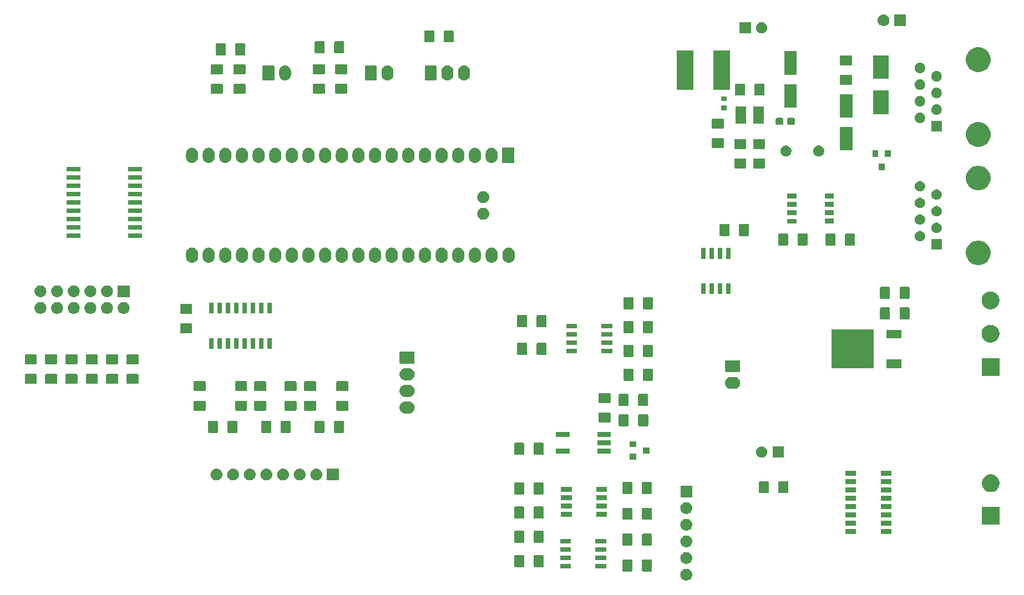
<source format=gbr>
G04 #@! TF.GenerationSoftware,KiCad,Pcbnew,5.1.2*
G04 #@! TF.CreationDate,2019-07-21T16:23:33+02:00*
G04 #@! TF.ProjectId,Motor,4d6f746f-722e-46b6-9963-61645f706362,rev?*
G04 #@! TF.SameCoordinates,Original*
G04 #@! TF.FileFunction,Soldermask,Top*
G04 #@! TF.FilePolarity,Negative*
%FSLAX46Y46*%
G04 Gerber Fmt 4.6, Leading zero omitted, Abs format (unit mm)*
G04 Created by KiCad (PCBNEW 5.1.2) date 2019-07-21 16:23:33*
%MOMM*%
%LPD*%
G04 APERTURE LIST*
%ADD10C,0.100000*%
G04 APERTURE END LIST*
D10*
G36*
X146909822Y-134821818D02*
G01*
X146976007Y-134828337D01*
X147145846Y-134879857D01*
X147302371Y-134963522D01*
X147320481Y-134978385D01*
X147439566Y-135076114D01*
X147514822Y-135167815D01*
X147552158Y-135213309D01*
X147635823Y-135369834D01*
X147687343Y-135539673D01*
X147704739Y-135716300D01*
X147687343Y-135892927D01*
X147635823Y-136062766D01*
X147552158Y-136219291D01*
X147522828Y-136255029D01*
X147439566Y-136356486D01*
X147338109Y-136439748D01*
X147302371Y-136469078D01*
X147145846Y-136552743D01*
X146976007Y-136604263D01*
X146909822Y-136610782D01*
X146843640Y-136617300D01*
X146755120Y-136617300D01*
X146688938Y-136610782D01*
X146622753Y-136604263D01*
X146452914Y-136552743D01*
X146296389Y-136469078D01*
X146260651Y-136439748D01*
X146159194Y-136356486D01*
X146075932Y-136255029D01*
X146046602Y-136219291D01*
X145962937Y-136062766D01*
X145911417Y-135892927D01*
X145894021Y-135716300D01*
X145911417Y-135539673D01*
X145962937Y-135369834D01*
X146046602Y-135213309D01*
X146083938Y-135167815D01*
X146159194Y-135076114D01*
X146278279Y-134978385D01*
X146296389Y-134963522D01*
X146452914Y-134879857D01*
X146622753Y-134828337D01*
X146688938Y-134821818D01*
X146755120Y-134815300D01*
X146843640Y-134815300D01*
X146909822Y-134821818D01*
X146909822Y-134821818D01*
G37*
G36*
X138428382Y-133398461D02*
G01*
X138463301Y-133409054D01*
X138495483Y-133426256D01*
X138523693Y-133449407D01*
X138546844Y-133477617D01*
X138564046Y-133509799D01*
X138574639Y-133544718D01*
X138578820Y-133587175D01*
X138578820Y-135053385D01*
X138574639Y-135095842D01*
X138564046Y-135130761D01*
X138546844Y-135162943D01*
X138523693Y-135191153D01*
X138495483Y-135214304D01*
X138463301Y-135231506D01*
X138428382Y-135242099D01*
X138385925Y-135246280D01*
X137244715Y-135246280D01*
X137202258Y-135242099D01*
X137167339Y-135231506D01*
X137135157Y-135214304D01*
X137106947Y-135191153D01*
X137083796Y-135162943D01*
X137066594Y-135130761D01*
X137056001Y-135095842D01*
X137051820Y-135053385D01*
X137051820Y-133587175D01*
X137056001Y-133544718D01*
X137066594Y-133509799D01*
X137083796Y-133477617D01*
X137106947Y-133449407D01*
X137135157Y-133426256D01*
X137167339Y-133409054D01*
X137202258Y-133398461D01*
X137244715Y-133394280D01*
X138385925Y-133394280D01*
X138428382Y-133398461D01*
X138428382Y-133398461D01*
G37*
G36*
X141403382Y-133398461D02*
G01*
X141438301Y-133409054D01*
X141470483Y-133426256D01*
X141498693Y-133449407D01*
X141521844Y-133477617D01*
X141539046Y-133509799D01*
X141549639Y-133544718D01*
X141553820Y-133587175D01*
X141553820Y-135053385D01*
X141549639Y-135095842D01*
X141539046Y-135130761D01*
X141521844Y-135162943D01*
X141498693Y-135191153D01*
X141470483Y-135214304D01*
X141438301Y-135231506D01*
X141403382Y-135242099D01*
X141360925Y-135246280D01*
X140219715Y-135246280D01*
X140177258Y-135242099D01*
X140142339Y-135231506D01*
X140110157Y-135214304D01*
X140081947Y-135191153D01*
X140058796Y-135162943D01*
X140041594Y-135130761D01*
X140031001Y-135095842D01*
X140026820Y-135053385D01*
X140026820Y-133587175D01*
X140031001Y-133544718D01*
X140041594Y-133509799D01*
X140058796Y-133477617D01*
X140081947Y-133449407D01*
X140110157Y-133426256D01*
X140142339Y-133409054D01*
X140177258Y-133398461D01*
X140219715Y-133394280D01*
X141360925Y-133394280D01*
X141403382Y-133398461D01*
X141403382Y-133398461D01*
G37*
G36*
X129179920Y-134789680D02*
G01*
X127527920Y-134789680D01*
X127527920Y-134087680D01*
X129179920Y-134087680D01*
X129179920Y-134789680D01*
X129179920Y-134789680D01*
G37*
G36*
X134579920Y-134789680D02*
G01*
X132927920Y-134789680D01*
X132927920Y-134087680D01*
X134579920Y-134087680D01*
X134579920Y-134789680D01*
X134579920Y-134789680D01*
G37*
G36*
X124885182Y-132729461D02*
G01*
X124920101Y-132740054D01*
X124952283Y-132757256D01*
X124980493Y-132780407D01*
X125003644Y-132808617D01*
X125020846Y-132840799D01*
X125031439Y-132875718D01*
X125035620Y-132918175D01*
X125035620Y-134384385D01*
X125031439Y-134426842D01*
X125020846Y-134461761D01*
X125003644Y-134493943D01*
X124980493Y-134522153D01*
X124952283Y-134545304D01*
X124920101Y-134562506D01*
X124885182Y-134573099D01*
X124842725Y-134577280D01*
X123701515Y-134577280D01*
X123659058Y-134573099D01*
X123624139Y-134562506D01*
X123591957Y-134545304D01*
X123563747Y-134522153D01*
X123540596Y-134493943D01*
X123523394Y-134461761D01*
X123512801Y-134426842D01*
X123508620Y-134384385D01*
X123508620Y-132918175D01*
X123512801Y-132875718D01*
X123523394Y-132840799D01*
X123540596Y-132808617D01*
X123563747Y-132780407D01*
X123591957Y-132757256D01*
X123624139Y-132740054D01*
X123659058Y-132729461D01*
X123701515Y-132725280D01*
X124842725Y-132725280D01*
X124885182Y-132729461D01*
X124885182Y-132729461D01*
G37*
G36*
X121910182Y-132729461D02*
G01*
X121945101Y-132740054D01*
X121977283Y-132757256D01*
X122005493Y-132780407D01*
X122028644Y-132808617D01*
X122045846Y-132840799D01*
X122056439Y-132875718D01*
X122060620Y-132918175D01*
X122060620Y-134384385D01*
X122056439Y-134426842D01*
X122045846Y-134461761D01*
X122028644Y-134493943D01*
X122005493Y-134522153D01*
X121977283Y-134545304D01*
X121945101Y-134562506D01*
X121910182Y-134573099D01*
X121867725Y-134577280D01*
X120726515Y-134577280D01*
X120684058Y-134573099D01*
X120649139Y-134562506D01*
X120616957Y-134545304D01*
X120588747Y-134522153D01*
X120565596Y-134493943D01*
X120548394Y-134461761D01*
X120537801Y-134426842D01*
X120533620Y-134384385D01*
X120533620Y-132918175D01*
X120537801Y-132875718D01*
X120548394Y-132840799D01*
X120565596Y-132808617D01*
X120588747Y-132780407D01*
X120616957Y-132757256D01*
X120649139Y-132740054D01*
X120684058Y-132729461D01*
X120726515Y-132725280D01*
X121867725Y-132725280D01*
X121910182Y-132729461D01*
X121910182Y-132729461D01*
G37*
G36*
X146909823Y-132281819D02*
G01*
X146976007Y-132288337D01*
X147145846Y-132339857D01*
X147302371Y-132423522D01*
X147338109Y-132452852D01*
X147439566Y-132536114D01*
X147522828Y-132637571D01*
X147552158Y-132673309D01*
X147635823Y-132829834D01*
X147687343Y-132999673D01*
X147704739Y-133176300D01*
X147687343Y-133352927D01*
X147635823Y-133522766D01*
X147552158Y-133679291D01*
X147522828Y-133715029D01*
X147439566Y-133816486D01*
X147338109Y-133899748D01*
X147302371Y-133929078D01*
X147145846Y-134012743D01*
X146976007Y-134064263D01*
X146909822Y-134070782D01*
X146843640Y-134077300D01*
X146755120Y-134077300D01*
X146688938Y-134070782D01*
X146622753Y-134064263D01*
X146452914Y-134012743D01*
X146296389Y-133929078D01*
X146260651Y-133899748D01*
X146159194Y-133816486D01*
X146075932Y-133715029D01*
X146046602Y-133679291D01*
X145962937Y-133522766D01*
X145911417Y-133352927D01*
X145894021Y-133176300D01*
X145911417Y-132999673D01*
X145962937Y-132829834D01*
X146046602Y-132673309D01*
X146075932Y-132637571D01*
X146159194Y-132536114D01*
X146260651Y-132452852D01*
X146296389Y-132423522D01*
X146452914Y-132339857D01*
X146622753Y-132288337D01*
X146688937Y-132281819D01*
X146755120Y-132275300D01*
X146843640Y-132275300D01*
X146909823Y-132281819D01*
X146909823Y-132281819D01*
G37*
G36*
X129179920Y-133519680D02*
G01*
X127527920Y-133519680D01*
X127527920Y-132817680D01*
X129179920Y-132817680D01*
X129179920Y-133519680D01*
X129179920Y-133519680D01*
G37*
G36*
X134579920Y-133519680D02*
G01*
X132927920Y-133519680D01*
X132927920Y-132817680D01*
X134579920Y-132817680D01*
X134579920Y-133519680D01*
X134579920Y-133519680D01*
G37*
G36*
X134579920Y-132249680D02*
G01*
X132927920Y-132249680D01*
X132927920Y-131547680D01*
X134579920Y-131547680D01*
X134579920Y-132249680D01*
X134579920Y-132249680D01*
G37*
G36*
X129179920Y-132249680D02*
G01*
X127527920Y-132249680D01*
X127527920Y-131547680D01*
X129179920Y-131547680D01*
X129179920Y-132249680D01*
X129179920Y-132249680D01*
G37*
G36*
X146909823Y-129741819D02*
G01*
X146976007Y-129748337D01*
X147145846Y-129799857D01*
X147302371Y-129883522D01*
X147338109Y-129912852D01*
X147439566Y-129996114D01*
X147522828Y-130097571D01*
X147552158Y-130133309D01*
X147635823Y-130289834D01*
X147687343Y-130459673D01*
X147704739Y-130636300D01*
X147687343Y-130812927D01*
X147635823Y-130982766D01*
X147552158Y-131139291D01*
X147543062Y-131150374D01*
X147439566Y-131276486D01*
X147338109Y-131359748D01*
X147302371Y-131389078D01*
X147145846Y-131472743D01*
X146976007Y-131524263D01*
X146909823Y-131530781D01*
X146843640Y-131537300D01*
X146755120Y-131537300D01*
X146688937Y-131530781D01*
X146622753Y-131524263D01*
X146452914Y-131472743D01*
X146296389Y-131389078D01*
X146260651Y-131359748D01*
X146159194Y-131276486D01*
X146055698Y-131150374D01*
X146046602Y-131139291D01*
X145962937Y-130982766D01*
X145911417Y-130812927D01*
X145894021Y-130636300D01*
X145911417Y-130459673D01*
X145962937Y-130289834D01*
X146046602Y-130133309D01*
X146075932Y-130097571D01*
X146159194Y-129996114D01*
X146260651Y-129912852D01*
X146296389Y-129883522D01*
X146452914Y-129799857D01*
X146622753Y-129748337D01*
X146688937Y-129741819D01*
X146755120Y-129735300D01*
X146843640Y-129735300D01*
X146909823Y-129741819D01*
X146909823Y-129741819D01*
G37*
G36*
X138428382Y-129452993D02*
G01*
X138463301Y-129463586D01*
X138495483Y-129480788D01*
X138523693Y-129503939D01*
X138546844Y-129532149D01*
X138564046Y-129564331D01*
X138574639Y-129599250D01*
X138578820Y-129641707D01*
X138578820Y-131107917D01*
X138574639Y-131150374D01*
X138564046Y-131185293D01*
X138546844Y-131217475D01*
X138523693Y-131245685D01*
X138495483Y-131268836D01*
X138463301Y-131286038D01*
X138428382Y-131296631D01*
X138385925Y-131300812D01*
X137244715Y-131300812D01*
X137202258Y-131296631D01*
X137167339Y-131286038D01*
X137135157Y-131268836D01*
X137106947Y-131245685D01*
X137083796Y-131217475D01*
X137066594Y-131185293D01*
X137056001Y-131150374D01*
X137051820Y-131107917D01*
X137051820Y-129641707D01*
X137056001Y-129599250D01*
X137066594Y-129564331D01*
X137083796Y-129532149D01*
X137106947Y-129503939D01*
X137135157Y-129480788D01*
X137167339Y-129463586D01*
X137202258Y-129452993D01*
X137244715Y-129448812D01*
X138385925Y-129448812D01*
X138428382Y-129452993D01*
X138428382Y-129452993D01*
G37*
G36*
X141403382Y-129452993D02*
G01*
X141438301Y-129463586D01*
X141470483Y-129480788D01*
X141498693Y-129503939D01*
X141521844Y-129532149D01*
X141539046Y-129564331D01*
X141549639Y-129599250D01*
X141553820Y-129641707D01*
X141553820Y-131107917D01*
X141549639Y-131150374D01*
X141539046Y-131185293D01*
X141521844Y-131217475D01*
X141498693Y-131245685D01*
X141470483Y-131268836D01*
X141438301Y-131286038D01*
X141403382Y-131296631D01*
X141360925Y-131300812D01*
X140219715Y-131300812D01*
X140177258Y-131296631D01*
X140142339Y-131286038D01*
X140110157Y-131268836D01*
X140081947Y-131245685D01*
X140058796Y-131217475D01*
X140041594Y-131185293D01*
X140031001Y-131150374D01*
X140026820Y-131107917D01*
X140026820Y-129641707D01*
X140031001Y-129599250D01*
X140041594Y-129564331D01*
X140058796Y-129532149D01*
X140081947Y-129503939D01*
X140110157Y-129480788D01*
X140142339Y-129463586D01*
X140177258Y-129452993D01*
X140219715Y-129448812D01*
X141360925Y-129448812D01*
X141403382Y-129452993D01*
X141403382Y-129452993D01*
G37*
G36*
X134579920Y-130979680D02*
G01*
X132927920Y-130979680D01*
X132927920Y-130277680D01*
X134579920Y-130277680D01*
X134579920Y-130979680D01*
X134579920Y-130979680D01*
G37*
G36*
X129179920Y-130979680D02*
G01*
X127527920Y-130979680D01*
X127527920Y-130277680D01*
X129179920Y-130277680D01*
X129179920Y-130979680D01*
X129179920Y-130979680D01*
G37*
G36*
X124885182Y-129029527D02*
G01*
X124920101Y-129040120D01*
X124952283Y-129057322D01*
X124980493Y-129080473D01*
X125003644Y-129108683D01*
X125020846Y-129140865D01*
X125031439Y-129175784D01*
X125035620Y-129218241D01*
X125035620Y-130684451D01*
X125031439Y-130726908D01*
X125020846Y-130761827D01*
X125003644Y-130794009D01*
X124980493Y-130822219D01*
X124952283Y-130845370D01*
X124920101Y-130862572D01*
X124885182Y-130873165D01*
X124842725Y-130877346D01*
X123701515Y-130877346D01*
X123659058Y-130873165D01*
X123624139Y-130862572D01*
X123591957Y-130845370D01*
X123563747Y-130822219D01*
X123540596Y-130794009D01*
X123523394Y-130761827D01*
X123512801Y-130726908D01*
X123508620Y-130684451D01*
X123508620Y-129218241D01*
X123512801Y-129175784D01*
X123523394Y-129140865D01*
X123540596Y-129108683D01*
X123563747Y-129080473D01*
X123591957Y-129057322D01*
X123624139Y-129040120D01*
X123659058Y-129029527D01*
X123701515Y-129025346D01*
X124842725Y-129025346D01*
X124885182Y-129029527D01*
X124885182Y-129029527D01*
G37*
G36*
X121910182Y-129029527D02*
G01*
X121945101Y-129040120D01*
X121977283Y-129057322D01*
X122005493Y-129080473D01*
X122028644Y-129108683D01*
X122045846Y-129140865D01*
X122056439Y-129175784D01*
X122060620Y-129218241D01*
X122060620Y-130684451D01*
X122056439Y-130726908D01*
X122045846Y-130761827D01*
X122028644Y-130794009D01*
X122005493Y-130822219D01*
X121977283Y-130845370D01*
X121945101Y-130862572D01*
X121910182Y-130873165D01*
X121867725Y-130877346D01*
X120726515Y-130877346D01*
X120684058Y-130873165D01*
X120649139Y-130862572D01*
X120616957Y-130845370D01*
X120588747Y-130822219D01*
X120565596Y-130794009D01*
X120548394Y-130761827D01*
X120537801Y-130726908D01*
X120533620Y-130684451D01*
X120533620Y-129218241D01*
X120537801Y-129175784D01*
X120548394Y-129140865D01*
X120565596Y-129108683D01*
X120588747Y-129080473D01*
X120616957Y-129057322D01*
X120649139Y-129040120D01*
X120684058Y-129029527D01*
X120726515Y-129025346D01*
X121867725Y-129025346D01*
X121910182Y-129029527D01*
X121910182Y-129029527D01*
G37*
G36*
X178121000Y-129476000D02*
G01*
X176519000Y-129476000D01*
X176519000Y-128774000D01*
X178121000Y-128774000D01*
X178121000Y-129476000D01*
X178121000Y-129476000D01*
G37*
G36*
X172721000Y-129476000D02*
G01*
X171119000Y-129476000D01*
X171119000Y-128774000D01*
X172721000Y-128774000D01*
X172721000Y-129476000D01*
X172721000Y-129476000D01*
G37*
G36*
X146909822Y-127201818D02*
G01*
X146976007Y-127208337D01*
X147145846Y-127259857D01*
X147302371Y-127343522D01*
X147316778Y-127355346D01*
X147439566Y-127456114D01*
X147522828Y-127557571D01*
X147552158Y-127593309D01*
X147635823Y-127749834D01*
X147687343Y-127919673D01*
X147704739Y-128096300D01*
X147687343Y-128272927D01*
X147635823Y-128442766D01*
X147552158Y-128599291D01*
X147522828Y-128635029D01*
X147439566Y-128736486D01*
X147338109Y-128819748D01*
X147302371Y-128849078D01*
X147145846Y-128932743D01*
X146976007Y-128984263D01*
X146909823Y-128990781D01*
X146843640Y-128997300D01*
X146755120Y-128997300D01*
X146688937Y-128990781D01*
X146622753Y-128984263D01*
X146452914Y-128932743D01*
X146296389Y-128849078D01*
X146260651Y-128819748D01*
X146159194Y-128736486D01*
X146075932Y-128635029D01*
X146046602Y-128599291D01*
X145962937Y-128442766D01*
X145911417Y-128272927D01*
X145894021Y-128096300D01*
X145911417Y-127919673D01*
X145962937Y-127749834D01*
X146046602Y-127593309D01*
X146075932Y-127557571D01*
X146159194Y-127456114D01*
X146281982Y-127355346D01*
X146296389Y-127343522D01*
X146452914Y-127259857D01*
X146622753Y-127208337D01*
X146688938Y-127201818D01*
X146755120Y-127195300D01*
X146843640Y-127195300D01*
X146909822Y-127201818D01*
X146909822Y-127201818D01*
G37*
G36*
X178121000Y-128206000D02*
G01*
X176519000Y-128206000D01*
X176519000Y-127504000D01*
X178121000Y-127504000D01*
X178121000Y-128206000D01*
X178121000Y-128206000D01*
G37*
G36*
X172721000Y-128206000D02*
G01*
X171119000Y-128206000D01*
X171119000Y-127504000D01*
X172721000Y-127504000D01*
X172721000Y-128206000D01*
X172721000Y-128206000D01*
G37*
G36*
X194614600Y-128113800D02*
G01*
X191912600Y-128113800D01*
X191912600Y-125411800D01*
X194614600Y-125411800D01*
X194614600Y-128113800D01*
X194614600Y-128113800D01*
G37*
G36*
X138428382Y-125507527D02*
G01*
X138463301Y-125518120D01*
X138495483Y-125535322D01*
X138523693Y-125558473D01*
X138546844Y-125586683D01*
X138564046Y-125618865D01*
X138574639Y-125653784D01*
X138578820Y-125696241D01*
X138578820Y-127162451D01*
X138574639Y-127204908D01*
X138564046Y-127239827D01*
X138546844Y-127272009D01*
X138523693Y-127300219D01*
X138495483Y-127323370D01*
X138463301Y-127340572D01*
X138428382Y-127351165D01*
X138385925Y-127355346D01*
X137244715Y-127355346D01*
X137202258Y-127351165D01*
X137167339Y-127340572D01*
X137135157Y-127323370D01*
X137106947Y-127300219D01*
X137083796Y-127272009D01*
X137066594Y-127239827D01*
X137056001Y-127204908D01*
X137051820Y-127162451D01*
X137051820Y-125696241D01*
X137056001Y-125653784D01*
X137066594Y-125618865D01*
X137083796Y-125586683D01*
X137106947Y-125558473D01*
X137135157Y-125535322D01*
X137167339Y-125518120D01*
X137202258Y-125507527D01*
X137244715Y-125503346D01*
X138385925Y-125503346D01*
X138428382Y-125507527D01*
X138428382Y-125507527D01*
G37*
G36*
X141403382Y-125507527D02*
G01*
X141438301Y-125518120D01*
X141470483Y-125535322D01*
X141498693Y-125558473D01*
X141521844Y-125586683D01*
X141539046Y-125618865D01*
X141549639Y-125653784D01*
X141553820Y-125696241D01*
X141553820Y-127162451D01*
X141549639Y-127204908D01*
X141539046Y-127239827D01*
X141521844Y-127272009D01*
X141498693Y-127300219D01*
X141470483Y-127323370D01*
X141438301Y-127340572D01*
X141403382Y-127351165D01*
X141360925Y-127355346D01*
X140219715Y-127355346D01*
X140177258Y-127351165D01*
X140142339Y-127340572D01*
X140110157Y-127323370D01*
X140081947Y-127300219D01*
X140058796Y-127272009D01*
X140041594Y-127239827D01*
X140031001Y-127204908D01*
X140026820Y-127162451D01*
X140026820Y-125696241D01*
X140031001Y-125653784D01*
X140041594Y-125618865D01*
X140058796Y-125586683D01*
X140081947Y-125558473D01*
X140110157Y-125535322D01*
X140142339Y-125518120D01*
X140177258Y-125507527D01*
X140219715Y-125503346D01*
X141360925Y-125503346D01*
X141403382Y-125507527D01*
X141403382Y-125507527D01*
G37*
G36*
X124885182Y-125329594D02*
G01*
X124920101Y-125340187D01*
X124952283Y-125357389D01*
X124980493Y-125380540D01*
X125003644Y-125408750D01*
X125020846Y-125440932D01*
X125031439Y-125475851D01*
X125035620Y-125518308D01*
X125035620Y-126984518D01*
X125031439Y-127026975D01*
X125020846Y-127061894D01*
X125003644Y-127094076D01*
X124980493Y-127122286D01*
X124952283Y-127145437D01*
X124920101Y-127162639D01*
X124885182Y-127173232D01*
X124842725Y-127177413D01*
X123701515Y-127177413D01*
X123659058Y-127173232D01*
X123624139Y-127162639D01*
X123591957Y-127145437D01*
X123563747Y-127122286D01*
X123540596Y-127094076D01*
X123523394Y-127061894D01*
X123512801Y-127026975D01*
X123508620Y-126984518D01*
X123508620Y-125518308D01*
X123512801Y-125475851D01*
X123523394Y-125440932D01*
X123540596Y-125408750D01*
X123563747Y-125380540D01*
X123591957Y-125357389D01*
X123624139Y-125340187D01*
X123659058Y-125329594D01*
X123701515Y-125325413D01*
X124842725Y-125325413D01*
X124885182Y-125329594D01*
X124885182Y-125329594D01*
G37*
G36*
X121910182Y-125329594D02*
G01*
X121945101Y-125340187D01*
X121977283Y-125357389D01*
X122005493Y-125380540D01*
X122028644Y-125408750D01*
X122045846Y-125440932D01*
X122056439Y-125475851D01*
X122060620Y-125518308D01*
X122060620Y-126984518D01*
X122056439Y-127026975D01*
X122045846Y-127061894D01*
X122028644Y-127094076D01*
X122005493Y-127122286D01*
X121977283Y-127145437D01*
X121945101Y-127162639D01*
X121910182Y-127173232D01*
X121867725Y-127177413D01*
X120726515Y-127177413D01*
X120684058Y-127173232D01*
X120649139Y-127162639D01*
X120616957Y-127145437D01*
X120588747Y-127122286D01*
X120565596Y-127094076D01*
X120548394Y-127061894D01*
X120537801Y-127026975D01*
X120533620Y-126984518D01*
X120533620Y-125518308D01*
X120537801Y-125475851D01*
X120548394Y-125440932D01*
X120565596Y-125408750D01*
X120588747Y-125380540D01*
X120616957Y-125357389D01*
X120649139Y-125340187D01*
X120684058Y-125329594D01*
X120726515Y-125325413D01*
X121867725Y-125325413D01*
X121910182Y-125329594D01*
X121910182Y-125329594D01*
G37*
G36*
X178121000Y-126936000D02*
G01*
X176519000Y-126936000D01*
X176519000Y-126234000D01*
X178121000Y-126234000D01*
X178121000Y-126936000D01*
X178121000Y-126936000D01*
G37*
G36*
X172721000Y-126936000D02*
G01*
X171119000Y-126936000D01*
X171119000Y-126234000D01*
X172721000Y-126234000D01*
X172721000Y-126936000D01*
X172721000Y-126936000D01*
G37*
G36*
X134714520Y-126864880D02*
G01*
X133062520Y-126864880D01*
X133062520Y-126162880D01*
X134714520Y-126162880D01*
X134714520Y-126864880D01*
X134714520Y-126864880D01*
G37*
G36*
X129314520Y-126864880D02*
G01*
X127662520Y-126864880D01*
X127662520Y-126162880D01*
X129314520Y-126162880D01*
X129314520Y-126864880D01*
X129314520Y-126864880D01*
G37*
G36*
X146909823Y-124661819D02*
G01*
X146976007Y-124668337D01*
X147145846Y-124719857D01*
X147302371Y-124803522D01*
X147338109Y-124832852D01*
X147439566Y-124916114D01*
X147522828Y-125017571D01*
X147552158Y-125053309D01*
X147635823Y-125209834D01*
X147687343Y-125379673D01*
X147704739Y-125556300D01*
X147687343Y-125732927D01*
X147635823Y-125902766D01*
X147552158Y-126059291D01*
X147522828Y-126095029D01*
X147439566Y-126196486D01*
X147338109Y-126279748D01*
X147302371Y-126309078D01*
X147145846Y-126392743D01*
X146976007Y-126444263D01*
X146909823Y-126450781D01*
X146843640Y-126457300D01*
X146755120Y-126457300D01*
X146688937Y-126450781D01*
X146622753Y-126444263D01*
X146452914Y-126392743D01*
X146296389Y-126309078D01*
X146260651Y-126279748D01*
X146159194Y-126196486D01*
X146075932Y-126095029D01*
X146046602Y-126059291D01*
X145962937Y-125902766D01*
X145911417Y-125732927D01*
X145894021Y-125556300D01*
X145911417Y-125379673D01*
X145962937Y-125209834D01*
X146046602Y-125053309D01*
X146075932Y-125017571D01*
X146159194Y-124916114D01*
X146260651Y-124832852D01*
X146296389Y-124803522D01*
X146452914Y-124719857D01*
X146622753Y-124668337D01*
X146688937Y-124661819D01*
X146755120Y-124655300D01*
X146843640Y-124655300D01*
X146909823Y-124661819D01*
X146909823Y-124661819D01*
G37*
G36*
X178121000Y-125666000D02*
G01*
X176519000Y-125666000D01*
X176519000Y-124964000D01*
X178121000Y-124964000D01*
X178121000Y-125666000D01*
X178121000Y-125666000D01*
G37*
G36*
X172721000Y-125666000D02*
G01*
X171119000Y-125666000D01*
X171119000Y-124964000D01*
X172721000Y-124964000D01*
X172721000Y-125666000D01*
X172721000Y-125666000D01*
G37*
G36*
X129314520Y-125594880D02*
G01*
X127662520Y-125594880D01*
X127662520Y-124892880D01*
X129314520Y-124892880D01*
X129314520Y-125594880D01*
X129314520Y-125594880D01*
G37*
G36*
X134714520Y-125594880D02*
G01*
X133062520Y-125594880D01*
X133062520Y-124892880D01*
X134714520Y-124892880D01*
X134714520Y-125594880D01*
X134714520Y-125594880D01*
G37*
G36*
X172721000Y-124396000D02*
G01*
X171119000Y-124396000D01*
X171119000Y-123694000D01*
X172721000Y-123694000D01*
X172721000Y-124396000D01*
X172721000Y-124396000D01*
G37*
G36*
X178121000Y-124396000D02*
G01*
X176519000Y-124396000D01*
X176519000Y-123694000D01*
X178121000Y-123694000D01*
X178121000Y-124396000D01*
X178121000Y-124396000D01*
G37*
G36*
X134714520Y-124324880D02*
G01*
X133062520Y-124324880D01*
X133062520Y-123622880D01*
X134714520Y-123622880D01*
X134714520Y-124324880D01*
X134714520Y-124324880D01*
G37*
G36*
X129314520Y-124324880D02*
G01*
X127662520Y-124324880D01*
X127662520Y-123622880D01*
X129314520Y-123622880D01*
X129314520Y-124324880D01*
X129314520Y-124324880D01*
G37*
G36*
X147700380Y-123917300D02*
G01*
X145898380Y-123917300D01*
X145898380Y-122115300D01*
X147700380Y-122115300D01*
X147700380Y-123917300D01*
X147700380Y-123917300D01*
G37*
G36*
X124885182Y-121629661D02*
G01*
X124920101Y-121640254D01*
X124952283Y-121657456D01*
X124980493Y-121680607D01*
X125003644Y-121708817D01*
X125020846Y-121740999D01*
X125031439Y-121775918D01*
X125035620Y-121818375D01*
X125035620Y-123284585D01*
X125031439Y-123327042D01*
X125020846Y-123361961D01*
X125003644Y-123394143D01*
X124980493Y-123422353D01*
X124952283Y-123445504D01*
X124920101Y-123462706D01*
X124885182Y-123473299D01*
X124842725Y-123477480D01*
X123701515Y-123477480D01*
X123659058Y-123473299D01*
X123624139Y-123462706D01*
X123591957Y-123445504D01*
X123563747Y-123422353D01*
X123540596Y-123394143D01*
X123523394Y-123361961D01*
X123512801Y-123327042D01*
X123508620Y-123284585D01*
X123508620Y-121818375D01*
X123512801Y-121775918D01*
X123523394Y-121740999D01*
X123540596Y-121708817D01*
X123563747Y-121680607D01*
X123591957Y-121657456D01*
X123624139Y-121640254D01*
X123659058Y-121629661D01*
X123701515Y-121625480D01*
X124842725Y-121625480D01*
X124885182Y-121629661D01*
X124885182Y-121629661D01*
G37*
G36*
X121910182Y-121629661D02*
G01*
X121945101Y-121640254D01*
X121977283Y-121657456D01*
X122005493Y-121680607D01*
X122028644Y-121708817D01*
X122045846Y-121740999D01*
X122056439Y-121775918D01*
X122060620Y-121818375D01*
X122060620Y-123284585D01*
X122056439Y-123327042D01*
X122045846Y-123361961D01*
X122028644Y-123394143D01*
X122005493Y-123422353D01*
X121977283Y-123445504D01*
X121945101Y-123462706D01*
X121910182Y-123473299D01*
X121867725Y-123477480D01*
X120726515Y-123477480D01*
X120684058Y-123473299D01*
X120649139Y-123462706D01*
X120616957Y-123445504D01*
X120588747Y-123422353D01*
X120565596Y-123394143D01*
X120548394Y-123361961D01*
X120537801Y-123327042D01*
X120533620Y-123284585D01*
X120533620Y-121818375D01*
X120537801Y-121775918D01*
X120548394Y-121740999D01*
X120565596Y-121708817D01*
X120588747Y-121680607D01*
X120616957Y-121657456D01*
X120649139Y-121640254D01*
X120684058Y-121629661D01*
X120726515Y-121625480D01*
X121867725Y-121625480D01*
X121910182Y-121629661D01*
X121910182Y-121629661D01*
G37*
G36*
X141403382Y-121562061D02*
G01*
X141438301Y-121572654D01*
X141470483Y-121589856D01*
X141498693Y-121613007D01*
X141521844Y-121641217D01*
X141539046Y-121673399D01*
X141549639Y-121708318D01*
X141553820Y-121750775D01*
X141553820Y-123216985D01*
X141549639Y-123259442D01*
X141539046Y-123294361D01*
X141521844Y-123326543D01*
X141498693Y-123354753D01*
X141470483Y-123377904D01*
X141438301Y-123395106D01*
X141403382Y-123405699D01*
X141360925Y-123409880D01*
X140219715Y-123409880D01*
X140177258Y-123405699D01*
X140142339Y-123395106D01*
X140110157Y-123377904D01*
X140081947Y-123354753D01*
X140058796Y-123326543D01*
X140041594Y-123294361D01*
X140031001Y-123259442D01*
X140026820Y-123216985D01*
X140026820Y-121750775D01*
X140031001Y-121708318D01*
X140041594Y-121673399D01*
X140058796Y-121641217D01*
X140081947Y-121613007D01*
X140110157Y-121589856D01*
X140142339Y-121572654D01*
X140177258Y-121562061D01*
X140219715Y-121557880D01*
X141360925Y-121557880D01*
X141403382Y-121562061D01*
X141403382Y-121562061D01*
G37*
G36*
X138428382Y-121562061D02*
G01*
X138463301Y-121572654D01*
X138495483Y-121589856D01*
X138523693Y-121613007D01*
X138546844Y-121641217D01*
X138564046Y-121673399D01*
X138574639Y-121708318D01*
X138578820Y-121750775D01*
X138578820Y-123216985D01*
X138574639Y-123259442D01*
X138564046Y-123294361D01*
X138546844Y-123326543D01*
X138523693Y-123354753D01*
X138495483Y-123377904D01*
X138463301Y-123395106D01*
X138428382Y-123405699D01*
X138385925Y-123409880D01*
X137244715Y-123409880D01*
X137202258Y-123405699D01*
X137167339Y-123395106D01*
X137135157Y-123377904D01*
X137106947Y-123354753D01*
X137083796Y-123326543D01*
X137066594Y-123294361D01*
X137056001Y-123259442D01*
X137051820Y-123216985D01*
X137051820Y-121750775D01*
X137056001Y-121708318D01*
X137066594Y-121673399D01*
X137083796Y-121641217D01*
X137106947Y-121613007D01*
X137135157Y-121589856D01*
X137167339Y-121572654D01*
X137202258Y-121562061D01*
X137244715Y-121557880D01*
X138385925Y-121557880D01*
X138428382Y-121562061D01*
X138428382Y-121562061D01*
G37*
G36*
X162228262Y-121446781D02*
G01*
X162263181Y-121457374D01*
X162295363Y-121474576D01*
X162323573Y-121497727D01*
X162346724Y-121525937D01*
X162363926Y-121558119D01*
X162374519Y-121593038D01*
X162378700Y-121635495D01*
X162378700Y-123101705D01*
X162374519Y-123144162D01*
X162363926Y-123179081D01*
X162346724Y-123211263D01*
X162323573Y-123239473D01*
X162295363Y-123262624D01*
X162263181Y-123279826D01*
X162228262Y-123290419D01*
X162185805Y-123294600D01*
X161044595Y-123294600D01*
X161002138Y-123290419D01*
X160967219Y-123279826D01*
X160935037Y-123262624D01*
X160906827Y-123239473D01*
X160883676Y-123211263D01*
X160866474Y-123179081D01*
X160855881Y-123144162D01*
X160851700Y-123101705D01*
X160851700Y-121635495D01*
X160855881Y-121593038D01*
X160866474Y-121558119D01*
X160883676Y-121525937D01*
X160906827Y-121497727D01*
X160935037Y-121474576D01*
X160967219Y-121457374D01*
X161002138Y-121446781D01*
X161044595Y-121442600D01*
X162185805Y-121442600D01*
X162228262Y-121446781D01*
X162228262Y-121446781D01*
G37*
G36*
X159253262Y-121446781D02*
G01*
X159288181Y-121457374D01*
X159320363Y-121474576D01*
X159348573Y-121497727D01*
X159371724Y-121525937D01*
X159388926Y-121558119D01*
X159399519Y-121593038D01*
X159403700Y-121635495D01*
X159403700Y-123101705D01*
X159399519Y-123144162D01*
X159388926Y-123179081D01*
X159371724Y-123211263D01*
X159348573Y-123239473D01*
X159320363Y-123262624D01*
X159288181Y-123279826D01*
X159253262Y-123290419D01*
X159210805Y-123294600D01*
X158069595Y-123294600D01*
X158027138Y-123290419D01*
X157992219Y-123279826D01*
X157960037Y-123262624D01*
X157931827Y-123239473D01*
X157908676Y-123211263D01*
X157891474Y-123179081D01*
X157880881Y-123144162D01*
X157876700Y-123101705D01*
X157876700Y-121635495D01*
X157880881Y-121593038D01*
X157891474Y-121558119D01*
X157908676Y-121525937D01*
X157931827Y-121497727D01*
X157960037Y-121474576D01*
X157992219Y-121457374D01*
X158027138Y-121446781D01*
X158069595Y-121442600D01*
X159210805Y-121442600D01*
X159253262Y-121446781D01*
X159253262Y-121446781D01*
G37*
G36*
X172721000Y-123126000D02*
G01*
X171119000Y-123126000D01*
X171119000Y-122424000D01*
X172721000Y-122424000D01*
X172721000Y-123126000D01*
X172721000Y-123126000D01*
G37*
G36*
X178121000Y-123126000D02*
G01*
X176519000Y-123126000D01*
X176519000Y-122424000D01*
X178121000Y-122424000D01*
X178121000Y-123126000D01*
X178121000Y-123126000D01*
G37*
G36*
X193657672Y-120463718D02*
G01*
X193903539Y-120565559D01*
X193934131Y-120586000D01*
X194124811Y-120713409D01*
X194312991Y-120901589D01*
X194460842Y-121122863D01*
X194562682Y-121368728D01*
X194588342Y-121497727D01*
X194614600Y-121629738D01*
X194614600Y-121895862D01*
X194562682Y-122156872D01*
X194460841Y-122402739D01*
X194312990Y-122624012D01*
X194124812Y-122812190D01*
X193903539Y-122960041D01*
X193903538Y-122960042D01*
X193903537Y-122960042D01*
X193657672Y-123061882D01*
X193396663Y-123113800D01*
X193130537Y-123113800D01*
X192869528Y-123061882D01*
X192623663Y-122960042D01*
X192623662Y-122960042D01*
X192623661Y-122960041D01*
X192402388Y-122812190D01*
X192214210Y-122624012D01*
X192066359Y-122402739D01*
X191964518Y-122156872D01*
X191912600Y-121895862D01*
X191912600Y-121629738D01*
X191938859Y-121497727D01*
X191964518Y-121368728D01*
X192066358Y-121122863D01*
X192214209Y-120901589D01*
X192402389Y-120713409D01*
X192593069Y-120586000D01*
X192623661Y-120565559D01*
X192869528Y-120463718D01*
X193130537Y-120411800D01*
X193396663Y-120411800D01*
X193657672Y-120463718D01*
X193657672Y-120463718D01*
G37*
G36*
X129314520Y-123054880D02*
G01*
X127662520Y-123054880D01*
X127662520Y-122352880D01*
X129314520Y-122352880D01*
X129314520Y-123054880D01*
X129314520Y-123054880D01*
G37*
G36*
X134714520Y-123054880D02*
G01*
X133062520Y-123054880D01*
X133062520Y-122352880D01*
X134714520Y-122352880D01*
X134714520Y-123054880D01*
X134714520Y-123054880D01*
G37*
G36*
X172721000Y-121856000D02*
G01*
X171119000Y-121856000D01*
X171119000Y-121154000D01*
X172721000Y-121154000D01*
X172721000Y-121856000D01*
X172721000Y-121856000D01*
G37*
G36*
X178121000Y-121856000D02*
G01*
X176519000Y-121856000D01*
X176519000Y-121154000D01*
X178121000Y-121154000D01*
X178121000Y-121856000D01*
X178121000Y-121856000D01*
G37*
G36*
X93760940Y-121329040D02*
G01*
X91958940Y-121329040D01*
X91958940Y-119527040D01*
X93760940Y-119527040D01*
X93760940Y-121329040D01*
X93760940Y-121329040D01*
G37*
G36*
X90430382Y-119533558D02*
G01*
X90496567Y-119540077D01*
X90666406Y-119591597D01*
X90822931Y-119675262D01*
X90858669Y-119704592D01*
X90960126Y-119787854D01*
X91039030Y-119884000D01*
X91072718Y-119925049D01*
X91156383Y-120081574D01*
X91207903Y-120251413D01*
X91225299Y-120428040D01*
X91207903Y-120604667D01*
X91156383Y-120774506D01*
X91072718Y-120931031D01*
X91043388Y-120966769D01*
X90960126Y-121068226D01*
X90858669Y-121151488D01*
X90822931Y-121180818D01*
X90666406Y-121264483D01*
X90496567Y-121316003D01*
X90430383Y-121322521D01*
X90364200Y-121329040D01*
X90275680Y-121329040D01*
X90209497Y-121322521D01*
X90143313Y-121316003D01*
X89973474Y-121264483D01*
X89816949Y-121180818D01*
X89781211Y-121151488D01*
X89679754Y-121068226D01*
X89596492Y-120966769D01*
X89567162Y-120931031D01*
X89483497Y-120774506D01*
X89431977Y-120604667D01*
X89414581Y-120428040D01*
X89431977Y-120251413D01*
X89483497Y-120081574D01*
X89567162Y-119925049D01*
X89600850Y-119884000D01*
X89679754Y-119787854D01*
X89781211Y-119704592D01*
X89816949Y-119675262D01*
X89973474Y-119591597D01*
X90143313Y-119540077D01*
X90209498Y-119533558D01*
X90275680Y-119527040D01*
X90364200Y-119527040D01*
X90430382Y-119533558D01*
X90430382Y-119533558D01*
G37*
G36*
X87890382Y-119533558D02*
G01*
X87956567Y-119540077D01*
X88126406Y-119591597D01*
X88282931Y-119675262D01*
X88318669Y-119704592D01*
X88420126Y-119787854D01*
X88499030Y-119884000D01*
X88532718Y-119925049D01*
X88616383Y-120081574D01*
X88667903Y-120251413D01*
X88685299Y-120428040D01*
X88667903Y-120604667D01*
X88616383Y-120774506D01*
X88532718Y-120931031D01*
X88503388Y-120966769D01*
X88420126Y-121068226D01*
X88318669Y-121151488D01*
X88282931Y-121180818D01*
X88126406Y-121264483D01*
X87956567Y-121316003D01*
X87890383Y-121322521D01*
X87824200Y-121329040D01*
X87735680Y-121329040D01*
X87669497Y-121322521D01*
X87603313Y-121316003D01*
X87433474Y-121264483D01*
X87276949Y-121180818D01*
X87241211Y-121151488D01*
X87139754Y-121068226D01*
X87056492Y-120966769D01*
X87027162Y-120931031D01*
X86943497Y-120774506D01*
X86891977Y-120604667D01*
X86874581Y-120428040D01*
X86891977Y-120251413D01*
X86943497Y-120081574D01*
X87027162Y-119925049D01*
X87060850Y-119884000D01*
X87139754Y-119787854D01*
X87241211Y-119704592D01*
X87276949Y-119675262D01*
X87433474Y-119591597D01*
X87603313Y-119540077D01*
X87669498Y-119533558D01*
X87735680Y-119527040D01*
X87824200Y-119527040D01*
X87890382Y-119533558D01*
X87890382Y-119533558D01*
G37*
G36*
X77730382Y-119533558D02*
G01*
X77796567Y-119540077D01*
X77966406Y-119591597D01*
X78122931Y-119675262D01*
X78158669Y-119704592D01*
X78260126Y-119787854D01*
X78339030Y-119884000D01*
X78372718Y-119925049D01*
X78456383Y-120081574D01*
X78507903Y-120251413D01*
X78525299Y-120428040D01*
X78507903Y-120604667D01*
X78456383Y-120774506D01*
X78372718Y-120931031D01*
X78343388Y-120966769D01*
X78260126Y-121068226D01*
X78158669Y-121151488D01*
X78122931Y-121180818D01*
X77966406Y-121264483D01*
X77796567Y-121316003D01*
X77730383Y-121322521D01*
X77664200Y-121329040D01*
X77575680Y-121329040D01*
X77509497Y-121322521D01*
X77443313Y-121316003D01*
X77273474Y-121264483D01*
X77116949Y-121180818D01*
X77081211Y-121151488D01*
X76979754Y-121068226D01*
X76896492Y-120966769D01*
X76867162Y-120931031D01*
X76783497Y-120774506D01*
X76731977Y-120604667D01*
X76714581Y-120428040D01*
X76731977Y-120251413D01*
X76783497Y-120081574D01*
X76867162Y-119925049D01*
X76900850Y-119884000D01*
X76979754Y-119787854D01*
X77081211Y-119704592D01*
X77116949Y-119675262D01*
X77273474Y-119591597D01*
X77443313Y-119540077D01*
X77509498Y-119533558D01*
X77575680Y-119527040D01*
X77664200Y-119527040D01*
X77730382Y-119533558D01*
X77730382Y-119533558D01*
G37*
G36*
X82810382Y-119533558D02*
G01*
X82876567Y-119540077D01*
X83046406Y-119591597D01*
X83202931Y-119675262D01*
X83238669Y-119704592D01*
X83340126Y-119787854D01*
X83419030Y-119884000D01*
X83452718Y-119925049D01*
X83536383Y-120081574D01*
X83587903Y-120251413D01*
X83605299Y-120428040D01*
X83587903Y-120604667D01*
X83536383Y-120774506D01*
X83452718Y-120931031D01*
X83423388Y-120966769D01*
X83340126Y-121068226D01*
X83238669Y-121151488D01*
X83202931Y-121180818D01*
X83046406Y-121264483D01*
X82876567Y-121316003D01*
X82810383Y-121322521D01*
X82744200Y-121329040D01*
X82655680Y-121329040D01*
X82589497Y-121322521D01*
X82523313Y-121316003D01*
X82353474Y-121264483D01*
X82196949Y-121180818D01*
X82161211Y-121151488D01*
X82059754Y-121068226D01*
X81976492Y-120966769D01*
X81947162Y-120931031D01*
X81863497Y-120774506D01*
X81811977Y-120604667D01*
X81794581Y-120428040D01*
X81811977Y-120251413D01*
X81863497Y-120081574D01*
X81947162Y-119925049D01*
X81980850Y-119884000D01*
X82059754Y-119787854D01*
X82161211Y-119704592D01*
X82196949Y-119675262D01*
X82353474Y-119591597D01*
X82523313Y-119540077D01*
X82589498Y-119533558D01*
X82655680Y-119527040D01*
X82744200Y-119527040D01*
X82810382Y-119533558D01*
X82810382Y-119533558D01*
G37*
G36*
X80270382Y-119533558D02*
G01*
X80336567Y-119540077D01*
X80506406Y-119591597D01*
X80662931Y-119675262D01*
X80698669Y-119704592D01*
X80800126Y-119787854D01*
X80879030Y-119884000D01*
X80912718Y-119925049D01*
X80996383Y-120081574D01*
X81047903Y-120251413D01*
X81065299Y-120428040D01*
X81047903Y-120604667D01*
X80996383Y-120774506D01*
X80912718Y-120931031D01*
X80883388Y-120966769D01*
X80800126Y-121068226D01*
X80698669Y-121151488D01*
X80662931Y-121180818D01*
X80506406Y-121264483D01*
X80336567Y-121316003D01*
X80270383Y-121322521D01*
X80204200Y-121329040D01*
X80115680Y-121329040D01*
X80049497Y-121322521D01*
X79983313Y-121316003D01*
X79813474Y-121264483D01*
X79656949Y-121180818D01*
X79621211Y-121151488D01*
X79519754Y-121068226D01*
X79436492Y-120966769D01*
X79407162Y-120931031D01*
X79323497Y-120774506D01*
X79271977Y-120604667D01*
X79254581Y-120428040D01*
X79271977Y-120251413D01*
X79323497Y-120081574D01*
X79407162Y-119925049D01*
X79440850Y-119884000D01*
X79519754Y-119787854D01*
X79621211Y-119704592D01*
X79656949Y-119675262D01*
X79813474Y-119591597D01*
X79983313Y-119540077D01*
X80049498Y-119533558D01*
X80115680Y-119527040D01*
X80204200Y-119527040D01*
X80270382Y-119533558D01*
X80270382Y-119533558D01*
G37*
G36*
X75190382Y-119533558D02*
G01*
X75256567Y-119540077D01*
X75426406Y-119591597D01*
X75582931Y-119675262D01*
X75618669Y-119704592D01*
X75720126Y-119787854D01*
X75799030Y-119884000D01*
X75832718Y-119925049D01*
X75916383Y-120081574D01*
X75967903Y-120251413D01*
X75985299Y-120428040D01*
X75967903Y-120604667D01*
X75916383Y-120774506D01*
X75832718Y-120931031D01*
X75803388Y-120966769D01*
X75720126Y-121068226D01*
X75618669Y-121151488D01*
X75582931Y-121180818D01*
X75426406Y-121264483D01*
X75256567Y-121316003D01*
X75190383Y-121322521D01*
X75124200Y-121329040D01*
X75035680Y-121329040D01*
X74969497Y-121322521D01*
X74903313Y-121316003D01*
X74733474Y-121264483D01*
X74576949Y-121180818D01*
X74541211Y-121151488D01*
X74439754Y-121068226D01*
X74356492Y-120966769D01*
X74327162Y-120931031D01*
X74243497Y-120774506D01*
X74191977Y-120604667D01*
X74174581Y-120428040D01*
X74191977Y-120251413D01*
X74243497Y-120081574D01*
X74327162Y-119925049D01*
X74360850Y-119884000D01*
X74439754Y-119787854D01*
X74541211Y-119704592D01*
X74576949Y-119675262D01*
X74733474Y-119591597D01*
X74903313Y-119540077D01*
X74969498Y-119533558D01*
X75035680Y-119527040D01*
X75124200Y-119527040D01*
X75190382Y-119533558D01*
X75190382Y-119533558D01*
G37*
G36*
X85350382Y-119533558D02*
G01*
X85416567Y-119540077D01*
X85586406Y-119591597D01*
X85742931Y-119675262D01*
X85778669Y-119704592D01*
X85880126Y-119787854D01*
X85959030Y-119884000D01*
X85992718Y-119925049D01*
X86076383Y-120081574D01*
X86127903Y-120251413D01*
X86145299Y-120428040D01*
X86127903Y-120604667D01*
X86076383Y-120774506D01*
X85992718Y-120931031D01*
X85963388Y-120966769D01*
X85880126Y-121068226D01*
X85778669Y-121151488D01*
X85742931Y-121180818D01*
X85586406Y-121264483D01*
X85416567Y-121316003D01*
X85350383Y-121322521D01*
X85284200Y-121329040D01*
X85195680Y-121329040D01*
X85129497Y-121322521D01*
X85063313Y-121316003D01*
X84893474Y-121264483D01*
X84736949Y-121180818D01*
X84701211Y-121151488D01*
X84599754Y-121068226D01*
X84516492Y-120966769D01*
X84487162Y-120931031D01*
X84403497Y-120774506D01*
X84351977Y-120604667D01*
X84334581Y-120428040D01*
X84351977Y-120251413D01*
X84403497Y-120081574D01*
X84487162Y-119925049D01*
X84520850Y-119884000D01*
X84599754Y-119787854D01*
X84701211Y-119704592D01*
X84736949Y-119675262D01*
X84893474Y-119591597D01*
X85063313Y-119540077D01*
X85129498Y-119533558D01*
X85195680Y-119527040D01*
X85284200Y-119527040D01*
X85350382Y-119533558D01*
X85350382Y-119533558D01*
G37*
G36*
X178121000Y-120586000D02*
G01*
X176519000Y-120586000D01*
X176519000Y-119884000D01*
X178121000Y-119884000D01*
X178121000Y-120586000D01*
X178121000Y-120586000D01*
G37*
G36*
X172721000Y-120586000D02*
G01*
X171119000Y-120586000D01*
X171119000Y-119884000D01*
X172721000Y-119884000D01*
X172721000Y-120586000D01*
X172721000Y-120586000D01*
G37*
G36*
X139155360Y-118153660D02*
G01*
X138153360Y-118153660D01*
X138153360Y-117251660D01*
X139155360Y-117251660D01*
X139155360Y-118153660D01*
X139155360Y-118153660D01*
G37*
G36*
X158550628Y-116190903D02*
G01*
X158705500Y-116255053D01*
X158844881Y-116348185D01*
X158963415Y-116466719D01*
X159056547Y-116606100D01*
X159120697Y-116760972D01*
X159153400Y-116925384D01*
X159153400Y-117093016D01*
X159120697Y-117257428D01*
X159056547Y-117412300D01*
X158963415Y-117551681D01*
X158844881Y-117670215D01*
X158705500Y-117763347D01*
X158550628Y-117827497D01*
X158386216Y-117860200D01*
X158218584Y-117860200D01*
X158054172Y-117827497D01*
X157899300Y-117763347D01*
X157759919Y-117670215D01*
X157641385Y-117551681D01*
X157548253Y-117412300D01*
X157484103Y-117257428D01*
X157451400Y-117093016D01*
X157451400Y-116925384D01*
X157484103Y-116760972D01*
X157548253Y-116606100D01*
X157641385Y-116466719D01*
X157759919Y-116348185D01*
X157899300Y-116255053D01*
X158054172Y-116190903D01*
X158218584Y-116158200D01*
X158386216Y-116158200D01*
X158550628Y-116190903D01*
X158550628Y-116190903D01*
G37*
G36*
X161653400Y-117860200D02*
G01*
X159951400Y-117860200D01*
X159951400Y-116158200D01*
X161653400Y-116158200D01*
X161653400Y-117860200D01*
X161653400Y-117860200D01*
G37*
G36*
X121910182Y-115584461D02*
G01*
X121945101Y-115595054D01*
X121977283Y-115612256D01*
X122005493Y-115635407D01*
X122028644Y-115663617D01*
X122045846Y-115695799D01*
X122056439Y-115730718D01*
X122060620Y-115773175D01*
X122060620Y-117239385D01*
X122056439Y-117281842D01*
X122045846Y-117316761D01*
X122028644Y-117348943D01*
X122005493Y-117377153D01*
X121977283Y-117400304D01*
X121945101Y-117417506D01*
X121910182Y-117428099D01*
X121867725Y-117432280D01*
X120726515Y-117432280D01*
X120684058Y-117428099D01*
X120649139Y-117417506D01*
X120616957Y-117400304D01*
X120588747Y-117377153D01*
X120565596Y-117348943D01*
X120548394Y-117316761D01*
X120537801Y-117281842D01*
X120533620Y-117239385D01*
X120533620Y-115773175D01*
X120537801Y-115730718D01*
X120548394Y-115695799D01*
X120565596Y-115663617D01*
X120588747Y-115635407D01*
X120616957Y-115612256D01*
X120649139Y-115595054D01*
X120684058Y-115584461D01*
X120726515Y-115580280D01*
X121867725Y-115580280D01*
X121910182Y-115584461D01*
X121910182Y-115584461D01*
G37*
G36*
X124885182Y-115584461D02*
G01*
X124920101Y-115595054D01*
X124952283Y-115612256D01*
X124980493Y-115635407D01*
X125003644Y-115663617D01*
X125020846Y-115695799D01*
X125031439Y-115730718D01*
X125035620Y-115773175D01*
X125035620Y-117239385D01*
X125031439Y-117281842D01*
X125020846Y-117316761D01*
X125003644Y-117348943D01*
X124980493Y-117377153D01*
X124952283Y-117400304D01*
X124920101Y-117417506D01*
X124885182Y-117428099D01*
X124842725Y-117432280D01*
X123701515Y-117432280D01*
X123659058Y-117428099D01*
X123624139Y-117417506D01*
X123591957Y-117400304D01*
X123563747Y-117377153D01*
X123540596Y-117348943D01*
X123523394Y-117316761D01*
X123512801Y-117281842D01*
X123508620Y-117239385D01*
X123508620Y-115773175D01*
X123512801Y-115730718D01*
X123523394Y-115695799D01*
X123540596Y-115663617D01*
X123563747Y-115635407D01*
X123591957Y-115612256D01*
X123624139Y-115595054D01*
X123659058Y-115584461D01*
X123701515Y-115580280D01*
X124842725Y-115580280D01*
X124885182Y-115584461D01*
X124885182Y-115584461D01*
G37*
G36*
X135305320Y-117232880D02*
G01*
X133203320Y-117232880D01*
X133203320Y-116490880D01*
X135305320Y-116490880D01*
X135305320Y-117232880D01*
X135305320Y-117232880D01*
G37*
G36*
X129005320Y-117232880D02*
G01*
X126903320Y-117232880D01*
X126903320Y-116490880D01*
X129005320Y-116490880D01*
X129005320Y-117232880D01*
X129005320Y-117232880D01*
G37*
G36*
X141155360Y-117203660D02*
G01*
X140153360Y-117203660D01*
X140153360Y-116301660D01*
X141155360Y-116301660D01*
X141155360Y-117203660D01*
X141155360Y-117203660D01*
G37*
G36*
X139155360Y-116253660D02*
G01*
X138153360Y-116253660D01*
X138153360Y-115351660D01*
X139155360Y-115351660D01*
X139155360Y-116253660D01*
X139155360Y-116253660D01*
G37*
G36*
X135305320Y-115962880D02*
G01*
X133203320Y-115962880D01*
X133203320Y-115220880D01*
X135305320Y-115220880D01*
X135305320Y-115962880D01*
X135305320Y-115962880D01*
G37*
G36*
X135305320Y-114692880D02*
G01*
X133203320Y-114692880D01*
X133203320Y-113950880D01*
X135305320Y-113950880D01*
X135305320Y-114692880D01*
X135305320Y-114692880D01*
G37*
G36*
X129005320Y-114692880D02*
G01*
X126903320Y-114692880D01*
X126903320Y-113950880D01*
X129005320Y-113950880D01*
X129005320Y-114692880D01*
X129005320Y-114692880D01*
G37*
G36*
X83289812Y-112234201D02*
G01*
X83324731Y-112244794D01*
X83356913Y-112261996D01*
X83385123Y-112285147D01*
X83408274Y-112313357D01*
X83425476Y-112345539D01*
X83436069Y-112380458D01*
X83440250Y-112422915D01*
X83440250Y-113889125D01*
X83436069Y-113931582D01*
X83425476Y-113966501D01*
X83408274Y-113998683D01*
X83385123Y-114026893D01*
X83356913Y-114050044D01*
X83324731Y-114067246D01*
X83289812Y-114077839D01*
X83247355Y-114082020D01*
X82106145Y-114082020D01*
X82063688Y-114077839D01*
X82028769Y-114067246D01*
X81996587Y-114050044D01*
X81968377Y-114026893D01*
X81945226Y-113998683D01*
X81928024Y-113966501D01*
X81917431Y-113931582D01*
X81913250Y-113889125D01*
X81913250Y-112422915D01*
X81917431Y-112380458D01*
X81928024Y-112345539D01*
X81945226Y-112313357D01*
X81968377Y-112285147D01*
X81996587Y-112261996D01*
X82028769Y-112244794D01*
X82063688Y-112234201D01*
X82106145Y-112230020D01*
X83247355Y-112230020D01*
X83289812Y-112234201D01*
X83289812Y-112234201D01*
G37*
G36*
X86264812Y-112234201D02*
G01*
X86299731Y-112244794D01*
X86331913Y-112261996D01*
X86360123Y-112285147D01*
X86383274Y-112313357D01*
X86400476Y-112345539D01*
X86411069Y-112380458D01*
X86415250Y-112422915D01*
X86415250Y-113889125D01*
X86411069Y-113931582D01*
X86400476Y-113966501D01*
X86383274Y-113998683D01*
X86360123Y-114026893D01*
X86331913Y-114050044D01*
X86299731Y-114067246D01*
X86264812Y-114077839D01*
X86222355Y-114082020D01*
X85081145Y-114082020D01*
X85038688Y-114077839D01*
X85003769Y-114067246D01*
X84971587Y-114050044D01*
X84943377Y-114026893D01*
X84920226Y-113998683D01*
X84903024Y-113966501D01*
X84892431Y-113931582D01*
X84888250Y-113889125D01*
X84888250Y-112422915D01*
X84892431Y-112380458D01*
X84903024Y-112345539D01*
X84920226Y-112313357D01*
X84943377Y-112285147D01*
X84971587Y-112261996D01*
X85003769Y-112244794D01*
X85038688Y-112234201D01*
X85081145Y-112230020D01*
X86222355Y-112230020D01*
X86264812Y-112234201D01*
X86264812Y-112234201D01*
G37*
G36*
X78117762Y-112234201D02*
G01*
X78152681Y-112244794D01*
X78184863Y-112261996D01*
X78213073Y-112285147D01*
X78236224Y-112313357D01*
X78253426Y-112345539D01*
X78264019Y-112380458D01*
X78268200Y-112422915D01*
X78268200Y-113889125D01*
X78264019Y-113931582D01*
X78253426Y-113966501D01*
X78236224Y-113998683D01*
X78213073Y-114026893D01*
X78184863Y-114050044D01*
X78152681Y-114067246D01*
X78117762Y-114077839D01*
X78075305Y-114082020D01*
X76934095Y-114082020D01*
X76891638Y-114077839D01*
X76856719Y-114067246D01*
X76824537Y-114050044D01*
X76796327Y-114026893D01*
X76773176Y-113998683D01*
X76755974Y-113966501D01*
X76745381Y-113931582D01*
X76741200Y-113889125D01*
X76741200Y-112422915D01*
X76745381Y-112380458D01*
X76755974Y-112345539D01*
X76773176Y-112313357D01*
X76796327Y-112285147D01*
X76824537Y-112261996D01*
X76856719Y-112244794D01*
X76891638Y-112234201D01*
X76934095Y-112230020D01*
X78075305Y-112230020D01*
X78117762Y-112234201D01*
X78117762Y-112234201D01*
G37*
G36*
X75142762Y-112234201D02*
G01*
X75177681Y-112244794D01*
X75209863Y-112261996D01*
X75238073Y-112285147D01*
X75261224Y-112313357D01*
X75278426Y-112345539D01*
X75289019Y-112380458D01*
X75293200Y-112422915D01*
X75293200Y-113889125D01*
X75289019Y-113931582D01*
X75278426Y-113966501D01*
X75261224Y-113998683D01*
X75238073Y-114026893D01*
X75209863Y-114050044D01*
X75177681Y-114067246D01*
X75142762Y-114077839D01*
X75100305Y-114082020D01*
X73959095Y-114082020D01*
X73916638Y-114077839D01*
X73881719Y-114067246D01*
X73849537Y-114050044D01*
X73821327Y-114026893D01*
X73798176Y-113998683D01*
X73780974Y-113966501D01*
X73770381Y-113931582D01*
X73766200Y-113889125D01*
X73766200Y-112422915D01*
X73770381Y-112380458D01*
X73780974Y-112345539D01*
X73798176Y-112313357D01*
X73821327Y-112285147D01*
X73849537Y-112261996D01*
X73881719Y-112244794D01*
X73916638Y-112234201D01*
X73959095Y-112230020D01*
X75100305Y-112230020D01*
X75142762Y-112234201D01*
X75142762Y-112234201D01*
G37*
G36*
X91436862Y-112234201D02*
G01*
X91471781Y-112244794D01*
X91503963Y-112261996D01*
X91532173Y-112285147D01*
X91555324Y-112313357D01*
X91572526Y-112345539D01*
X91583119Y-112380458D01*
X91587300Y-112422915D01*
X91587300Y-113889125D01*
X91583119Y-113931582D01*
X91572526Y-113966501D01*
X91555324Y-113998683D01*
X91532173Y-114026893D01*
X91503963Y-114050044D01*
X91471781Y-114067246D01*
X91436862Y-114077839D01*
X91394405Y-114082020D01*
X90253195Y-114082020D01*
X90210738Y-114077839D01*
X90175819Y-114067246D01*
X90143637Y-114050044D01*
X90115427Y-114026893D01*
X90092276Y-113998683D01*
X90075074Y-113966501D01*
X90064481Y-113931582D01*
X90060300Y-113889125D01*
X90060300Y-112422915D01*
X90064481Y-112380458D01*
X90075074Y-112345539D01*
X90092276Y-112313357D01*
X90115427Y-112285147D01*
X90143637Y-112261996D01*
X90175819Y-112244794D01*
X90210738Y-112234201D01*
X90253195Y-112230020D01*
X91394405Y-112230020D01*
X91436862Y-112234201D01*
X91436862Y-112234201D01*
G37*
G36*
X94411862Y-112234201D02*
G01*
X94446781Y-112244794D01*
X94478963Y-112261996D01*
X94507173Y-112285147D01*
X94530324Y-112313357D01*
X94547526Y-112345539D01*
X94558119Y-112380458D01*
X94562300Y-112422915D01*
X94562300Y-113889125D01*
X94558119Y-113931582D01*
X94547526Y-113966501D01*
X94530324Y-113998683D01*
X94507173Y-114026893D01*
X94478963Y-114050044D01*
X94446781Y-114067246D01*
X94411862Y-114077839D01*
X94369405Y-114082020D01*
X93228195Y-114082020D01*
X93185738Y-114077839D01*
X93150819Y-114067246D01*
X93118637Y-114050044D01*
X93090427Y-114026893D01*
X93067276Y-113998683D01*
X93050074Y-113966501D01*
X93039481Y-113931582D01*
X93035300Y-113889125D01*
X93035300Y-112422915D01*
X93039481Y-112380458D01*
X93050074Y-112345539D01*
X93067276Y-112313357D01*
X93090427Y-112285147D01*
X93118637Y-112261996D01*
X93150819Y-112244794D01*
X93185738Y-112234201D01*
X93228195Y-112230020D01*
X94369405Y-112230020D01*
X94411862Y-112234201D01*
X94411862Y-112234201D01*
G37*
G36*
X140833842Y-111233441D02*
G01*
X140868761Y-111244034D01*
X140900943Y-111261236D01*
X140929153Y-111284387D01*
X140952304Y-111312597D01*
X140969506Y-111344779D01*
X140980099Y-111379698D01*
X140984280Y-111422155D01*
X140984280Y-112888365D01*
X140980099Y-112930822D01*
X140969506Y-112965741D01*
X140952304Y-112997923D01*
X140929153Y-113026133D01*
X140900943Y-113049284D01*
X140868761Y-113066486D01*
X140833842Y-113077079D01*
X140791385Y-113081260D01*
X139650175Y-113081260D01*
X139607718Y-113077079D01*
X139572799Y-113066486D01*
X139540617Y-113049284D01*
X139512407Y-113026133D01*
X139489256Y-112997923D01*
X139472054Y-112965741D01*
X139461461Y-112930822D01*
X139457280Y-112888365D01*
X139457280Y-111422155D01*
X139461461Y-111379698D01*
X139472054Y-111344779D01*
X139489256Y-111312597D01*
X139512407Y-111284387D01*
X139540617Y-111261236D01*
X139572799Y-111244034D01*
X139607718Y-111233441D01*
X139650175Y-111229260D01*
X140791385Y-111229260D01*
X140833842Y-111233441D01*
X140833842Y-111233441D01*
G37*
G36*
X137858842Y-111233441D02*
G01*
X137893761Y-111244034D01*
X137925943Y-111261236D01*
X137954153Y-111284387D01*
X137977304Y-111312597D01*
X137994506Y-111344779D01*
X138005099Y-111379698D01*
X138009280Y-111422155D01*
X138009280Y-112888365D01*
X138005099Y-112930822D01*
X137994506Y-112965741D01*
X137977304Y-112997923D01*
X137954153Y-113026133D01*
X137925943Y-113049284D01*
X137893761Y-113066486D01*
X137858842Y-113077079D01*
X137816385Y-113081260D01*
X136675175Y-113081260D01*
X136632718Y-113077079D01*
X136597799Y-113066486D01*
X136565617Y-113049284D01*
X136537407Y-113026133D01*
X136514256Y-112997923D01*
X136497054Y-112965741D01*
X136486461Y-112930822D01*
X136482280Y-112888365D01*
X136482280Y-111422155D01*
X136486461Y-111379698D01*
X136497054Y-111344779D01*
X136514256Y-111312597D01*
X136537407Y-111284387D01*
X136565617Y-111261236D01*
X136597799Y-111244034D01*
X136632718Y-111233441D01*
X136675175Y-111229260D01*
X137816385Y-111229260D01*
X137858842Y-111233441D01*
X137858842Y-111233441D01*
G37*
G36*
X135118782Y-110977501D02*
G01*
X135153701Y-110988094D01*
X135185883Y-111005296D01*
X135214093Y-111028447D01*
X135237244Y-111056657D01*
X135254446Y-111088839D01*
X135265039Y-111123758D01*
X135269220Y-111166215D01*
X135269220Y-112307425D01*
X135265039Y-112349882D01*
X135254446Y-112384801D01*
X135237244Y-112416983D01*
X135214093Y-112445193D01*
X135185883Y-112468344D01*
X135153701Y-112485546D01*
X135118782Y-112496139D01*
X135076325Y-112500320D01*
X133610115Y-112500320D01*
X133567658Y-112496139D01*
X133532739Y-112485546D01*
X133500557Y-112468344D01*
X133472347Y-112445193D01*
X133449196Y-112416983D01*
X133431994Y-112384801D01*
X133421401Y-112349882D01*
X133417220Y-112307425D01*
X133417220Y-111166215D01*
X133421401Y-111123758D01*
X133431994Y-111088839D01*
X133449196Y-111056657D01*
X133472347Y-111028447D01*
X133500557Y-111005296D01*
X133532739Y-110988094D01*
X133567658Y-110977501D01*
X133610115Y-110973320D01*
X135076325Y-110973320D01*
X135118782Y-110977501D01*
X135118782Y-110977501D01*
G37*
G36*
X104506145Y-109285442D02*
G01*
X104596348Y-109294326D01*
X104769957Y-109346990D01*
X104929956Y-109432511D01*
X104973529Y-109468271D01*
X105070197Y-109547603D01*
X105149529Y-109644271D01*
X105185289Y-109687844D01*
X105270810Y-109847843D01*
X105323474Y-110021452D01*
X105341256Y-110202000D01*
X105323474Y-110382548D01*
X105270810Y-110556157D01*
X105185289Y-110716156D01*
X105149529Y-110759729D01*
X105070197Y-110856397D01*
X104973529Y-110935729D01*
X104929956Y-110971489D01*
X104866707Y-111005296D01*
X104770618Y-111056657D01*
X104769957Y-111057010D01*
X104596348Y-111109674D01*
X104506145Y-111118558D01*
X104461045Y-111123000D01*
X103910555Y-111123000D01*
X103865455Y-111118558D01*
X103775252Y-111109674D01*
X103601643Y-111057010D01*
X103600983Y-111056657D01*
X103504893Y-111005296D01*
X103441644Y-110971489D01*
X103398071Y-110935729D01*
X103301403Y-110856397D01*
X103222071Y-110759729D01*
X103186311Y-110716156D01*
X103100790Y-110556157D01*
X103048126Y-110382548D01*
X103030344Y-110202000D01*
X103048126Y-110021452D01*
X103100790Y-109847843D01*
X103186311Y-109687844D01*
X103222071Y-109644271D01*
X103301403Y-109547603D01*
X103398071Y-109468271D01*
X103441644Y-109432511D01*
X103601643Y-109346990D01*
X103775252Y-109294326D01*
X103865455Y-109285442D01*
X103910555Y-109281000D01*
X104461045Y-109281000D01*
X104506145Y-109285442D01*
X104506145Y-109285442D01*
G37*
G36*
X73305342Y-109165821D02*
G01*
X73340261Y-109176414D01*
X73372443Y-109193616D01*
X73400653Y-109216767D01*
X73423804Y-109244977D01*
X73441006Y-109277159D01*
X73451599Y-109312078D01*
X73455780Y-109354535D01*
X73455780Y-110495745D01*
X73451599Y-110538202D01*
X73441006Y-110573121D01*
X73423804Y-110605303D01*
X73400653Y-110633513D01*
X73372443Y-110656664D01*
X73340261Y-110673866D01*
X73305342Y-110684459D01*
X73262885Y-110688640D01*
X71796675Y-110688640D01*
X71754218Y-110684459D01*
X71719299Y-110673866D01*
X71687117Y-110656664D01*
X71658907Y-110633513D01*
X71635756Y-110605303D01*
X71618554Y-110573121D01*
X71607961Y-110538202D01*
X71603780Y-110495745D01*
X71603780Y-109354535D01*
X71607961Y-109312078D01*
X71618554Y-109277159D01*
X71635756Y-109244977D01*
X71658907Y-109216767D01*
X71687117Y-109193616D01*
X71719299Y-109176414D01*
X71754218Y-109165821D01*
X71796675Y-109161640D01*
X73262885Y-109161640D01*
X73305342Y-109165821D01*
X73305342Y-109165821D01*
G37*
G36*
X95083302Y-109165821D02*
G01*
X95118221Y-109176414D01*
X95150403Y-109193616D01*
X95178613Y-109216767D01*
X95201764Y-109244977D01*
X95218966Y-109277159D01*
X95229559Y-109312078D01*
X95233740Y-109354535D01*
X95233740Y-110495745D01*
X95229559Y-110538202D01*
X95218966Y-110573121D01*
X95201764Y-110605303D01*
X95178613Y-110633513D01*
X95150403Y-110656664D01*
X95118221Y-110673866D01*
X95083302Y-110684459D01*
X95040845Y-110688640D01*
X93574635Y-110688640D01*
X93532178Y-110684459D01*
X93497259Y-110673866D01*
X93465077Y-110656664D01*
X93436867Y-110633513D01*
X93413716Y-110605303D01*
X93396514Y-110573121D01*
X93385921Y-110538202D01*
X93381740Y-110495745D01*
X93381740Y-109354535D01*
X93385921Y-109312078D01*
X93396514Y-109277159D01*
X93413716Y-109244977D01*
X93436867Y-109216767D01*
X93465077Y-109193616D01*
X93497259Y-109176414D01*
X93532178Y-109165821D01*
X93574635Y-109161640D01*
X95040845Y-109161640D01*
X95083302Y-109165821D01*
X95083302Y-109165821D01*
G37*
G36*
X90158242Y-109165821D02*
G01*
X90193161Y-109176414D01*
X90225343Y-109193616D01*
X90253553Y-109216767D01*
X90276704Y-109244977D01*
X90293906Y-109277159D01*
X90304499Y-109312078D01*
X90308680Y-109354535D01*
X90308680Y-110495745D01*
X90304499Y-110538202D01*
X90293906Y-110573121D01*
X90276704Y-110605303D01*
X90253553Y-110633513D01*
X90225343Y-110656664D01*
X90193161Y-110673866D01*
X90158242Y-110684459D01*
X90115785Y-110688640D01*
X88649575Y-110688640D01*
X88607118Y-110684459D01*
X88572199Y-110673866D01*
X88540017Y-110656664D01*
X88511807Y-110633513D01*
X88488656Y-110605303D01*
X88471454Y-110573121D01*
X88460861Y-110538202D01*
X88456680Y-110495745D01*
X88456680Y-109354535D01*
X88460861Y-109312078D01*
X88471454Y-109277159D01*
X88488656Y-109244977D01*
X88511807Y-109216767D01*
X88540017Y-109193616D01*
X88572199Y-109176414D01*
X88607118Y-109165821D01*
X88649575Y-109161640D01*
X90115785Y-109161640D01*
X90158242Y-109165821D01*
X90158242Y-109165821D01*
G37*
G36*
X79612162Y-109165821D02*
G01*
X79647081Y-109176414D01*
X79679263Y-109193616D01*
X79707473Y-109216767D01*
X79730624Y-109244977D01*
X79747826Y-109277159D01*
X79758419Y-109312078D01*
X79762600Y-109354535D01*
X79762600Y-110495745D01*
X79758419Y-110538202D01*
X79747826Y-110573121D01*
X79730624Y-110605303D01*
X79707473Y-110633513D01*
X79679263Y-110656664D01*
X79647081Y-110673866D01*
X79612162Y-110684459D01*
X79569705Y-110688640D01*
X78103495Y-110688640D01*
X78061038Y-110684459D01*
X78026119Y-110673866D01*
X77993937Y-110656664D01*
X77965727Y-110633513D01*
X77942576Y-110605303D01*
X77925374Y-110573121D01*
X77914781Y-110538202D01*
X77910600Y-110495745D01*
X77910600Y-109354535D01*
X77914781Y-109312078D01*
X77925374Y-109277159D01*
X77942576Y-109244977D01*
X77965727Y-109216767D01*
X77993937Y-109193616D01*
X78026119Y-109176414D01*
X78061038Y-109165821D01*
X78103495Y-109161640D01*
X79569705Y-109161640D01*
X79612162Y-109165821D01*
X79612162Y-109165821D01*
G37*
G36*
X87155962Y-109165821D02*
G01*
X87190881Y-109176414D01*
X87223063Y-109193616D01*
X87251273Y-109216767D01*
X87274424Y-109244977D01*
X87291626Y-109277159D01*
X87302219Y-109312078D01*
X87306400Y-109354535D01*
X87306400Y-110495745D01*
X87302219Y-110538202D01*
X87291626Y-110573121D01*
X87274424Y-110605303D01*
X87251273Y-110633513D01*
X87223063Y-110656664D01*
X87190881Y-110673866D01*
X87155962Y-110684459D01*
X87113505Y-110688640D01*
X85647295Y-110688640D01*
X85604838Y-110684459D01*
X85569919Y-110673866D01*
X85537737Y-110656664D01*
X85509527Y-110633513D01*
X85486376Y-110605303D01*
X85469174Y-110573121D01*
X85458581Y-110538202D01*
X85454400Y-110495745D01*
X85454400Y-109354535D01*
X85458581Y-109312078D01*
X85469174Y-109277159D01*
X85486376Y-109244977D01*
X85509527Y-109216767D01*
X85537737Y-109193616D01*
X85569919Y-109176414D01*
X85604838Y-109165821D01*
X85647295Y-109161640D01*
X87113505Y-109161640D01*
X87155962Y-109165821D01*
X87155962Y-109165821D01*
G37*
G36*
X82530622Y-109165821D02*
G01*
X82565541Y-109176414D01*
X82597723Y-109193616D01*
X82625933Y-109216767D01*
X82649084Y-109244977D01*
X82666286Y-109277159D01*
X82676879Y-109312078D01*
X82681060Y-109354535D01*
X82681060Y-110495745D01*
X82676879Y-110538202D01*
X82666286Y-110573121D01*
X82649084Y-110605303D01*
X82625933Y-110633513D01*
X82597723Y-110656664D01*
X82565541Y-110673866D01*
X82530622Y-110684459D01*
X82488165Y-110688640D01*
X81021955Y-110688640D01*
X80979498Y-110684459D01*
X80944579Y-110673866D01*
X80912397Y-110656664D01*
X80884187Y-110633513D01*
X80861036Y-110605303D01*
X80843834Y-110573121D01*
X80833241Y-110538202D01*
X80829060Y-110495745D01*
X80829060Y-109354535D01*
X80833241Y-109312078D01*
X80843834Y-109277159D01*
X80861036Y-109244977D01*
X80884187Y-109216767D01*
X80912397Y-109193616D01*
X80944579Y-109176414D01*
X80979498Y-109165821D01*
X81021955Y-109161640D01*
X82488165Y-109161640D01*
X82530622Y-109165821D01*
X82530622Y-109165821D01*
G37*
G36*
X140825282Y-108134641D02*
G01*
X140860201Y-108145234D01*
X140892383Y-108162436D01*
X140920593Y-108185587D01*
X140943744Y-108213797D01*
X140960946Y-108245979D01*
X140971539Y-108280898D01*
X140975720Y-108323355D01*
X140975720Y-109789565D01*
X140971539Y-109832022D01*
X140960946Y-109866941D01*
X140943744Y-109899123D01*
X140920593Y-109927333D01*
X140892383Y-109950484D01*
X140860201Y-109967686D01*
X140825282Y-109978279D01*
X140782825Y-109982460D01*
X139641615Y-109982460D01*
X139599158Y-109978279D01*
X139564239Y-109967686D01*
X139532057Y-109950484D01*
X139503847Y-109927333D01*
X139480696Y-109899123D01*
X139463494Y-109866941D01*
X139452901Y-109832022D01*
X139448720Y-109789565D01*
X139448720Y-108323355D01*
X139452901Y-108280898D01*
X139463494Y-108245979D01*
X139480696Y-108213797D01*
X139503847Y-108185587D01*
X139532057Y-108162436D01*
X139564239Y-108145234D01*
X139599158Y-108134641D01*
X139641615Y-108130460D01*
X140782825Y-108130460D01*
X140825282Y-108134641D01*
X140825282Y-108134641D01*
G37*
G36*
X137850282Y-108134641D02*
G01*
X137885201Y-108145234D01*
X137917383Y-108162436D01*
X137945593Y-108185587D01*
X137968744Y-108213797D01*
X137985946Y-108245979D01*
X137996539Y-108280898D01*
X138000720Y-108323355D01*
X138000720Y-109789565D01*
X137996539Y-109832022D01*
X137985946Y-109866941D01*
X137968744Y-109899123D01*
X137945593Y-109927333D01*
X137917383Y-109950484D01*
X137885201Y-109967686D01*
X137850282Y-109978279D01*
X137807825Y-109982460D01*
X136666615Y-109982460D01*
X136624158Y-109978279D01*
X136589239Y-109967686D01*
X136557057Y-109950484D01*
X136528847Y-109927333D01*
X136505696Y-109899123D01*
X136488494Y-109866941D01*
X136477901Y-109832022D01*
X136473720Y-109789565D01*
X136473720Y-108323355D01*
X136477901Y-108280898D01*
X136488494Y-108245979D01*
X136505696Y-108213797D01*
X136528847Y-108185587D01*
X136557057Y-108162436D01*
X136589239Y-108145234D01*
X136624158Y-108134641D01*
X136666615Y-108130460D01*
X137807825Y-108130460D01*
X137850282Y-108134641D01*
X137850282Y-108134641D01*
G37*
G36*
X135118782Y-108002501D02*
G01*
X135153701Y-108013094D01*
X135185883Y-108030296D01*
X135214093Y-108053447D01*
X135237244Y-108081657D01*
X135254446Y-108113839D01*
X135265039Y-108148758D01*
X135269220Y-108191215D01*
X135269220Y-109332425D01*
X135265039Y-109374882D01*
X135254446Y-109409801D01*
X135237244Y-109441983D01*
X135214093Y-109470193D01*
X135185883Y-109493344D01*
X135153701Y-109510546D01*
X135118782Y-109521139D01*
X135076325Y-109525320D01*
X133610115Y-109525320D01*
X133567658Y-109521139D01*
X133532739Y-109510546D01*
X133500557Y-109493344D01*
X133472347Y-109470193D01*
X133449196Y-109441983D01*
X133431994Y-109409801D01*
X133421401Y-109374882D01*
X133417220Y-109332425D01*
X133417220Y-108191215D01*
X133421401Y-108148758D01*
X133431994Y-108113839D01*
X133449196Y-108081657D01*
X133472347Y-108053447D01*
X133500557Y-108030296D01*
X133532739Y-108013094D01*
X133567658Y-108002501D01*
X133610115Y-107998320D01*
X135076325Y-107998320D01*
X135118782Y-108002501D01*
X135118782Y-108002501D01*
G37*
G36*
X104506145Y-106745442D02*
G01*
X104596348Y-106754326D01*
X104769957Y-106806990D01*
X104929956Y-106892511D01*
X104973529Y-106928271D01*
X105070197Y-107007603D01*
X105149529Y-107104271D01*
X105185289Y-107147844D01*
X105270810Y-107307843D01*
X105323474Y-107481452D01*
X105341256Y-107662000D01*
X105323474Y-107842548D01*
X105270810Y-108016157D01*
X105185289Y-108176156D01*
X105154271Y-108213951D01*
X105070197Y-108316397D01*
X104973529Y-108395729D01*
X104929956Y-108431489D01*
X104769957Y-108517010D01*
X104596348Y-108569674D01*
X104506145Y-108578558D01*
X104461045Y-108583000D01*
X103910555Y-108583000D01*
X103865455Y-108578558D01*
X103775252Y-108569674D01*
X103601643Y-108517010D01*
X103441644Y-108431489D01*
X103398071Y-108395729D01*
X103301403Y-108316397D01*
X103217329Y-108213951D01*
X103186311Y-108176156D01*
X103100790Y-108016157D01*
X103048126Y-107842548D01*
X103030344Y-107662000D01*
X103048126Y-107481452D01*
X103100790Y-107307843D01*
X103186311Y-107147844D01*
X103222071Y-107104271D01*
X103301403Y-107007603D01*
X103398071Y-106928271D01*
X103441644Y-106892511D01*
X103601643Y-106806990D01*
X103775252Y-106754326D01*
X103865455Y-106745442D01*
X103910555Y-106741000D01*
X104461045Y-106741000D01*
X104506145Y-106745442D01*
X104506145Y-106745442D01*
G37*
G36*
X73305342Y-106190821D02*
G01*
X73340261Y-106201414D01*
X73372443Y-106218616D01*
X73400653Y-106241767D01*
X73423804Y-106269977D01*
X73441006Y-106302159D01*
X73451599Y-106337078D01*
X73455780Y-106379535D01*
X73455780Y-107520745D01*
X73451599Y-107563202D01*
X73441006Y-107598121D01*
X73423804Y-107630303D01*
X73400653Y-107658513D01*
X73372443Y-107681664D01*
X73340261Y-107698866D01*
X73305342Y-107709459D01*
X73262885Y-107713640D01*
X71796675Y-107713640D01*
X71754218Y-107709459D01*
X71719299Y-107698866D01*
X71687117Y-107681664D01*
X71658907Y-107658513D01*
X71635756Y-107630303D01*
X71618554Y-107598121D01*
X71607961Y-107563202D01*
X71603780Y-107520745D01*
X71603780Y-106379535D01*
X71607961Y-106337078D01*
X71618554Y-106302159D01*
X71635756Y-106269977D01*
X71658907Y-106241767D01*
X71687117Y-106218616D01*
X71719299Y-106201414D01*
X71754218Y-106190821D01*
X71796675Y-106186640D01*
X73262885Y-106186640D01*
X73305342Y-106190821D01*
X73305342Y-106190821D01*
G37*
G36*
X90158242Y-106190821D02*
G01*
X90193161Y-106201414D01*
X90225343Y-106218616D01*
X90253553Y-106241767D01*
X90276704Y-106269977D01*
X90293906Y-106302159D01*
X90304499Y-106337078D01*
X90308680Y-106379535D01*
X90308680Y-107520745D01*
X90304499Y-107563202D01*
X90293906Y-107598121D01*
X90276704Y-107630303D01*
X90253553Y-107658513D01*
X90225343Y-107681664D01*
X90193161Y-107698866D01*
X90158242Y-107709459D01*
X90115785Y-107713640D01*
X88649575Y-107713640D01*
X88607118Y-107709459D01*
X88572199Y-107698866D01*
X88540017Y-107681664D01*
X88511807Y-107658513D01*
X88488656Y-107630303D01*
X88471454Y-107598121D01*
X88460861Y-107563202D01*
X88456680Y-107520745D01*
X88456680Y-106379535D01*
X88460861Y-106337078D01*
X88471454Y-106302159D01*
X88488656Y-106269977D01*
X88511807Y-106241767D01*
X88540017Y-106218616D01*
X88572199Y-106201414D01*
X88607118Y-106190821D01*
X88649575Y-106186640D01*
X90115785Y-106186640D01*
X90158242Y-106190821D01*
X90158242Y-106190821D01*
G37*
G36*
X82530622Y-106190821D02*
G01*
X82565541Y-106201414D01*
X82597723Y-106218616D01*
X82625933Y-106241767D01*
X82649084Y-106269977D01*
X82666286Y-106302159D01*
X82676879Y-106337078D01*
X82681060Y-106379535D01*
X82681060Y-107520745D01*
X82676879Y-107563202D01*
X82666286Y-107598121D01*
X82649084Y-107630303D01*
X82625933Y-107658513D01*
X82597723Y-107681664D01*
X82565541Y-107698866D01*
X82530622Y-107709459D01*
X82488165Y-107713640D01*
X81021955Y-107713640D01*
X80979498Y-107709459D01*
X80944579Y-107698866D01*
X80912397Y-107681664D01*
X80884187Y-107658513D01*
X80861036Y-107630303D01*
X80843834Y-107598121D01*
X80833241Y-107563202D01*
X80829060Y-107520745D01*
X80829060Y-106379535D01*
X80833241Y-106337078D01*
X80843834Y-106302159D01*
X80861036Y-106269977D01*
X80884187Y-106241767D01*
X80912397Y-106218616D01*
X80944579Y-106201414D01*
X80979498Y-106190821D01*
X81021955Y-106186640D01*
X82488165Y-106186640D01*
X82530622Y-106190821D01*
X82530622Y-106190821D01*
G37*
G36*
X95083302Y-106190821D02*
G01*
X95118221Y-106201414D01*
X95150403Y-106218616D01*
X95178613Y-106241767D01*
X95201764Y-106269977D01*
X95218966Y-106302159D01*
X95229559Y-106337078D01*
X95233740Y-106379535D01*
X95233740Y-107520745D01*
X95229559Y-107563202D01*
X95218966Y-107598121D01*
X95201764Y-107630303D01*
X95178613Y-107658513D01*
X95150403Y-107681664D01*
X95118221Y-107698866D01*
X95083302Y-107709459D01*
X95040845Y-107713640D01*
X93574635Y-107713640D01*
X93532178Y-107709459D01*
X93497259Y-107698866D01*
X93465077Y-107681664D01*
X93436867Y-107658513D01*
X93413716Y-107630303D01*
X93396514Y-107598121D01*
X93385921Y-107563202D01*
X93381740Y-107520745D01*
X93381740Y-106379535D01*
X93385921Y-106337078D01*
X93396514Y-106302159D01*
X93413716Y-106269977D01*
X93436867Y-106241767D01*
X93465077Y-106218616D01*
X93497259Y-106201414D01*
X93532178Y-106190821D01*
X93574635Y-106186640D01*
X95040845Y-106186640D01*
X95083302Y-106190821D01*
X95083302Y-106190821D01*
G37*
G36*
X87155962Y-106190821D02*
G01*
X87190881Y-106201414D01*
X87223063Y-106218616D01*
X87251273Y-106241767D01*
X87274424Y-106269977D01*
X87291626Y-106302159D01*
X87302219Y-106337078D01*
X87306400Y-106379535D01*
X87306400Y-107520745D01*
X87302219Y-107563202D01*
X87291626Y-107598121D01*
X87274424Y-107630303D01*
X87251273Y-107658513D01*
X87223063Y-107681664D01*
X87190881Y-107698866D01*
X87155962Y-107709459D01*
X87113505Y-107713640D01*
X85647295Y-107713640D01*
X85604838Y-107709459D01*
X85569919Y-107698866D01*
X85537737Y-107681664D01*
X85509527Y-107658513D01*
X85486376Y-107630303D01*
X85469174Y-107598121D01*
X85458581Y-107563202D01*
X85454400Y-107520745D01*
X85454400Y-106379535D01*
X85458581Y-106337078D01*
X85469174Y-106302159D01*
X85486376Y-106269977D01*
X85509527Y-106241767D01*
X85537737Y-106218616D01*
X85569919Y-106201414D01*
X85604838Y-106190821D01*
X85647295Y-106186640D01*
X87113505Y-106186640D01*
X87155962Y-106190821D01*
X87155962Y-106190821D01*
G37*
G36*
X79612162Y-106190821D02*
G01*
X79647081Y-106201414D01*
X79679263Y-106218616D01*
X79707473Y-106241767D01*
X79730624Y-106269977D01*
X79747826Y-106302159D01*
X79758419Y-106337078D01*
X79762600Y-106379535D01*
X79762600Y-107520745D01*
X79758419Y-107563202D01*
X79747826Y-107598121D01*
X79730624Y-107630303D01*
X79707473Y-107658513D01*
X79679263Y-107681664D01*
X79647081Y-107698866D01*
X79612162Y-107709459D01*
X79569705Y-107713640D01*
X78103495Y-107713640D01*
X78061038Y-107709459D01*
X78026119Y-107698866D01*
X77993937Y-107681664D01*
X77965727Y-107658513D01*
X77942576Y-107630303D01*
X77925374Y-107598121D01*
X77914781Y-107563202D01*
X77910600Y-107520745D01*
X77910600Y-106379535D01*
X77914781Y-106337078D01*
X77925374Y-106302159D01*
X77942576Y-106269977D01*
X77965727Y-106241767D01*
X77993937Y-106218616D01*
X78026119Y-106201414D01*
X78061038Y-106190821D01*
X78103495Y-106186640D01*
X79569705Y-106186640D01*
X79612162Y-106190821D01*
X79612162Y-106190821D01*
G37*
G36*
X154196165Y-105533862D02*
G01*
X154286368Y-105542746D01*
X154459977Y-105595410D01*
X154619976Y-105680931D01*
X154663549Y-105716691D01*
X154760217Y-105796023D01*
X154822195Y-105871545D01*
X154875309Y-105936264D01*
X154932360Y-106043000D01*
X154959777Y-106094292D01*
X154960830Y-106096263D01*
X155013494Y-106269872D01*
X155031276Y-106450420D01*
X155013494Y-106630968D01*
X154960830Y-106804577D01*
X154875309Y-106964576D01*
X154839997Y-107007603D01*
X154760217Y-107104817D01*
X154663549Y-107184149D01*
X154619976Y-107219909D01*
X154459977Y-107305430D01*
X154286368Y-107358094D01*
X154196165Y-107366978D01*
X154151065Y-107371420D01*
X153600575Y-107371420D01*
X153555475Y-107366978D01*
X153465272Y-107358094D01*
X153291663Y-107305430D01*
X153131664Y-107219909D01*
X153088091Y-107184149D01*
X152991423Y-107104817D01*
X152911643Y-107007603D01*
X152876331Y-106964576D01*
X152790810Y-106804577D01*
X152738146Y-106630968D01*
X152720364Y-106450420D01*
X152738146Y-106269872D01*
X152790810Y-106096263D01*
X152791864Y-106094292D01*
X152819280Y-106043000D01*
X152876331Y-105936264D01*
X152929445Y-105871545D01*
X152991423Y-105796023D01*
X153088091Y-105716691D01*
X153131664Y-105680931D01*
X153291663Y-105595410D01*
X153465272Y-105542746D01*
X153555475Y-105533862D01*
X153600575Y-105529420D01*
X154151065Y-105529420D01*
X154196165Y-105533862D01*
X154196165Y-105533862D01*
G37*
G36*
X63039642Y-105067001D02*
G01*
X63074561Y-105077594D01*
X63106743Y-105094796D01*
X63134953Y-105117947D01*
X63158104Y-105146157D01*
X63175306Y-105178339D01*
X63185899Y-105213258D01*
X63190080Y-105255715D01*
X63190080Y-106396925D01*
X63185899Y-106439382D01*
X63175306Y-106474301D01*
X63158104Y-106506483D01*
X63134953Y-106534693D01*
X63106743Y-106557844D01*
X63074561Y-106575046D01*
X63039642Y-106585639D01*
X62997185Y-106589820D01*
X61530975Y-106589820D01*
X61488518Y-106585639D01*
X61453599Y-106575046D01*
X61421417Y-106557844D01*
X61393207Y-106534693D01*
X61370056Y-106506483D01*
X61352854Y-106474301D01*
X61342261Y-106439382D01*
X61338080Y-106396925D01*
X61338080Y-105255715D01*
X61342261Y-105213258D01*
X61352854Y-105178339D01*
X61370056Y-105146157D01*
X61393207Y-105117947D01*
X61421417Y-105094796D01*
X61453599Y-105077594D01*
X61488518Y-105067001D01*
X61530975Y-105062820D01*
X62997185Y-105062820D01*
X63039642Y-105067001D01*
X63039642Y-105067001D01*
G37*
G36*
X59936778Y-105067001D02*
G01*
X59971697Y-105077594D01*
X60003879Y-105094796D01*
X60032089Y-105117947D01*
X60055240Y-105146157D01*
X60072442Y-105178339D01*
X60083035Y-105213258D01*
X60087216Y-105255715D01*
X60087216Y-106396925D01*
X60083035Y-106439382D01*
X60072442Y-106474301D01*
X60055240Y-106506483D01*
X60032089Y-106534693D01*
X60003879Y-106557844D01*
X59971697Y-106575046D01*
X59936778Y-106585639D01*
X59894321Y-106589820D01*
X58428111Y-106589820D01*
X58385654Y-106585639D01*
X58350735Y-106575046D01*
X58318553Y-106557844D01*
X58290343Y-106534693D01*
X58267192Y-106506483D01*
X58249990Y-106474301D01*
X58239397Y-106439382D01*
X58235216Y-106396925D01*
X58235216Y-105255715D01*
X58239397Y-105213258D01*
X58249990Y-105178339D01*
X58267192Y-105146157D01*
X58290343Y-105117947D01*
X58318553Y-105094796D01*
X58350735Y-105077594D01*
X58385654Y-105067001D01*
X58428111Y-105062820D01*
X59894321Y-105062820D01*
X59936778Y-105067001D01*
X59936778Y-105067001D01*
G37*
G36*
X56833914Y-105067001D02*
G01*
X56868833Y-105077594D01*
X56901015Y-105094796D01*
X56929225Y-105117947D01*
X56952376Y-105146157D01*
X56969578Y-105178339D01*
X56980171Y-105213258D01*
X56984352Y-105255715D01*
X56984352Y-106396925D01*
X56980171Y-106439382D01*
X56969578Y-106474301D01*
X56952376Y-106506483D01*
X56929225Y-106534693D01*
X56901015Y-106557844D01*
X56868833Y-106575046D01*
X56833914Y-106585639D01*
X56791457Y-106589820D01*
X55325247Y-106589820D01*
X55282790Y-106585639D01*
X55247871Y-106575046D01*
X55215689Y-106557844D01*
X55187479Y-106534693D01*
X55164328Y-106506483D01*
X55147126Y-106474301D01*
X55136533Y-106439382D01*
X55132352Y-106396925D01*
X55132352Y-105255715D01*
X55136533Y-105213258D01*
X55147126Y-105178339D01*
X55164328Y-105146157D01*
X55187479Y-105117947D01*
X55215689Y-105094796D01*
X55247871Y-105077594D01*
X55282790Y-105067001D01*
X55325247Y-105062820D01*
X56791457Y-105062820D01*
X56833914Y-105067001D01*
X56833914Y-105067001D01*
G37*
G36*
X53731050Y-105067001D02*
G01*
X53765969Y-105077594D01*
X53798151Y-105094796D01*
X53826361Y-105117947D01*
X53849512Y-105146157D01*
X53866714Y-105178339D01*
X53877307Y-105213258D01*
X53881488Y-105255715D01*
X53881488Y-106396925D01*
X53877307Y-106439382D01*
X53866714Y-106474301D01*
X53849512Y-106506483D01*
X53826361Y-106534693D01*
X53798151Y-106557844D01*
X53765969Y-106575046D01*
X53731050Y-106585639D01*
X53688593Y-106589820D01*
X52222383Y-106589820D01*
X52179926Y-106585639D01*
X52145007Y-106575046D01*
X52112825Y-106557844D01*
X52084615Y-106534693D01*
X52061464Y-106506483D01*
X52044262Y-106474301D01*
X52033669Y-106439382D01*
X52029488Y-106396925D01*
X52029488Y-105255715D01*
X52033669Y-105213258D01*
X52044262Y-105178339D01*
X52061464Y-105146157D01*
X52084615Y-105117947D01*
X52112825Y-105094796D01*
X52145007Y-105077594D01*
X52179926Y-105067001D01*
X52222383Y-105062820D01*
X53688593Y-105062820D01*
X53731050Y-105067001D01*
X53731050Y-105067001D01*
G37*
G36*
X50628186Y-105067001D02*
G01*
X50663105Y-105077594D01*
X50695287Y-105094796D01*
X50723497Y-105117947D01*
X50746648Y-105146157D01*
X50763850Y-105178339D01*
X50774443Y-105213258D01*
X50778624Y-105255715D01*
X50778624Y-106396925D01*
X50774443Y-106439382D01*
X50763850Y-106474301D01*
X50746648Y-106506483D01*
X50723497Y-106534693D01*
X50695287Y-106557844D01*
X50663105Y-106575046D01*
X50628186Y-106585639D01*
X50585729Y-106589820D01*
X49119519Y-106589820D01*
X49077062Y-106585639D01*
X49042143Y-106575046D01*
X49009961Y-106557844D01*
X48981751Y-106534693D01*
X48958600Y-106506483D01*
X48941398Y-106474301D01*
X48930805Y-106439382D01*
X48926624Y-106396925D01*
X48926624Y-105255715D01*
X48930805Y-105213258D01*
X48941398Y-105178339D01*
X48958600Y-105146157D01*
X48981751Y-105117947D01*
X49009961Y-105094796D01*
X49042143Y-105077594D01*
X49077062Y-105067001D01*
X49119519Y-105062820D01*
X50585729Y-105062820D01*
X50628186Y-105067001D01*
X50628186Y-105067001D01*
G37*
G36*
X47525322Y-105067001D02*
G01*
X47560241Y-105077594D01*
X47592423Y-105094796D01*
X47620633Y-105117947D01*
X47643784Y-105146157D01*
X47660986Y-105178339D01*
X47671579Y-105213258D01*
X47675760Y-105255715D01*
X47675760Y-106396925D01*
X47671579Y-106439382D01*
X47660986Y-106474301D01*
X47643784Y-106506483D01*
X47620633Y-106534693D01*
X47592423Y-106557844D01*
X47560241Y-106575046D01*
X47525322Y-106585639D01*
X47482865Y-106589820D01*
X46016655Y-106589820D01*
X45974198Y-106585639D01*
X45939279Y-106575046D01*
X45907097Y-106557844D01*
X45878887Y-106534693D01*
X45855736Y-106506483D01*
X45838534Y-106474301D01*
X45827941Y-106439382D01*
X45823760Y-106396925D01*
X45823760Y-105255715D01*
X45827941Y-105213258D01*
X45838534Y-105178339D01*
X45855736Y-105146157D01*
X45878887Y-105117947D01*
X45907097Y-105094796D01*
X45939279Y-105077594D01*
X45974198Y-105067001D01*
X46016655Y-105062820D01*
X47482865Y-105062820D01*
X47525322Y-105067001D01*
X47525322Y-105067001D01*
G37*
G36*
X141565282Y-104291621D02*
G01*
X141600201Y-104302214D01*
X141632383Y-104319416D01*
X141660593Y-104342567D01*
X141683744Y-104370777D01*
X141700946Y-104402959D01*
X141711539Y-104437878D01*
X141715720Y-104480335D01*
X141715720Y-105946545D01*
X141711539Y-105989002D01*
X141700946Y-106023921D01*
X141683744Y-106056103D01*
X141660593Y-106084313D01*
X141632383Y-106107464D01*
X141600201Y-106124666D01*
X141565282Y-106135259D01*
X141522825Y-106139440D01*
X140381615Y-106139440D01*
X140339158Y-106135259D01*
X140304239Y-106124666D01*
X140272057Y-106107464D01*
X140243847Y-106084313D01*
X140220696Y-106056103D01*
X140203494Y-106023921D01*
X140192901Y-105989002D01*
X140188720Y-105946545D01*
X140188720Y-104480335D01*
X140192901Y-104437878D01*
X140203494Y-104402959D01*
X140220696Y-104370777D01*
X140243847Y-104342567D01*
X140272057Y-104319416D01*
X140304239Y-104302214D01*
X140339158Y-104291621D01*
X140381615Y-104287440D01*
X141522825Y-104287440D01*
X141565282Y-104291621D01*
X141565282Y-104291621D01*
G37*
G36*
X138590282Y-104291621D02*
G01*
X138625201Y-104302214D01*
X138657383Y-104319416D01*
X138685593Y-104342567D01*
X138708744Y-104370777D01*
X138725946Y-104402959D01*
X138736539Y-104437878D01*
X138740720Y-104480335D01*
X138740720Y-105946545D01*
X138736539Y-105989002D01*
X138725946Y-106023921D01*
X138708744Y-106056103D01*
X138685593Y-106084313D01*
X138657383Y-106107464D01*
X138625201Y-106124666D01*
X138590282Y-106135259D01*
X138547825Y-106139440D01*
X137406615Y-106139440D01*
X137364158Y-106135259D01*
X137329239Y-106124666D01*
X137297057Y-106107464D01*
X137268847Y-106084313D01*
X137245696Y-106056103D01*
X137228494Y-106023921D01*
X137217901Y-105989002D01*
X137213720Y-105946545D01*
X137213720Y-104480335D01*
X137217901Y-104437878D01*
X137228494Y-104402959D01*
X137245696Y-104370777D01*
X137268847Y-104342567D01*
X137297057Y-104319416D01*
X137329239Y-104302214D01*
X137364158Y-104291621D01*
X137406615Y-104287440D01*
X138547825Y-104287440D01*
X138590282Y-104291621D01*
X138590282Y-104291621D01*
G37*
G36*
X104506145Y-104205442D02*
G01*
X104596348Y-104214326D01*
X104769957Y-104266990D01*
X104929956Y-104352511D01*
X104946276Y-104365905D01*
X105070197Y-104467603D01*
X105142196Y-104555335D01*
X105185289Y-104607844D01*
X105270810Y-104767843D01*
X105323474Y-104941452D01*
X105341256Y-105122000D01*
X105323474Y-105302548D01*
X105270810Y-105476157D01*
X105185289Y-105636156D01*
X105149529Y-105679729D01*
X105070197Y-105776397D01*
X104973529Y-105855729D01*
X104929956Y-105891489D01*
X104769957Y-105977010D01*
X104596348Y-106029674D01*
X104506145Y-106038558D01*
X104461045Y-106043000D01*
X103910555Y-106043000D01*
X103865455Y-106038558D01*
X103775252Y-106029674D01*
X103601643Y-105977010D01*
X103441644Y-105891489D01*
X103398071Y-105855729D01*
X103301403Y-105776397D01*
X103222071Y-105679729D01*
X103186311Y-105636156D01*
X103100790Y-105476157D01*
X103048126Y-105302548D01*
X103030344Y-105122000D01*
X103048126Y-104941452D01*
X103100790Y-104767843D01*
X103186311Y-104607844D01*
X103229404Y-104555335D01*
X103301403Y-104467603D01*
X103425324Y-104365905D01*
X103441644Y-104352511D01*
X103601643Y-104266990D01*
X103775252Y-104214326D01*
X103865455Y-104205442D01*
X103910555Y-104201000D01*
X104461045Y-104201000D01*
X104506145Y-104205442D01*
X104506145Y-104205442D01*
G37*
G36*
X194581000Y-105355400D02*
G01*
X191879000Y-105355400D01*
X191879000Y-102653400D01*
X194581000Y-102653400D01*
X194581000Y-105355400D01*
X194581000Y-105355400D01*
G37*
G36*
X154885381Y-102993386D02*
G01*
X154918203Y-103003343D01*
X154948452Y-103019512D01*
X154974968Y-103041272D01*
X154996728Y-103067788D01*
X155012897Y-103098037D01*
X155022854Y-103130859D01*
X155026820Y-103171133D01*
X155026820Y-104649707D01*
X155022854Y-104689981D01*
X155012897Y-104722803D01*
X154996728Y-104753052D01*
X154974968Y-104779568D01*
X154948452Y-104801328D01*
X154918203Y-104817497D01*
X154885381Y-104827454D01*
X154845107Y-104831420D01*
X152906533Y-104831420D01*
X152866259Y-104827454D01*
X152833437Y-104817497D01*
X152803188Y-104801328D01*
X152776672Y-104779568D01*
X152754912Y-104753052D01*
X152738743Y-104722803D01*
X152728786Y-104689981D01*
X152724820Y-104649707D01*
X152724820Y-103171133D01*
X152728786Y-103130859D01*
X152738743Y-103098037D01*
X152754912Y-103067788D01*
X152776672Y-103041272D01*
X152803188Y-103019512D01*
X152833437Y-103003343D01*
X152866259Y-102993386D01*
X152906533Y-102989420D01*
X154845107Y-102989420D01*
X154885381Y-102993386D01*
X154885381Y-102993386D01*
G37*
G36*
X175440800Y-104212200D02*
G01*
X168938800Y-104212200D01*
X168938800Y-98310200D01*
X175440800Y-98310200D01*
X175440800Y-104212200D01*
X175440800Y-104212200D01*
G37*
G36*
X179640800Y-104192200D02*
G01*
X177338800Y-104192200D01*
X177338800Y-102890200D01*
X179640800Y-102890200D01*
X179640800Y-104192200D01*
X179640800Y-104192200D01*
G37*
G36*
X59936778Y-102092001D02*
G01*
X59971697Y-102102594D01*
X60003879Y-102119796D01*
X60032089Y-102142947D01*
X60055240Y-102171157D01*
X60072442Y-102203339D01*
X60083035Y-102238258D01*
X60087216Y-102280715D01*
X60087216Y-103421925D01*
X60083035Y-103464382D01*
X60072442Y-103499301D01*
X60055240Y-103531483D01*
X60032089Y-103559693D01*
X60003879Y-103582844D01*
X59971697Y-103600046D01*
X59936778Y-103610639D01*
X59894321Y-103614820D01*
X58428111Y-103614820D01*
X58385654Y-103610639D01*
X58350735Y-103600046D01*
X58318553Y-103582844D01*
X58290343Y-103559693D01*
X58267192Y-103531483D01*
X58249990Y-103499301D01*
X58239397Y-103464382D01*
X58235216Y-103421925D01*
X58235216Y-102280715D01*
X58239397Y-102238258D01*
X58249990Y-102203339D01*
X58267192Y-102171157D01*
X58290343Y-102142947D01*
X58318553Y-102119796D01*
X58350735Y-102102594D01*
X58385654Y-102092001D01*
X58428111Y-102087820D01*
X59894321Y-102087820D01*
X59936778Y-102092001D01*
X59936778Y-102092001D01*
G37*
G36*
X63039642Y-102092001D02*
G01*
X63074561Y-102102594D01*
X63106743Y-102119796D01*
X63134953Y-102142947D01*
X63158104Y-102171157D01*
X63175306Y-102203339D01*
X63185899Y-102238258D01*
X63190080Y-102280715D01*
X63190080Y-103421925D01*
X63185899Y-103464382D01*
X63175306Y-103499301D01*
X63158104Y-103531483D01*
X63134953Y-103559693D01*
X63106743Y-103582844D01*
X63074561Y-103600046D01*
X63039642Y-103610639D01*
X62997185Y-103614820D01*
X61530975Y-103614820D01*
X61488518Y-103610639D01*
X61453599Y-103600046D01*
X61421417Y-103582844D01*
X61393207Y-103559693D01*
X61370056Y-103531483D01*
X61352854Y-103499301D01*
X61342261Y-103464382D01*
X61338080Y-103421925D01*
X61338080Y-102280715D01*
X61342261Y-102238258D01*
X61352854Y-102203339D01*
X61370056Y-102171157D01*
X61393207Y-102142947D01*
X61421417Y-102119796D01*
X61453599Y-102102594D01*
X61488518Y-102092001D01*
X61530975Y-102087820D01*
X62997185Y-102087820D01*
X63039642Y-102092001D01*
X63039642Y-102092001D01*
G37*
G36*
X47525322Y-102092001D02*
G01*
X47560241Y-102102594D01*
X47592423Y-102119796D01*
X47620633Y-102142947D01*
X47643784Y-102171157D01*
X47660986Y-102203339D01*
X47671579Y-102238258D01*
X47675760Y-102280715D01*
X47675760Y-103421925D01*
X47671579Y-103464382D01*
X47660986Y-103499301D01*
X47643784Y-103531483D01*
X47620633Y-103559693D01*
X47592423Y-103582844D01*
X47560241Y-103600046D01*
X47525322Y-103610639D01*
X47482865Y-103614820D01*
X46016655Y-103614820D01*
X45974198Y-103610639D01*
X45939279Y-103600046D01*
X45907097Y-103582844D01*
X45878887Y-103559693D01*
X45855736Y-103531483D01*
X45838534Y-103499301D01*
X45827941Y-103464382D01*
X45823760Y-103421925D01*
X45823760Y-102280715D01*
X45827941Y-102238258D01*
X45838534Y-102203339D01*
X45855736Y-102171157D01*
X45878887Y-102142947D01*
X45907097Y-102119796D01*
X45939279Y-102102594D01*
X45974198Y-102092001D01*
X46016655Y-102087820D01*
X47482865Y-102087820D01*
X47525322Y-102092001D01*
X47525322Y-102092001D01*
G37*
G36*
X50628186Y-102092001D02*
G01*
X50663105Y-102102594D01*
X50695287Y-102119796D01*
X50723497Y-102142947D01*
X50746648Y-102171157D01*
X50763850Y-102203339D01*
X50774443Y-102238258D01*
X50778624Y-102280715D01*
X50778624Y-103421925D01*
X50774443Y-103464382D01*
X50763850Y-103499301D01*
X50746648Y-103531483D01*
X50723497Y-103559693D01*
X50695287Y-103582844D01*
X50663105Y-103600046D01*
X50628186Y-103610639D01*
X50585729Y-103614820D01*
X49119519Y-103614820D01*
X49077062Y-103610639D01*
X49042143Y-103600046D01*
X49009961Y-103582844D01*
X48981751Y-103559693D01*
X48958600Y-103531483D01*
X48941398Y-103499301D01*
X48930805Y-103464382D01*
X48926624Y-103421925D01*
X48926624Y-102280715D01*
X48930805Y-102238258D01*
X48941398Y-102203339D01*
X48958600Y-102171157D01*
X48981751Y-102142947D01*
X49009961Y-102119796D01*
X49042143Y-102102594D01*
X49077062Y-102092001D01*
X49119519Y-102087820D01*
X50585729Y-102087820D01*
X50628186Y-102092001D01*
X50628186Y-102092001D01*
G37*
G36*
X56833914Y-102092001D02*
G01*
X56868833Y-102102594D01*
X56901015Y-102119796D01*
X56929225Y-102142947D01*
X56952376Y-102171157D01*
X56969578Y-102203339D01*
X56980171Y-102238258D01*
X56984352Y-102280715D01*
X56984352Y-103421925D01*
X56980171Y-103464382D01*
X56969578Y-103499301D01*
X56952376Y-103531483D01*
X56929225Y-103559693D01*
X56901015Y-103582844D01*
X56868833Y-103600046D01*
X56833914Y-103610639D01*
X56791457Y-103614820D01*
X55325247Y-103614820D01*
X55282790Y-103610639D01*
X55247871Y-103600046D01*
X55215689Y-103582844D01*
X55187479Y-103559693D01*
X55164328Y-103531483D01*
X55147126Y-103499301D01*
X55136533Y-103464382D01*
X55132352Y-103421925D01*
X55132352Y-102280715D01*
X55136533Y-102238258D01*
X55147126Y-102203339D01*
X55164328Y-102171157D01*
X55187479Y-102142947D01*
X55215689Y-102119796D01*
X55247871Y-102102594D01*
X55282790Y-102092001D01*
X55325247Y-102087820D01*
X56791457Y-102087820D01*
X56833914Y-102092001D01*
X56833914Y-102092001D01*
G37*
G36*
X53731050Y-102092001D02*
G01*
X53765969Y-102102594D01*
X53798151Y-102119796D01*
X53826361Y-102142947D01*
X53849512Y-102171157D01*
X53866714Y-102203339D01*
X53877307Y-102238258D01*
X53881488Y-102280715D01*
X53881488Y-103421925D01*
X53877307Y-103464382D01*
X53866714Y-103499301D01*
X53849512Y-103531483D01*
X53826361Y-103559693D01*
X53798151Y-103582844D01*
X53765969Y-103600046D01*
X53731050Y-103610639D01*
X53688593Y-103614820D01*
X52222383Y-103614820D01*
X52179926Y-103610639D01*
X52145007Y-103600046D01*
X52112825Y-103582844D01*
X52084615Y-103559693D01*
X52061464Y-103531483D01*
X52044262Y-103499301D01*
X52033669Y-103464382D01*
X52029488Y-103421925D01*
X52029488Y-102280715D01*
X52033669Y-102238258D01*
X52044262Y-102203339D01*
X52061464Y-102171157D01*
X52084615Y-102142947D01*
X52112825Y-102119796D01*
X52145007Y-102102594D01*
X52179926Y-102092001D01*
X52222383Y-102087820D01*
X53688593Y-102087820D01*
X53731050Y-102092001D01*
X53731050Y-102092001D01*
G37*
G36*
X105195361Y-101664966D02*
G01*
X105228183Y-101674923D01*
X105258432Y-101691092D01*
X105284948Y-101712852D01*
X105306708Y-101739368D01*
X105322877Y-101769617D01*
X105332834Y-101802439D01*
X105336800Y-101842713D01*
X105336800Y-103321287D01*
X105332834Y-103361561D01*
X105322877Y-103394383D01*
X105306708Y-103424632D01*
X105284948Y-103451148D01*
X105258432Y-103472908D01*
X105228183Y-103489077D01*
X105195361Y-103499034D01*
X105155087Y-103503000D01*
X103216513Y-103503000D01*
X103176239Y-103499034D01*
X103143417Y-103489077D01*
X103113168Y-103472908D01*
X103086652Y-103451148D01*
X103064892Y-103424632D01*
X103048723Y-103394383D01*
X103038766Y-103361561D01*
X103034800Y-103321287D01*
X103034800Y-101842713D01*
X103038766Y-101802439D01*
X103048723Y-101769617D01*
X103064892Y-101739368D01*
X103086652Y-101712852D01*
X103113168Y-101691092D01*
X103143417Y-101674923D01*
X103176239Y-101664966D01*
X103216513Y-101661000D01*
X105155087Y-101661000D01*
X105195361Y-101664966D01*
X105195361Y-101664966D01*
G37*
G36*
X141565282Y-100650953D02*
G01*
X141600201Y-100661546D01*
X141632383Y-100678748D01*
X141660593Y-100701899D01*
X141683744Y-100730109D01*
X141700946Y-100762291D01*
X141711539Y-100797210D01*
X141715720Y-100839667D01*
X141715720Y-102305877D01*
X141711539Y-102348334D01*
X141700946Y-102383253D01*
X141683744Y-102415435D01*
X141660593Y-102443645D01*
X141632383Y-102466796D01*
X141600201Y-102483998D01*
X141565282Y-102494591D01*
X141522825Y-102498772D01*
X140381615Y-102498772D01*
X140339158Y-102494591D01*
X140304239Y-102483998D01*
X140272057Y-102466796D01*
X140243847Y-102443645D01*
X140220696Y-102415435D01*
X140203494Y-102383253D01*
X140192901Y-102348334D01*
X140188720Y-102305877D01*
X140188720Y-100839667D01*
X140192901Y-100797210D01*
X140203494Y-100762291D01*
X140220696Y-100730109D01*
X140243847Y-100701899D01*
X140272057Y-100678748D01*
X140304239Y-100661546D01*
X140339158Y-100650953D01*
X140381615Y-100646772D01*
X141522825Y-100646772D01*
X141565282Y-100650953D01*
X141565282Y-100650953D01*
G37*
G36*
X138590282Y-100650953D02*
G01*
X138625201Y-100661546D01*
X138657383Y-100678748D01*
X138685593Y-100701899D01*
X138708744Y-100730109D01*
X138725946Y-100762291D01*
X138736539Y-100797210D01*
X138740720Y-100839667D01*
X138740720Y-102305877D01*
X138736539Y-102348334D01*
X138725946Y-102383253D01*
X138708744Y-102415435D01*
X138685593Y-102443645D01*
X138657383Y-102466796D01*
X138625201Y-102483998D01*
X138590282Y-102494591D01*
X138547825Y-102498772D01*
X137406615Y-102498772D01*
X137364158Y-102494591D01*
X137329239Y-102483998D01*
X137297057Y-102466796D01*
X137268847Y-102443645D01*
X137245696Y-102415435D01*
X137228494Y-102383253D01*
X137217901Y-102348334D01*
X137213720Y-102305877D01*
X137213720Y-100839667D01*
X137217901Y-100797210D01*
X137228494Y-100762291D01*
X137245696Y-100730109D01*
X137268847Y-100701899D01*
X137297057Y-100678748D01*
X137329239Y-100661546D01*
X137364158Y-100650953D01*
X137406615Y-100646772D01*
X138547825Y-100646772D01*
X138590282Y-100650953D01*
X138590282Y-100650953D01*
G37*
G36*
X122354682Y-100322581D02*
G01*
X122389601Y-100333174D01*
X122421783Y-100350376D01*
X122449993Y-100373527D01*
X122473144Y-100401737D01*
X122490346Y-100433919D01*
X122500939Y-100468838D01*
X122505120Y-100511295D01*
X122505120Y-101977505D01*
X122500939Y-102019962D01*
X122490346Y-102054881D01*
X122473144Y-102087063D01*
X122449993Y-102115273D01*
X122421783Y-102138424D01*
X122389601Y-102155626D01*
X122354682Y-102166219D01*
X122312225Y-102170400D01*
X121171015Y-102170400D01*
X121128558Y-102166219D01*
X121093639Y-102155626D01*
X121061457Y-102138424D01*
X121033247Y-102115273D01*
X121010096Y-102087063D01*
X120992894Y-102054881D01*
X120982301Y-102019962D01*
X120978120Y-101977505D01*
X120978120Y-100511295D01*
X120982301Y-100468838D01*
X120992894Y-100433919D01*
X121010096Y-100401737D01*
X121033247Y-100373527D01*
X121061457Y-100350376D01*
X121093639Y-100333174D01*
X121128558Y-100322581D01*
X121171015Y-100318400D01*
X122312225Y-100318400D01*
X122354682Y-100322581D01*
X122354682Y-100322581D01*
G37*
G36*
X125329682Y-100322581D02*
G01*
X125364601Y-100333174D01*
X125396783Y-100350376D01*
X125424993Y-100373527D01*
X125448144Y-100401737D01*
X125465346Y-100433919D01*
X125475939Y-100468838D01*
X125480120Y-100511295D01*
X125480120Y-101977505D01*
X125475939Y-102019962D01*
X125465346Y-102054881D01*
X125448144Y-102087063D01*
X125424993Y-102115273D01*
X125396783Y-102138424D01*
X125364601Y-102155626D01*
X125329682Y-102166219D01*
X125287225Y-102170400D01*
X124146015Y-102170400D01*
X124103558Y-102166219D01*
X124068639Y-102155626D01*
X124036457Y-102138424D01*
X124008247Y-102115273D01*
X123985096Y-102087063D01*
X123967894Y-102054881D01*
X123957301Y-102019962D01*
X123953120Y-101977505D01*
X123953120Y-100511295D01*
X123957301Y-100468838D01*
X123967894Y-100433919D01*
X123985096Y-100401737D01*
X124008247Y-100373527D01*
X124036457Y-100350376D01*
X124068639Y-100333174D01*
X124103558Y-100322581D01*
X124146015Y-100318400D01*
X125287225Y-100318400D01*
X125329682Y-100322581D01*
X125329682Y-100322581D01*
G37*
G36*
X135512020Y-101951000D02*
G01*
X133860020Y-101951000D01*
X133860020Y-101249000D01*
X135512020Y-101249000D01*
X135512020Y-101951000D01*
X135512020Y-101951000D01*
G37*
G36*
X130112020Y-101951000D02*
G01*
X128460020Y-101951000D01*
X128460020Y-101249000D01*
X130112020Y-101249000D01*
X130112020Y-101951000D01*
X130112020Y-101951000D01*
G37*
G36*
X81001160Y-101218900D02*
G01*
X80299160Y-101218900D01*
X80299160Y-99616900D01*
X81001160Y-99616900D01*
X81001160Y-101218900D01*
X81001160Y-101218900D01*
G37*
G36*
X75921160Y-101218900D02*
G01*
X75219160Y-101218900D01*
X75219160Y-99616900D01*
X75921160Y-99616900D01*
X75921160Y-101218900D01*
X75921160Y-101218900D01*
G37*
G36*
X77191160Y-101218900D02*
G01*
X76489160Y-101218900D01*
X76489160Y-99616900D01*
X77191160Y-99616900D01*
X77191160Y-101218900D01*
X77191160Y-101218900D01*
G37*
G36*
X78461160Y-101218900D02*
G01*
X77759160Y-101218900D01*
X77759160Y-99616900D01*
X78461160Y-99616900D01*
X78461160Y-101218900D01*
X78461160Y-101218900D01*
G37*
G36*
X79731160Y-101218900D02*
G01*
X79029160Y-101218900D01*
X79029160Y-99616900D01*
X79731160Y-99616900D01*
X79731160Y-101218900D01*
X79731160Y-101218900D01*
G37*
G36*
X82271160Y-101218900D02*
G01*
X81569160Y-101218900D01*
X81569160Y-99616900D01*
X82271160Y-99616900D01*
X82271160Y-101218900D01*
X82271160Y-101218900D01*
G37*
G36*
X83541160Y-101218900D02*
G01*
X82839160Y-101218900D01*
X82839160Y-99616900D01*
X83541160Y-99616900D01*
X83541160Y-101218900D01*
X83541160Y-101218900D01*
G37*
G36*
X74651160Y-101218900D02*
G01*
X73949160Y-101218900D01*
X73949160Y-99616900D01*
X74651160Y-99616900D01*
X74651160Y-101218900D01*
X74651160Y-101218900D01*
G37*
G36*
X130112020Y-100681000D02*
G01*
X128460020Y-100681000D01*
X128460020Y-99979000D01*
X130112020Y-99979000D01*
X130112020Y-100681000D01*
X130112020Y-100681000D01*
G37*
G36*
X135512020Y-100681000D02*
G01*
X133860020Y-100681000D01*
X133860020Y-99979000D01*
X135512020Y-99979000D01*
X135512020Y-100681000D01*
X135512020Y-100681000D01*
G37*
G36*
X193624072Y-97625318D02*
G01*
X193869939Y-97727159D01*
X193892666Y-97742345D01*
X194091211Y-97875009D01*
X194279391Y-98063189D01*
X194427242Y-98284463D01*
X194529082Y-98530328D01*
X194578674Y-98779641D01*
X194581000Y-98791338D01*
X194581000Y-99057462D01*
X194529082Y-99318472D01*
X194427241Y-99564339D01*
X194279390Y-99785612D01*
X194091212Y-99973790D01*
X193869939Y-100121641D01*
X193869938Y-100121642D01*
X193869937Y-100121642D01*
X193624072Y-100223482D01*
X193363063Y-100275400D01*
X193096937Y-100275400D01*
X192835928Y-100223482D01*
X192590063Y-100121642D01*
X192590062Y-100121642D01*
X192590061Y-100121641D01*
X192368788Y-99973790D01*
X192180610Y-99785612D01*
X192032759Y-99564339D01*
X191930918Y-99318472D01*
X191879000Y-99057462D01*
X191879000Y-98791338D01*
X191881327Y-98779641D01*
X191930918Y-98530328D01*
X192032758Y-98284463D01*
X192180609Y-98063189D01*
X192368789Y-97875009D01*
X192567334Y-97742345D01*
X192590061Y-97727159D01*
X192835928Y-97625318D01*
X193096937Y-97573400D01*
X193363063Y-97573400D01*
X193624072Y-97625318D01*
X193624072Y-97625318D01*
G37*
G36*
X179640800Y-99632200D02*
G01*
X177338800Y-99632200D01*
X177338800Y-98330200D01*
X179640800Y-98330200D01*
X179640800Y-99632200D01*
X179640800Y-99632200D01*
G37*
G36*
X135512020Y-99411000D02*
G01*
X133860020Y-99411000D01*
X133860020Y-98709000D01*
X135512020Y-98709000D01*
X135512020Y-99411000D01*
X135512020Y-99411000D01*
G37*
G36*
X130112020Y-99411000D02*
G01*
X128460020Y-99411000D01*
X128460020Y-98709000D01*
X130112020Y-98709000D01*
X130112020Y-99411000D01*
X130112020Y-99411000D01*
G37*
G36*
X71230162Y-97379281D02*
G01*
X71265081Y-97389874D01*
X71297263Y-97407076D01*
X71325473Y-97430227D01*
X71348624Y-97458437D01*
X71365826Y-97490619D01*
X71376419Y-97525538D01*
X71380600Y-97567995D01*
X71380600Y-98709205D01*
X71376419Y-98751662D01*
X71365826Y-98786581D01*
X71348624Y-98818763D01*
X71325473Y-98846973D01*
X71297263Y-98870124D01*
X71265081Y-98887326D01*
X71230162Y-98897919D01*
X71187705Y-98902100D01*
X69721495Y-98902100D01*
X69679038Y-98897919D01*
X69644119Y-98887326D01*
X69611937Y-98870124D01*
X69583727Y-98846973D01*
X69560576Y-98818763D01*
X69543374Y-98786581D01*
X69532781Y-98751662D01*
X69528600Y-98709205D01*
X69528600Y-97567995D01*
X69532781Y-97525538D01*
X69543374Y-97490619D01*
X69560576Y-97458437D01*
X69583727Y-97430227D01*
X69611937Y-97407076D01*
X69644119Y-97389874D01*
X69679038Y-97379281D01*
X69721495Y-97375100D01*
X71187705Y-97375100D01*
X71230162Y-97379281D01*
X71230162Y-97379281D01*
G37*
G36*
X141565282Y-97010287D02*
G01*
X141600201Y-97020880D01*
X141632383Y-97038082D01*
X141660593Y-97061233D01*
X141683744Y-97089443D01*
X141700946Y-97121625D01*
X141711539Y-97156544D01*
X141715720Y-97199001D01*
X141715720Y-98665211D01*
X141711539Y-98707668D01*
X141700946Y-98742587D01*
X141683744Y-98774769D01*
X141660593Y-98802979D01*
X141632383Y-98826130D01*
X141600201Y-98843332D01*
X141565282Y-98853925D01*
X141522825Y-98858106D01*
X140381615Y-98858106D01*
X140339158Y-98853925D01*
X140304239Y-98843332D01*
X140272057Y-98826130D01*
X140243847Y-98802979D01*
X140220696Y-98774769D01*
X140203494Y-98742587D01*
X140192901Y-98707668D01*
X140188720Y-98665211D01*
X140188720Y-97199001D01*
X140192901Y-97156544D01*
X140203494Y-97121625D01*
X140220696Y-97089443D01*
X140243847Y-97061233D01*
X140272057Y-97038082D01*
X140304239Y-97020880D01*
X140339158Y-97010287D01*
X140381615Y-97006106D01*
X141522825Y-97006106D01*
X141565282Y-97010287D01*
X141565282Y-97010287D01*
G37*
G36*
X138590282Y-97010287D02*
G01*
X138625201Y-97020880D01*
X138657383Y-97038082D01*
X138685593Y-97061233D01*
X138708744Y-97089443D01*
X138725946Y-97121625D01*
X138736539Y-97156544D01*
X138740720Y-97199001D01*
X138740720Y-98665211D01*
X138736539Y-98707668D01*
X138725946Y-98742587D01*
X138708744Y-98774769D01*
X138685593Y-98802979D01*
X138657383Y-98826130D01*
X138625201Y-98843332D01*
X138590282Y-98853925D01*
X138547825Y-98858106D01*
X137406615Y-98858106D01*
X137364158Y-98853925D01*
X137329239Y-98843332D01*
X137297057Y-98826130D01*
X137268847Y-98802979D01*
X137245696Y-98774769D01*
X137228494Y-98742587D01*
X137217901Y-98707668D01*
X137213720Y-98665211D01*
X137213720Y-97199001D01*
X137217901Y-97156544D01*
X137228494Y-97121625D01*
X137245696Y-97089443D01*
X137268847Y-97061233D01*
X137297057Y-97038082D01*
X137329239Y-97020880D01*
X137364158Y-97010287D01*
X137406615Y-97006106D01*
X138547825Y-97006106D01*
X138590282Y-97010287D01*
X138590282Y-97010287D01*
G37*
G36*
X135512020Y-98141000D02*
G01*
X133860020Y-98141000D01*
X133860020Y-97439000D01*
X135512020Y-97439000D01*
X135512020Y-98141000D01*
X135512020Y-98141000D01*
G37*
G36*
X130112020Y-98141000D02*
G01*
X128460020Y-98141000D01*
X128460020Y-97439000D01*
X130112020Y-97439000D01*
X130112020Y-98141000D01*
X130112020Y-98141000D01*
G37*
G36*
X122354682Y-96087421D02*
G01*
X122389601Y-96098014D01*
X122421783Y-96115216D01*
X122449993Y-96138367D01*
X122473144Y-96166577D01*
X122490346Y-96198759D01*
X122500939Y-96233678D01*
X122505120Y-96276135D01*
X122505120Y-97742345D01*
X122500939Y-97784802D01*
X122490346Y-97819721D01*
X122473144Y-97851903D01*
X122449993Y-97880113D01*
X122421783Y-97903264D01*
X122389601Y-97920466D01*
X122354682Y-97931059D01*
X122312225Y-97935240D01*
X121171015Y-97935240D01*
X121128558Y-97931059D01*
X121093639Y-97920466D01*
X121061457Y-97903264D01*
X121033247Y-97880113D01*
X121010096Y-97851903D01*
X120992894Y-97819721D01*
X120982301Y-97784802D01*
X120978120Y-97742345D01*
X120978120Y-96276135D01*
X120982301Y-96233678D01*
X120992894Y-96198759D01*
X121010096Y-96166577D01*
X121033247Y-96138367D01*
X121061457Y-96115216D01*
X121093639Y-96098014D01*
X121128558Y-96087421D01*
X121171015Y-96083240D01*
X122312225Y-96083240D01*
X122354682Y-96087421D01*
X122354682Y-96087421D01*
G37*
G36*
X125329682Y-96087421D02*
G01*
X125364601Y-96098014D01*
X125396783Y-96115216D01*
X125424993Y-96138367D01*
X125448144Y-96166577D01*
X125465346Y-96198759D01*
X125475939Y-96233678D01*
X125480120Y-96276135D01*
X125480120Y-97742345D01*
X125475939Y-97784802D01*
X125465346Y-97819721D01*
X125448144Y-97851903D01*
X125424993Y-97880113D01*
X125396783Y-97903264D01*
X125364601Y-97920466D01*
X125329682Y-97931059D01*
X125287225Y-97935240D01*
X124146015Y-97935240D01*
X124103558Y-97931059D01*
X124068639Y-97920466D01*
X124036457Y-97903264D01*
X124008247Y-97880113D01*
X123985096Y-97851903D01*
X123967894Y-97819721D01*
X123957301Y-97784802D01*
X123953120Y-97742345D01*
X123953120Y-96276135D01*
X123957301Y-96233678D01*
X123967894Y-96198759D01*
X123985096Y-96166577D01*
X124008247Y-96138367D01*
X124036457Y-96115216D01*
X124068639Y-96098014D01*
X124103558Y-96087421D01*
X124146015Y-96083240D01*
X125287225Y-96083240D01*
X125329682Y-96087421D01*
X125329682Y-96087421D01*
G37*
G36*
X177747662Y-94929181D02*
G01*
X177782581Y-94939774D01*
X177814763Y-94956976D01*
X177842973Y-94980127D01*
X177866124Y-95008337D01*
X177883326Y-95040519D01*
X177893919Y-95075438D01*
X177898100Y-95117895D01*
X177898100Y-96584105D01*
X177893919Y-96626562D01*
X177883326Y-96661481D01*
X177866124Y-96693663D01*
X177842973Y-96721873D01*
X177814763Y-96745024D01*
X177782581Y-96762226D01*
X177747662Y-96772819D01*
X177705205Y-96777000D01*
X176563995Y-96777000D01*
X176521538Y-96772819D01*
X176486619Y-96762226D01*
X176454437Y-96745024D01*
X176426227Y-96721873D01*
X176403076Y-96693663D01*
X176385874Y-96661481D01*
X176375281Y-96626562D01*
X176371100Y-96584105D01*
X176371100Y-95117895D01*
X176375281Y-95075438D01*
X176385874Y-95040519D01*
X176403076Y-95008337D01*
X176426227Y-94980127D01*
X176454437Y-94956976D01*
X176486619Y-94939774D01*
X176521538Y-94929181D01*
X176563995Y-94925000D01*
X177705205Y-94925000D01*
X177747662Y-94929181D01*
X177747662Y-94929181D01*
G37*
G36*
X180722662Y-94929181D02*
G01*
X180757581Y-94939774D01*
X180789763Y-94956976D01*
X180817973Y-94980127D01*
X180841124Y-95008337D01*
X180858326Y-95040519D01*
X180868919Y-95075438D01*
X180873100Y-95117895D01*
X180873100Y-96584105D01*
X180868919Y-96626562D01*
X180858326Y-96661481D01*
X180841124Y-96693663D01*
X180817973Y-96721873D01*
X180789763Y-96745024D01*
X180757581Y-96762226D01*
X180722662Y-96772819D01*
X180680205Y-96777000D01*
X179538995Y-96777000D01*
X179496538Y-96772819D01*
X179461619Y-96762226D01*
X179429437Y-96745024D01*
X179401227Y-96721873D01*
X179378076Y-96693663D01*
X179360874Y-96661481D01*
X179350281Y-96626562D01*
X179346100Y-96584105D01*
X179346100Y-95117895D01*
X179350281Y-95075438D01*
X179360874Y-95040519D01*
X179378076Y-95008337D01*
X179401227Y-94980127D01*
X179429437Y-94956976D01*
X179461619Y-94939774D01*
X179496538Y-94929181D01*
X179538995Y-94925000D01*
X180680205Y-94925000D01*
X180722662Y-94929181D01*
X180722662Y-94929181D01*
G37*
G36*
X71230162Y-94404281D02*
G01*
X71265081Y-94414874D01*
X71297263Y-94432076D01*
X71325473Y-94455227D01*
X71348624Y-94483437D01*
X71365826Y-94515619D01*
X71376419Y-94550538D01*
X71380600Y-94592995D01*
X71380600Y-95734205D01*
X71376419Y-95776662D01*
X71365826Y-95811581D01*
X71348624Y-95843763D01*
X71325473Y-95871973D01*
X71297263Y-95895124D01*
X71265081Y-95912326D01*
X71230162Y-95922919D01*
X71187705Y-95927100D01*
X69721495Y-95927100D01*
X69679038Y-95922919D01*
X69644119Y-95912326D01*
X69611937Y-95895124D01*
X69583727Y-95871973D01*
X69560576Y-95843763D01*
X69543374Y-95811581D01*
X69532781Y-95776662D01*
X69528600Y-95734205D01*
X69528600Y-94592995D01*
X69532781Y-94550538D01*
X69543374Y-94515619D01*
X69560576Y-94483437D01*
X69583727Y-94455227D01*
X69611937Y-94432076D01*
X69644119Y-94414874D01*
X69679038Y-94404281D01*
X69721495Y-94400100D01*
X71187705Y-94400100D01*
X71230162Y-94404281D01*
X71230162Y-94404281D01*
G37*
G36*
X53420043Y-94105619D02*
G01*
X53486227Y-94112137D01*
X53656066Y-94163657D01*
X53812591Y-94247322D01*
X53848329Y-94276652D01*
X53949786Y-94359914D01*
X54028006Y-94455227D01*
X54062378Y-94497109D01*
X54146043Y-94653634D01*
X54197563Y-94823473D01*
X54214959Y-95000100D01*
X54197563Y-95176727D01*
X54146043Y-95346566D01*
X54062378Y-95503091D01*
X54033048Y-95538829D01*
X53949786Y-95640286D01*
X53863048Y-95711469D01*
X53812591Y-95752878D01*
X53812589Y-95752879D01*
X53689074Y-95818900D01*
X53656066Y-95836543D01*
X53486227Y-95888063D01*
X53420042Y-95894582D01*
X53353860Y-95901100D01*
X53265340Y-95901100D01*
X53199158Y-95894582D01*
X53132973Y-95888063D01*
X52963134Y-95836543D01*
X52930127Y-95818900D01*
X52806611Y-95752879D01*
X52806609Y-95752878D01*
X52756152Y-95711469D01*
X52669414Y-95640286D01*
X52586152Y-95538829D01*
X52556822Y-95503091D01*
X52473157Y-95346566D01*
X52421637Y-95176727D01*
X52404241Y-95000100D01*
X52421637Y-94823473D01*
X52473157Y-94653634D01*
X52556822Y-94497109D01*
X52591194Y-94455227D01*
X52669414Y-94359914D01*
X52770871Y-94276652D01*
X52806609Y-94247322D01*
X52963134Y-94163657D01*
X53132973Y-94112137D01*
X53199157Y-94105619D01*
X53265340Y-94099100D01*
X53353860Y-94099100D01*
X53420043Y-94105619D01*
X53420043Y-94105619D01*
G37*
G36*
X61040043Y-94105619D02*
G01*
X61106227Y-94112137D01*
X61276066Y-94163657D01*
X61432591Y-94247322D01*
X61468329Y-94276652D01*
X61569786Y-94359914D01*
X61648006Y-94455227D01*
X61682378Y-94497109D01*
X61766043Y-94653634D01*
X61817563Y-94823473D01*
X61834959Y-95000100D01*
X61817563Y-95176727D01*
X61766043Y-95346566D01*
X61682378Y-95503091D01*
X61653048Y-95538829D01*
X61569786Y-95640286D01*
X61483048Y-95711469D01*
X61432591Y-95752878D01*
X61432589Y-95752879D01*
X61309074Y-95818900D01*
X61276066Y-95836543D01*
X61106227Y-95888063D01*
X61040042Y-95894582D01*
X60973860Y-95901100D01*
X60885340Y-95901100D01*
X60819158Y-95894582D01*
X60752973Y-95888063D01*
X60583134Y-95836543D01*
X60550127Y-95818900D01*
X60426611Y-95752879D01*
X60426609Y-95752878D01*
X60376152Y-95711469D01*
X60289414Y-95640286D01*
X60206152Y-95538829D01*
X60176822Y-95503091D01*
X60093157Y-95346566D01*
X60041637Y-95176727D01*
X60024241Y-95000100D01*
X60041637Y-94823473D01*
X60093157Y-94653634D01*
X60176822Y-94497109D01*
X60211194Y-94455227D01*
X60289414Y-94359914D01*
X60390871Y-94276652D01*
X60426609Y-94247322D01*
X60583134Y-94163657D01*
X60752973Y-94112137D01*
X60819157Y-94105619D01*
X60885340Y-94099100D01*
X60973860Y-94099100D01*
X61040043Y-94105619D01*
X61040043Y-94105619D01*
G37*
G36*
X58500043Y-94105619D02*
G01*
X58566227Y-94112137D01*
X58736066Y-94163657D01*
X58892591Y-94247322D01*
X58928329Y-94276652D01*
X59029786Y-94359914D01*
X59108006Y-94455227D01*
X59142378Y-94497109D01*
X59226043Y-94653634D01*
X59277563Y-94823473D01*
X59294959Y-95000100D01*
X59277563Y-95176727D01*
X59226043Y-95346566D01*
X59142378Y-95503091D01*
X59113048Y-95538829D01*
X59029786Y-95640286D01*
X58943048Y-95711469D01*
X58892591Y-95752878D01*
X58892589Y-95752879D01*
X58769074Y-95818900D01*
X58736066Y-95836543D01*
X58566227Y-95888063D01*
X58500042Y-95894582D01*
X58433860Y-95901100D01*
X58345340Y-95901100D01*
X58279158Y-95894582D01*
X58212973Y-95888063D01*
X58043134Y-95836543D01*
X58010127Y-95818900D01*
X57886611Y-95752879D01*
X57886609Y-95752878D01*
X57836152Y-95711469D01*
X57749414Y-95640286D01*
X57666152Y-95538829D01*
X57636822Y-95503091D01*
X57553157Y-95346566D01*
X57501637Y-95176727D01*
X57484241Y-95000100D01*
X57501637Y-94823473D01*
X57553157Y-94653634D01*
X57636822Y-94497109D01*
X57671194Y-94455227D01*
X57749414Y-94359914D01*
X57850871Y-94276652D01*
X57886609Y-94247322D01*
X58043134Y-94163657D01*
X58212973Y-94112137D01*
X58279157Y-94105619D01*
X58345340Y-94099100D01*
X58433860Y-94099100D01*
X58500043Y-94105619D01*
X58500043Y-94105619D01*
G37*
G36*
X55960043Y-94105619D02*
G01*
X56026227Y-94112137D01*
X56196066Y-94163657D01*
X56352591Y-94247322D01*
X56388329Y-94276652D01*
X56489786Y-94359914D01*
X56568006Y-94455227D01*
X56602378Y-94497109D01*
X56686043Y-94653634D01*
X56737563Y-94823473D01*
X56754959Y-95000100D01*
X56737563Y-95176727D01*
X56686043Y-95346566D01*
X56602378Y-95503091D01*
X56573048Y-95538829D01*
X56489786Y-95640286D01*
X56403048Y-95711469D01*
X56352591Y-95752878D01*
X56352589Y-95752879D01*
X56229074Y-95818900D01*
X56196066Y-95836543D01*
X56026227Y-95888063D01*
X55960042Y-95894582D01*
X55893860Y-95901100D01*
X55805340Y-95901100D01*
X55739158Y-95894582D01*
X55672973Y-95888063D01*
X55503134Y-95836543D01*
X55470127Y-95818900D01*
X55346611Y-95752879D01*
X55346609Y-95752878D01*
X55296152Y-95711469D01*
X55209414Y-95640286D01*
X55126152Y-95538829D01*
X55096822Y-95503091D01*
X55013157Y-95346566D01*
X54961637Y-95176727D01*
X54944241Y-95000100D01*
X54961637Y-94823473D01*
X55013157Y-94653634D01*
X55096822Y-94497109D01*
X55131194Y-94455227D01*
X55209414Y-94359914D01*
X55310871Y-94276652D01*
X55346609Y-94247322D01*
X55503134Y-94163657D01*
X55672973Y-94112137D01*
X55739157Y-94105619D01*
X55805340Y-94099100D01*
X55893860Y-94099100D01*
X55960043Y-94105619D01*
X55960043Y-94105619D01*
G37*
G36*
X50880043Y-94105619D02*
G01*
X50946227Y-94112137D01*
X51116066Y-94163657D01*
X51272591Y-94247322D01*
X51308329Y-94276652D01*
X51409786Y-94359914D01*
X51488006Y-94455227D01*
X51522378Y-94497109D01*
X51606043Y-94653634D01*
X51657563Y-94823473D01*
X51674959Y-95000100D01*
X51657563Y-95176727D01*
X51606043Y-95346566D01*
X51522378Y-95503091D01*
X51493048Y-95538829D01*
X51409786Y-95640286D01*
X51323048Y-95711469D01*
X51272591Y-95752878D01*
X51272589Y-95752879D01*
X51149074Y-95818900D01*
X51116066Y-95836543D01*
X50946227Y-95888063D01*
X50880042Y-95894582D01*
X50813860Y-95901100D01*
X50725340Y-95901100D01*
X50659158Y-95894582D01*
X50592973Y-95888063D01*
X50423134Y-95836543D01*
X50390127Y-95818900D01*
X50266611Y-95752879D01*
X50266609Y-95752878D01*
X50216152Y-95711469D01*
X50129414Y-95640286D01*
X50046152Y-95538829D01*
X50016822Y-95503091D01*
X49933157Y-95346566D01*
X49881637Y-95176727D01*
X49864241Y-95000100D01*
X49881637Y-94823473D01*
X49933157Y-94653634D01*
X50016822Y-94497109D01*
X50051194Y-94455227D01*
X50129414Y-94359914D01*
X50230871Y-94276652D01*
X50266609Y-94247322D01*
X50423134Y-94163657D01*
X50592973Y-94112137D01*
X50659157Y-94105619D01*
X50725340Y-94099100D01*
X50813860Y-94099100D01*
X50880043Y-94105619D01*
X50880043Y-94105619D01*
G37*
G36*
X48340043Y-94105619D02*
G01*
X48406227Y-94112137D01*
X48576066Y-94163657D01*
X48732591Y-94247322D01*
X48768329Y-94276652D01*
X48869786Y-94359914D01*
X48948006Y-94455227D01*
X48982378Y-94497109D01*
X49066043Y-94653634D01*
X49117563Y-94823473D01*
X49134959Y-95000100D01*
X49117563Y-95176727D01*
X49066043Y-95346566D01*
X48982378Y-95503091D01*
X48953048Y-95538829D01*
X48869786Y-95640286D01*
X48783048Y-95711469D01*
X48732591Y-95752878D01*
X48732589Y-95752879D01*
X48609074Y-95818900D01*
X48576066Y-95836543D01*
X48406227Y-95888063D01*
X48340042Y-95894582D01*
X48273860Y-95901100D01*
X48185340Y-95901100D01*
X48119158Y-95894582D01*
X48052973Y-95888063D01*
X47883134Y-95836543D01*
X47850127Y-95818900D01*
X47726611Y-95752879D01*
X47726609Y-95752878D01*
X47676152Y-95711469D01*
X47589414Y-95640286D01*
X47506152Y-95538829D01*
X47476822Y-95503091D01*
X47393157Y-95346566D01*
X47341637Y-95176727D01*
X47324241Y-95000100D01*
X47341637Y-94823473D01*
X47393157Y-94653634D01*
X47476822Y-94497109D01*
X47511194Y-94455227D01*
X47589414Y-94359914D01*
X47690871Y-94276652D01*
X47726609Y-94247322D01*
X47883134Y-94163657D01*
X48052973Y-94112137D01*
X48119157Y-94105619D01*
X48185340Y-94099100D01*
X48273860Y-94099100D01*
X48340043Y-94105619D01*
X48340043Y-94105619D01*
G37*
G36*
X79731160Y-95818900D02*
G01*
X79029160Y-95818900D01*
X79029160Y-94216900D01*
X79731160Y-94216900D01*
X79731160Y-95818900D01*
X79731160Y-95818900D01*
G37*
G36*
X78461160Y-95818900D02*
G01*
X77759160Y-95818900D01*
X77759160Y-94216900D01*
X78461160Y-94216900D01*
X78461160Y-95818900D01*
X78461160Y-95818900D01*
G37*
G36*
X81001160Y-95818900D02*
G01*
X80299160Y-95818900D01*
X80299160Y-94216900D01*
X81001160Y-94216900D01*
X81001160Y-95818900D01*
X81001160Y-95818900D01*
G37*
G36*
X82271160Y-95818900D02*
G01*
X81569160Y-95818900D01*
X81569160Y-94216900D01*
X82271160Y-94216900D01*
X82271160Y-95818900D01*
X82271160Y-95818900D01*
G37*
G36*
X74651160Y-95818900D02*
G01*
X73949160Y-95818900D01*
X73949160Y-94216900D01*
X74651160Y-94216900D01*
X74651160Y-95818900D01*
X74651160Y-95818900D01*
G37*
G36*
X75921160Y-95818900D02*
G01*
X75219160Y-95818900D01*
X75219160Y-94216900D01*
X75921160Y-94216900D01*
X75921160Y-95818900D01*
X75921160Y-95818900D01*
G37*
G36*
X77191160Y-95818900D02*
G01*
X76489160Y-95818900D01*
X76489160Y-94216900D01*
X77191160Y-94216900D01*
X77191160Y-95818900D01*
X77191160Y-95818900D01*
G37*
G36*
X83541160Y-95818900D02*
G01*
X82839160Y-95818900D01*
X82839160Y-94216900D01*
X83541160Y-94216900D01*
X83541160Y-95818900D01*
X83541160Y-95818900D01*
G37*
G36*
X141565282Y-93369621D02*
G01*
X141600201Y-93380214D01*
X141632383Y-93397416D01*
X141660593Y-93420567D01*
X141683744Y-93448777D01*
X141700946Y-93480959D01*
X141711539Y-93515878D01*
X141715720Y-93558335D01*
X141715720Y-95024545D01*
X141711539Y-95067002D01*
X141700946Y-95101921D01*
X141683744Y-95134103D01*
X141660593Y-95162313D01*
X141632383Y-95185464D01*
X141600201Y-95202666D01*
X141565282Y-95213259D01*
X141522825Y-95217440D01*
X140381615Y-95217440D01*
X140339158Y-95213259D01*
X140304239Y-95202666D01*
X140272057Y-95185464D01*
X140243847Y-95162313D01*
X140220696Y-95134103D01*
X140203494Y-95101921D01*
X140192901Y-95067002D01*
X140188720Y-95024545D01*
X140188720Y-93558335D01*
X140192901Y-93515878D01*
X140203494Y-93480959D01*
X140220696Y-93448777D01*
X140243847Y-93420567D01*
X140272057Y-93397416D01*
X140304239Y-93380214D01*
X140339158Y-93369621D01*
X140381615Y-93365440D01*
X141522825Y-93365440D01*
X141565282Y-93369621D01*
X141565282Y-93369621D01*
G37*
G36*
X138590282Y-93369621D02*
G01*
X138625201Y-93380214D01*
X138657383Y-93397416D01*
X138685593Y-93420567D01*
X138708744Y-93448777D01*
X138725946Y-93480959D01*
X138736539Y-93515878D01*
X138740720Y-93558335D01*
X138740720Y-95024545D01*
X138736539Y-95067002D01*
X138725946Y-95101921D01*
X138708744Y-95134103D01*
X138685593Y-95162313D01*
X138657383Y-95185464D01*
X138625201Y-95202666D01*
X138590282Y-95213259D01*
X138547825Y-95217440D01*
X137406615Y-95217440D01*
X137364158Y-95213259D01*
X137329239Y-95202666D01*
X137297057Y-95185464D01*
X137268847Y-95162313D01*
X137245696Y-95134103D01*
X137228494Y-95101921D01*
X137217901Y-95067002D01*
X137213720Y-95024545D01*
X137213720Y-93558335D01*
X137217901Y-93515878D01*
X137228494Y-93480959D01*
X137245696Y-93448777D01*
X137268847Y-93420567D01*
X137297057Y-93397416D01*
X137329239Y-93380214D01*
X137364158Y-93369621D01*
X137406615Y-93365440D01*
X138547825Y-93365440D01*
X138590282Y-93369621D01*
X138590282Y-93369621D01*
G37*
G36*
X193624072Y-92545318D02*
G01*
X193869939Y-92647159D01*
X193981328Y-92721587D01*
X194091211Y-92795009D01*
X194279391Y-92983189D01*
X194427242Y-93204463D01*
X194529082Y-93450328D01*
X194581000Y-93711337D01*
X194581000Y-93977463D01*
X194529082Y-94238472D01*
X194460002Y-94405248D01*
X194427241Y-94484339D01*
X194354639Y-94592995D01*
X194279391Y-94705611D01*
X194091211Y-94893791D01*
X194038246Y-94929181D01*
X193869939Y-95041641D01*
X193869938Y-95041642D01*
X193869937Y-95041642D01*
X193624072Y-95143482D01*
X193363063Y-95195400D01*
X193096937Y-95195400D01*
X192835928Y-95143482D01*
X192590063Y-95041642D01*
X192590062Y-95041642D01*
X192590061Y-95041641D01*
X192421754Y-94929181D01*
X192368789Y-94893791D01*
X192180609Y-94705611D01*
X192105361Y-94592995D01*
X192032759Y-94484339D01*
X191999999Y-94405248D01*
X191930918Y-94238472D01*
X191879000Y-93977463D01*
X191879000Y-93711337D01*
X191930918Y-93450328D01*
X192032758Y-93204463D01*
X192180609Y-92983189D01*
X192368789Y-92795009D01*
X192478672Y-92721587D01*
X192590061Y-92647159D01*
X192835928Y-92545318D01*
X193096937Y-92493400D01*
X193363063Y-92493400D01*
X193624072Y-92545318D01*
X193624072Y-92545318D01*
G37*
G36*
X180722662Y-91779581D02*
G01*
X180757581Y-91790174D01*
X180789763Y-91807376D01*
X180817973Y-91830527D01*
X180841124Y-91858737D01*
X180858326Y-91890919D01*
X180868919Y-91925838D01*
X180873100Y-91968295D01*
X180873100Y-93434505D01*
X180868919Y-93476962D01*
X180858326Y-93511881D01*
X180841124Y-93544063D01*
X180817973Y-93572273D01*
X180789763Y-93595424D01*
X180757581Y-93612626D01*
X180722662Y-93623219D01*
X180680205Y-93627400D01*
X179538995Y-93627400D01*
X179496538Y-93623219D01*
X179461619Y-93612626D01*
X179429437Y-93595424D01*
X179401227Y-93572273D01*
X179378076Y-93544063D01*
X179360874Y-93511881D01*
X179350281Y-93476962D01*
X179346100Y-93434505D01*
X179346100Y-91968295D01*
X179350281Y-91925838D01*
X179360874Y-91890919D01*
X179378076Y-91858737D01*
X179401227Y-91830527D01*
X179429437Y-91807376D01*
X179461619Y-91790174D01*
X179496538Y-91779581D01*
X179538995Y-91775400D01*
X180680205Y-91775400D01*
X180722662Y-91779581D01*
X180722662Y-91779581D01*
G37*
G36*
X177747662Y-91779581D02*
G01*
X177782581Y-91790174D01*
X177814763Y-91807376D01*
X177842973Y-91830527D01*
X177866124Y-91858737D01*
X177883326Y-91890919D01*
X177893919Y-91925838D01*
X177898100Y-91968295D01*
X177898100Y-93434505D01*
X177893919Y-93476962D01*
X177883326Y-93511881D01*
X177866124Y-93544063D01*
X177842973Y-93572273D01*
X177814763Y-93595424D01*
X177782581Y-93612626D01*
X177747662Y-93623219D01*
X177705205Y-93627400D01*
X176563995Y-93627400D01*
X176521538Y-93623219D01*
X176486619Y-93612626D01*
X176454437Y-93595424D01*
X176426227Y-93572273D01*
X176403076Y-93544063D01*
X176385874Y-93511881D01*
X176375281Y-93476962D01*
X176371100Y-93434505D01*
X176371100Y-91968295D01*
X176375281Y-91925838D01*
X176385874Y-91890919D01*
X176403076Y-91858737D01*
X176426227Y-91830527D01*
X176454437Y-91807376D01*
X176486619Y-91790174D01*
X176521538Y-91779581D01*
X176563995Y-91775400D01*
X177705205Y-91775400D01*
X177747662Y-91779581D01*
X177747662Y-91779581D01*
G37*
G36*
X48340042Y-91565618D02*
G01*
X48406227Y-91572137D01*
X48576066Y-91623657D01*
X48732591Y-91707322D01*
X48768329Y-91736652D01*
X48869786Y-91819914D01*
X48928057Y-91890919D01*
X48982378Y-91957109D01*
X49066043Y-92113634D01*
X49117563Y-92283473D01*
X49134959Y-92460100D01*
X49117563Y-92636727D01*
X49066043Y-92806566D01*
X48982378Y-92963091D01*
X48965884Y-92983189D01*
X48869786Y-93100286D01*
X48768329Y-93183548D01*
X48732591Y-93212878D01*
X48576066Y-93296543D01*
X48406227Y-93348063D01*
X48340043Y-93354581D01*
X48273860Y-93361100D01*
X48185340Y-93361100D01*
X48119157Y-93354581D01*
X48052973Y-93348063D01*
X47883134Y-93296543D01*
X47726609Y-93212878D01*
X47690871Y-93183548D01*
X47589414Y-93100286D01*
X47493316Y-92983189D01*
X47476822Y-92963091D01*
X47393157Y-92806566D01*
X47341637Y-92636727D01*
X47324241Y-92460100D01*
X47341637Y-92283473D01*
X47393157Y-92113634D01*
X47476822Y-91957109D01*
X47531143Y-91890919D01*
X47589414Y-91819914D01*
X47690871Y-91736652D01*
X47726609Y-91707322D01*
X47883134Y-91623657D01*
X48052973Y-91572137D01*
X48119158Y-91565618D01*
X48185340Y-91559100D01*
X48273860Y-91559100D01*
X48340042Y-91565618D01*
X48340042Y-91565618D01*
G37*
G36*
X61830600Y-93361100D02*
G01*
X60028600Y-93361100D01*
X60028600Y-91559100D01*
X61830600Y-91559100D01*
X61830600Y-93361100D01*
X61830600Y-93361100D01*
G37*
G36*
X58500042Y-91565618D02*
G01*
X58566227Y-91572137D01*
X58736066Y-91623657D01*
X58892591Y-91707322D01*
X58928329Y-91736652D01*
X59029786Y-91819914D01*
X59088057Y-91890919D01*
X59142378Y-91957109D01*
X59226043Y-92113634D01*
X59277563Y-92283473D01*
X59294959Y-92460100D01*
X59277563Y-92636727D01*
X59226043Y-92806566D01*
X59142378Y-92963091D01*
X59125884Y-92983189D01*
X59029786Y-93100286D01*
X58928329Y-93183548D01*
X58892591Y-93212878D01*
X58736066Y-93296543D01*
X58566227Y-93348063D01*
X58500043Y-93354581D01*
X58433860Y-93361100D01*
X58345340Y-93361100D01*
X58279157Y-93354581D01*
X58212973Y-93348063D01*
X58043134Y-93296543D01*
X57886609Y-93212878D01*
X57850871Y-93183548D01*
X57749414Y-93100286D01*
X57653316Y-92983189D01*
X57636822Y-92963091D01*
X57553157Y-92806566D01*
X57501637Y-92636727D01*
X57484241Y-92460100D01*
X57501637Y-92283473D01*
X57553157Y-92113634D01*
X57636822Y-91957109D01*
X57691143Y-91890919D01*
X57749414Y-91819914D01*
X57850871Y-91736652D01*
X57886609Y-91707322D01*
X58043134Y-91623657D01*
X58212973Y-91572137D01*
X58279158Y-91565618D01*
X58345340Y-91559100D01*
X58433860Y-91559100D01*
X58500042Y-91565618D01*
X58500042Y-91565618D01*
G37*
G36*
X55960042Y-91565618D02*
G01*
X56026227Y-91572137D01*
X56196066Y-91623657D01*
X56352591Y-91707322D01*
X56388329Y-91736652D01*
X56489786Y-91819914D01*
X56548057Y-91890919D01*
X56602378Y-91957109D01*
X56686043Y-92113634D01*
X56737563Y-92283473D01*
X56754959Y-92460100D01*
X56737563Y-92636727D01*
X56686043Y-92806566D01*
X56602378Y-92963091D01*
X56585884Y-92983189D01*
X56489786Y-93100286D01*
X56388329Y-93183548D01*
X56352591Y-93212878D01*
X56196066Y-93296543D01*
X56026227Y-93348063D01*
X55960043Y-93354581D01*
X55893860Y-93361100D01*
X55805340Y-93361100D01*
X55739157Y-93354581D01*
X55672973Y-93348063D01*
X55503134Y-93296543D01*
X55346609Y-93212878D01*
X55310871Y-93183548D01*
X55209414Y-93100286D01*
X55113316Y-92983189D01*
X55096822Y-92963091D01*
X55013157Y-92806566D01*
X54961637Y-92636727D01*
X54944241Y-92460100D01*
X54961637Y-92283473D01*
X55013157Y-92113634D01*
X55096822Y-91957109D01*
X55151143Y-91890919D01*
X55209414Y-91819914D01*
X55310871Y-91736652D01*
X55346609Y-91707322D01*
X55503134Y-91623657D01*
X55672973Y-91572137D01*
X55739158Y-91565618D01*
X55805340Y-91559100D01*
X55893860Y-91559100D01*
X55960042Y-91565618D01*
X55960042Y-91565618D01*
G37*
G36*
X53420042Y-91565618D02*
G01*
X53486227Y-91572137D01*
X53656066Y-91623657D01*
X53812591Y-91707322D01*
X53848329Y-91736652D01*
X53949786Y-91819914D01*
X54008057Y-91890919D01*
X54062378Y-91957109D01*
X54146043Y-92113634D01*
X54197563Y-92283473D01*
X54214959Y-92460100D01*
X54197563Y-92636727D01*
X54146043Y-92806566D01*
X54062378Y-92963091D01*
X54045884Y-92983189D01*
X53949786Y-93100286D01*
X53848329Y-93183548D01*
X53812591Y-93212878D01*
X53656066Y-93296543D01*
X53486227Y-93348063D01*
X53420043Y-93354581D01*
X53353860Y-93361100D01*
X53265340Y-93361100D01*
X53199157Y-93354581D01*
X53132973Y-93348063D01*
X52963134Y-93296543D01*
X52806609Y-93212878D01*
X52770871Y-93183548D01*
X52669414Y-93100286D01*
X52573316Y-92983189D01*
X52556822Y-92963091D01*
X52473157Y-92806566D01*
X52421637Y-92636727D01*
X52404241Y-92460100D01*
X52421637Y-92283473D01*
X52473157Y-92113634D01*
X52556822Y-91957109D01*
X52611143Y-91890919D01*
X52669414Y-91819914D01*
X52770871Y-91736652D01*
X52806609Y-91707322D01*
X52963134Y-91623657D01*
X53132973Y-91572137D01*
X53199158Y-91565618D01*
X53265340Y-91559100D01*
X53353860Y-91559100D01*
X53420042Y-91565618D01*
X53420042Y-91565618D01*
G37*
G36*
X50880042Y-91565618D02*
G01*
X50946227Y-91572137D01*
X51116066Y-91623657D01*
X51272591Y-91707322D01*
X51308329Y-91736652D01*
X51409786Y-91819914D01*
X51468057Y-91890919D01*
X51522378Y-91957109D01*
X51606043Y-92113634D01*
X51657563Y-92283473D01*
X51674959Y-92460100D01*
X51657563Y-92636727D01*
X51606043Y-92806566D01*
X51522378Y-92963091D01*
X51505884Y-92983189D01*
X51409786Y-93100286D01*
X51308329Y-93183548D01*
X51272591Y-93212878D01*
X51116066Y-93296543D01*
X50946227Y-93348063D01*
X50880043Y-93354581D01*
X50813860Y-93361100D01*
X50725340Y-93361100D01*
X50659157Y-93354581D01*
X50592973Y-93348063D01*
X50423134Y-93296543D01*
X50266609Y-93212878D01*
X50230871Y-93183548D01*
X50129414Y-93100286D01*
X50033316Y-92983189D01*
X50016822Y-92963091D01*
X49933157Y-92806566D01*
X49881637Y-92636727D01*
X49864241Y-92460100D01*
X49881637Y-92283473D01*
X49933157Y-92113634D01*
X50016822Y-91957109D01*
X50071143Y-91890919D01*
X50129414Y-91819914D01*
X50230871Y-91736652D01*
X50266609Y-91707322D01*
X50423134Y-91623657D01*
X50592973Y-91572137D01*
X50659158Y-91565618D01*
X50725340Y-91559100D01*
X50813860Y-91559100D01*
X50880042Y-91565618D01*
X50880042Y-91565618D01*
G37*
G36*
X151041660Y-92887300D02*
G01*
X150339660Y-92887300D01*
X150339660Y-91235300D01*
X151041660Y-91235300D01*
X151041660Y-92887300D01*
X151041660Y-92887300D01*
G37*
G36*
X149771660Y-92887300D02*
G01*
X149069660Y-92887300D01*
X149069660Y-91235300D01*
X149771660Y-91235300D01*
X149771660Y-92887300D01*
X149771660Y-92887300D01*
G37*
G36*
X153581660Y-92887300D02*
G01*
X152879660Y-92887300D01*
X152879660Y-91235300D01*
X153581660Y-91235300D01*
X153581660Y-92887300D01*
X153581660Y-92887300D01*
G37*
G36*
X152311660Y-92887300D02*
G01*
X151609660Y-92887300D01*
X151609660Y-91235300D01*
X152311660Y-91235300D01*
X152311660Y-92887300D01*
X152311660Y-92887300D01*
G37*
G36*
X191897208Y-84784693D02*
G01*
X192238617Y-84926110D01*
X192238619Y-84926111D01*
X192545880Y-85131416D01*
X192807184Y-85392720D01*
X193012490Y-85699983D01*
X193153907Y-86041392D01*
X193226000Y-86403829D01*
X193226000Y-86773371D01*
X193153907Y-87135808D01*
X193099428Y-87267331D01*
X193012489Y-87477219D01*
X192807184Y-87784480D01*
X192545880Y-88045784D01*
X192238619Y-88251089D01*
X192238618Y-88251090D01*
X192238617Y-88251090D01*
X191897208Y-88392507D01*
X191534771Y-88464600D01*
X191165229Y-88464600D01*
X190802792Y-88392507D01*
X190461383Y-88251090D01*
X190461382Y-88251090D01*
X190461381Y-88251089D01*
X190154120Y-88045784D01*
X189892816Y-87784480D01*
X189687511Y-87477219D01*
X189600572Y-87267331D01*
X189546093Y-87135808D01*
X189474000Y-86773371D01*
X189474000Y-86403829D01*
X189546093Y-86041392D01*
X189687510Y-85699983D01*
X189892816Y-85392720D01*
X190154120Y-85131416D01*
X190461381Y-84926111D01*
X190461383Y-84926110D01*
X190802792Y-84784693D01*
X191165229Y-84712600D01*
X191534771Y-84712600D01*
X191897208Y-84784693D01*
X191897208Y-84784693D01*
G37*
G36*
X86788293Y-85798233D02*
G01*
X86960694Y-85850531D01*
X87119583Y-85935458D01*
X87258849Y-86049751D01*
X87373142Y-86189017D01*
X87458069Y-86347905D01*
X87510367Y-86520306D01*
X87523600Y-86654669D01*
X87523600Y-87267330D01*
X87510367Y-87401693D01*
X87458069Y-87574094D01*
X87373142Y-87732983D01*
X87258849Y-87872249D01*
X87119583Y-87986542D01*
X86960695Y-88071469D01*
X86788294Y-88123767D01*
X86609000Y-88141425D01*
X86429707Y-88123767D01*
X86257306Y-88071469D01*
X86098418Y-87986542D01*
X85959152Y-87872249D01*
X85844859Y-87732982D01*
X85759931Y-87574095D01*
X85707633Y-87401694D01*
X85694400Y-87267331D01*
X85694400Y-86654670D01*
X85707633Y-86520307D01*
X85759931Y-86347906D01*
X85844858Y-86189017D01*
X85959151Y-86049751D01*
X86098417Y-85935458D01*
X86257305Y-85850531D01*
X86429706Y-85798233D01*
X86609000Y-85780575D01*
X86788293Y-85798233D01*
X86788293Y-85798233D01*
G37*
G36*
X94408293Y-85798233D02*
G01*
X94580694Y-85850531D01*
X94739583Y-85935458D01*
X94878849Y-86049751D01*
X94993142Y-86189017D01*
X95078069Y-86347905D01*
X95130367Y-86520306D01*
X95143600Y-86654669D01*
X95143600Y-87267330D01*
X95130367Y-87401693D01*
X95078069Y-87574094D01*
X94993142Y-87732983D01*
X94878849Y-87872249D01*
X94739583Y-87986542D01*
X94580695Y-88071469D01*
X94408294Y-88123767D01*
X94229000Y-88141425D01*
X94049707Y-88123767D01*
X93877306Y-88071469D01*
X93718418Y-87986542D01*
X93579152Y-87872249D01*
X93464859Y-87732982D01*
X93379931Y-87574095D01*
X93327633Y-87401694D01*
X93314400Y-87267331D01*
X93314400Y-86654670D01*
X93327633Y-86520307D01*
X93379931Y-86347906D01*
X93464858Y-86189017D01*
X93579151Y-86049751D01*
X93718417Y-85935458D01*
X93877305Y-85850531D01*
X94049706Y-85798233D01*
X94229000Y-85780575D01*
X94408293Y-85798233D01*
X94408293Y-85798233D01*
G37*
G36*
X99488293Y-85798233D02*
G01*
X99660694Y-85850531D01*
X99819583Y-85935458D01*
X99958849Y-86049751D01*
X100073142Y-86189017D01*
X100158069Y-86347905D01*
X100210367Y-86520306D01*
X100223600Y-86654669D01*
X100223600Y-87267330D01*
X100210367Y-87401693D01*
X100158069Y-87574094D01*
X100073142Y-87732983D01*
X99958849Y-87872249D01*
X99819583Y-87986542D01*
X99660695Y-88071469D01*
X99488294Y-88123767D01*
X99309000Y-88141425D01*
X99129707Y-88123767D01*
X98957306Y-88071469D01*
X98798418Y-87986542D01*
X98659152Y-87872249D01*
X98544859Y-87732982D01*
X98459931Y-87574095D01*
X98407633Y-87401694D01*
X98394400Y-87267331D01*
X98394400Y-86654670D01*
X98407633Y-86520307D01*
X98459931Y-86347906D01*
X98544858Y-86189017D01*
X98659151Y-86049751D01*
X98798417Y-85935458D01*
X98957305Y-85850531D01*
X99129706Y-85798233D01*
X99309000Y-85780575D01*
X99488293Y-85798233D01*
X99488293Y-85798233D01*
G37*
G36*
X102028293Y-85798233D02*
G01*
X102200694Y-85850531D01*
X102359583Y-85935458D01*
X102498849Y-86049751D01*
X102613142Y-86189017D01*
X102698069Y-86347905D01*
X102750367Y-86520306D01*
X102763600Y-86654669D01*
X102763600Y-87267330D01*
X102750367Y-87401693D01*
X102698069Y-87574094D01*
X102613142Y-87732983D01*
X102498849Y-87872249D01*
X102359583Y-87986542D01*
X102200695Y-88071469D01*
X102028294Y-88123767D01*
X101849000Y-88141425D01*
X101669707Y-88123767D01*
X101497306Y-88071469D01*
X101338418Y-87986542D01*
X101199152Y-87872249D01*
X101084859Y-87732982D01*
X100999931Y-87574095D01*
X100947633Y-87401694D01*
X100934400Y-87267331D01*
X100934400Y-86654670D01*
X100947633Y-86520307D01*
X100999931Y-86347906D01*
X101084858Y-86189017D01*
X101199151Y-86049751D01*
X101338417Y-85935458D01*
X101497305Y-85850531D01*
X101669706Y-85798233D01*
X101849000Y-85780575D01*
X102028293Y-85798233D01*
X102028293Y-85798233D01*
G37*
G36*
X104568293Y-85798233D02*
G01*
X104740694Y-85850531D01*
X104899583Y-85935458D01*
X105038849Y-86049751D01*
X105153142Y-86189017D01*
X105238069Y-86347905D01*
X105290367Y-86520306D01*
X105303600Y-86654669D01*
X105303600Y-87267330D01*
X105290367Y-87401693D01*
X105238069Y-87574094D01*
X105153142Y-87732983D01*
X105038849Y-87872249D01*
X104899583Y-87986542D01*
X104740695Y-88071469D01*
X104568294Y-88123767D01*
X104389000Y-88141425D01*
X104209707Y-88123767D01*
X104037306Y-88071469D01*
X103878418Y-87986542D01*
X103739152Y-87872249D01*
X103624859Y-87732982D01*
X103539931Y-87574095D01*
X103487633Y-87401694D01*
X103474400Y-87267331D01*
X103474400Y-86654670D01*
X103487633Y-86520307D01*
X103539931Y-86347906D01*
X103624858Y-86189017D01*
X103739151Y-86049751D01*
X103878417Y-85935458D01*
X104037305Y-85850531D01*
X104209706Y-85798233D01*
X104389000Y-85780575D01*
X104568293Y-85798233D01*
X104568293Y-85798233D01*
G37*
G36*
X107108293Y-85798233D02*
G01*
X107280694Y-85850531D01*
X107439583Y-85935458D01*
X107578849Y-86049751D01*
X107693142Y-86189017D01*
X107778069Y-86347905D01*
X107830367Y-86520306D01*
X107843600Y-86654669D01*
X107843600Y-87267330D01*
X107830367Y-87401693D01*
X107778069Y-87574094D01*
X107693142Y-87732983D01*
X107578849Y-87872249D01*
X107439583Y-87986542D01*
X107280695Y-88071469D01*
X107108294Y-88123767D01*
X106929000Y-88141425D01*
X106749707Y-88123767D01*
X106577306Y-88071469D01*
X106418418Y-87986542D01*
X106279152Y-87872249D01*
X106164859Y-87732982D01*
X106079931Y-87574095D01*
X106027633Y-87401694D01*
X106014400Y-87267331D01*
X106014400Y-86654670D01*
X106027633Y-86520307D01*
X106079931Y-86347906D01*
X106164858Y-86189017D01*
X106279151Y-86049751D01*
X106418417Y-85935458D01*
X106577305Y-85850531D01*
X106749706Y-85798233D01*
X106929000Y-85780575D01*
X107108293Y-85798233D01*
X107108293Y-85798233D01*
G37*
G36*
X109648293Y-85798233D02*
G01*
X109820694Y-85850531D01*
X109979583Y-85935458D01*
X110118849Y-86049751D01*
X110233142Y-86189017D01*
X110318069Y-86347905D01*
X110370367Y-86520306D01*
X110383600Y-86654669D01*
X110383600Y-87267330D01*
X110370367Y-87401693D01*
X110318069Y-87574094D01*
X110233142Y-87732983D01*
X110118849Y-87872249D01*
X109979583Y-87986542D01*
X109820695Y-88071469D01*
X109648294Y-88123767D01*
X109469000Y-88141425D01*
X109289707Y-88123767D01*
X109117306Y-88071469D01*
X108958418Y-87986542D01*
X108819152Y-87872249D01*
X108704859Y-87732982D01*
X108619931Y-87574095D01*
X108567633Y-87401694D01*
X108554400Y-87267331D01*
X108554400Y-86654670D01*
X108567633Y-86520307D01*
X108619931Y-86347906D01*
X108704858Y-86189017D01*
X108819151Y-86049751D01*
X108958417Y-85935458D01*
X109117305Y-85850531D01*
X109289706Y-85798233D01*
X109469000Y-85780575D01*
X109648293Y-85798233D01*
X109648293Y-85798233D01*
G37*
G36*
X112188293Y-85798233D02*
G01*
X112360694Y-85850531D01*
X112519583Y-85935458D01*
X112658849Y-86049751D01*
X112773142Y-86189017D01*
X112858069Y-86347905D01*
X112910367Y-86520306D01*
X112923600Y-86654669D01*
X112923600Y-87267330D01*
X112910367Y-87401693D01*
X112858069Y-87574094D01*
X112773142Y-87732983D01*
X112658849Y-87872249D01*
X112519583Y-87986542D01*
X112360695Y-88071469D01*
X112188294Y-88123767D01*
X112009000Y-88141425D01*
X111829707Y-88123767D01*
X111657306Y-88071469D01*
X111498418Y-87986542D01*
X111359152Y-87872249D01*
X111244859Y-87732982D01*
X111159931Y-87574095D01*
X111107633Y-87401694D01*
X111094400Y-87267331D01*
X111094400Y-86654670D01*
X111107633Y-86520307D01*
X111159931Y-86347906D01*
X111244858Y-86189017D01*
X111359151Y-86049751D01*
X111498417Y-85935458D01*
X111657305Y-85850531D01*
X111829706Y-85798233D01*
X112009000Y-85780575D01*
X112188293Y-85798233D01*
X112188293Y-85798233D01*
G37*
G36*
X114728293Y-85798233D02*
G01*
X114900694Y-85850531D01*
X115059583Y-85935458D01*
X115198849Y-86049751D01*
X115313142Y-86189017D01*
X115398069Y-86347905D01*
X115450367Y-86520306D01*
X115463600Y-86654669D01*
X115463600Y-87267330D01*
X115450367Y-87401693D01*
X115398069Y-87574094D01*
X115313142Y-87732983D01*
X115198849Y-87872249D01*
X115059583Y-87986542D01*
X114900695Y-88071469D01*
X114728294Y-88123767D01*
X114549000Y-88141425D01*
X114369707Y-88123767D01*
X114197306Y-88071469D01*
X114038418Y-87986542D01*
X113899152Y-87872249D01*
X113784859Y-87732982D01*
X113699931Y-87574095D01*
X113647633Y-87401694D01*
X113634400Y-87267331D01*
X113634400Y-86654670D01*
X113647633Y-86520307D01*
X113699931Y-86347906D01*
X113784858Y-86189017D01*
X113899151Y-86049751D01*
X114038417Y-85935458D01*
X114197305Y-85850531D01*
X114369706Y-85798233D01*
X114549000Y-85780575D01*
X114728293Y-85798233D01*
X114728293Y-85798233D01*
G37*
G36*
X96948293Y-85798233D02*
G01*
X97120694Y-85850531D01*
X97279583Y-85935458D01*
X97418849Y-86049751D01*
X97533142Y-86189017D01*
X97618069Y-86347905D01*
X97670367Y-86520306D01*
X97683600Y-86654669D01*
X97683600Y-87267330D01*
X97670367Y-87401693D01*
X97618069Y-87574094D01*
X97533142Y-87732983D01*
X97418849Y-87872249D01*
X97279583Y-87986542D01*
X97120695Y-88071469D01*
X96948294Y-88123767D01*
X96769000Y-88141425D01*
X96589707Y-88123767D01*
X96417306Y-88071469D01*
X96258418Y-87986542D01*
X96119152Y-87872249D01*
X96004859Y-87732982D01*
X95919931Y-87574095D01*
X95867633Y-87401694D01*
X95854400Y-87267331D01*
X95854400Y-86654670D01*
X95867633Y-86520307D01*
X95919931Y-86347906D01*
X96004858Y-86189017D01*
X96119151Y-86049751D01*
X96258417Y-85935458D01*
X96417305Y-85850531D01*
X96589706Y-85798233D01*
X96769000Y-85780575D01*
X96948293Y-85798233D01*
X96948293Y-85798233D01*
G37*
G36*
X74088293Y-85798233D02*
G01*
X74260694Y-85850531D01*
X74419583Y-85935458D01*
X74558849Y-86049751D01*
X74673142Y-86189017D01*
X74758069Y-86347905D01*
X74810367Y-86520306D01*
X74823600Y-86654669D01*
X74823600Y-87267330D01*
X74810367Y-87401693D01*
X74758069Y-87574094D01*
X74673142Y-87732983D01*
X74558849Y-87872249D01*
X74419583Y-87986542D01*
X74260695Y-88071469D01*
X74088294Y-88123767D01*
X73909000Y-88141425D01*
X73729707Y-88123767D01*
X73557306Y-88071469D01*
X73398418Y-87986542D01*
X73259152Y-87872249D01*
X73144859Y-87732982D01*
X73059931Y-87574095D01*
X73007633Y-87401694D01*
X72994400Y-87267331D01*
X72994400Y-86654670D01*
X73007633Y-86520307D01*
X73059931Y-86347906D01*
X73144858Y-86189017D01*
X73259151Y-86049751D01*
X73398417Y-85935458D01*
X73557305Y-85850531D01*
X73729706Y-85798233D01*
X73909000Y-85780575D01*
X74088293Y-85798233D01*
X74088293Y-85798233D01*
G37*
G36*
X76628293Y-85798233D02*
G01*
X76800694Y-85850531D01*
X76959583Y-85935458D01*
X77098849Y-86049751D01*
X77213142Y-86189017D01*
X77298069Y-86347905D01*
X77350367Y-86520306D01*
X77363600Y-86654669D01*
X77363600Y-87267330D01*
X77350367Y-87401693D01*
X77298069Y-87574094D01*
X77213142Y-87732983D01*
X77098849Y-87872249D01*
X76959583Y-87986542D01*
X76800695Y-88071469D01*
X76628294Y-88123767D01*
X76449000Y-88141425D01*
X76269707Y-88123767D01*
X76097306Y-88071469D01*
X75938418Y-87986542D01*
X75799152Y-87872249D01*
X75684859Y-87732982D01*
X75599931Y-87574095D01*
X75547633Y-87401694D01*
X75534400Y-87267331D01*
X75534400Y-86654670D01*
X75547633Y-86520307D01*
X75599931Y-86347906D01*
X75684858Y-86189017D01*
X75799151Y-86049751D01*
X75938417Y-85935458D01*
X76097305Y-85850531D01*
X76269706Y-85798233D01*
X76449000Y-85780575D01*
X76628293Y-85798233D01*
X76628293Y-85798233D01*
G37*
G36*
X79168293Y-85798233D02*
G01*
X79340694Y-85850531D01*
X79499583Y-85935458D01*
X79638849Y-86049751D01*
X79753142Y-86189017D01*
X79838069Y-86347905D01*
X79890367Y-86520306D01*
X79903600Y-86654669D01*
X79903600Y-87267330D01*
X79890367Y-87401693D01*
X79838069Y-87574094D01*
X79753142Y-87732983D01*
X79638849Y-87872249D01*
X79499583Y-87986542D01*
X79340695Y-88071469D01*
X79168294Y-88123767D01*
X78989000Y-88141425D01*
X78809707Y-88123767D01*
X78637306Y-88071469D01*
X78478418Y-87986542D01*
X78339152Y-87872249D01*
X78224859Y-87732982D01*
X78139931Y-87574095D01*
X78087633Y-87401694D01*
X78074400Y-87267331D01*
X78074400Y-86654670D01*
X78087633Y-86520307D01*
X78139931Y-86347906D01*
X78224858Y-86189017D01*
X78339151Y-86049751D01*
X78478417Y-85935458D01*
X78637305Y-85850531D01*
X78809706Y-85798233D01*
X78989000Y-85780575D01*
X79168293Y-85798233D01*
X79168293Y-85798233D01*
G37*
G36*
X81708293Y-85798233D02*
G01*
X81880694Y-85850531D01*
X82039583Y-85935458D01*
X82178849Y-86049751D01*
X82293142Y-86189017D01*
X82378069Y-86347905D01*
X82430367Y-86520306D01*
X82443600Y-86654669D01*
X82443600Y-87267330D01*
X82430367Y-87401693D01*
X82378069Y-87574094D01*
X82293142Y-87732983D01*
X82178849Y-87872249D01*
X82039583Y-87986542D01*
X81880695Y-88071469D01*
X81708294Y-88123767D01*
X81529000Y-88141425D01*
X81349707Y-88123767D01*
X81177306Y-88071469D01*
X81018418Y-87986542D01*
X80879152Y-87872249D01*
X80764859Y-87732982D01*
X80679931Y-87574095D01*
X80627633Y-87401694D01*
X80614400Y-87267331D01*
X80614400Y-86654670D01*
X80627633Y-86520307D01*
X80679931Y-86347906D01*
X80764858Y-86189017D01*
X80879151Y-86049751D01*
X81018417Y-85935458D01*
X81177305Y-85850531D01*
X81349706Y-85798233D01*
X81529000Y-85780575D01*
X81708293Y-85798233D01*
X81708293Y-85798233D01*
G37*
G36*
X84248293Y-85798233D02*
G01*
X84420694Y-85850531D01*
X84579583Y-85935458D01*
X84718849Y-86049751D01*
X84833142Y-86189017D01*
X84918069Y-86347905D01*
X84970367Y-86520306D01*
X84983600Y-86654669D01*
X84983600Y-87267330D01*
X84970367Y-87401693D01*
X84918069Y-87574094D01*
X84833142Y-87732983D01*
X84718849Y-87872249D01*
X84579583Y-87986542D01*
X84420695Y-88071469D01*
X84248294Y-88123767D01*
X84069000Y-88141425D01*
X83889707Y-88123767D01*
X83717306Y-88071469D01*
X83558418Y-87986542D01*
X83419152Y-87872249D01*
X83304859Y-87732982D01*
X83219931Y-87574095D01*
X83167633Y-87401694D01*
X83154400Y-87267331D01*
X83154400Y-86654670D01*
X83167633Y-86520307D01*
X83219931Y-86347906D01*
X83304858Y-86189017D01*
X83419151Y-86049751D01*
X83558417Y-85935458D01*
X83717305Y-85850531D01*
X83889706Y-85798233D01*
X84069000Y-85780575D01*
X84248293Y-85798233D01*
X84248293Y-85798233D01*
G37*
G36*
X89328293Y-85798233D02*
G01*
X89500694Y-85850531D01*
X89659583Y-85935458D01*
X89798849Y-86049751D01*
X89913142Y-86189017D01*
X89998069Y-86347905D01*
X90050367Y-86520306D01*
X90063600Y-86654669D01*
X90063600Y-87267330D01*
X90050367Y-87401693D01*
X89998069Y-87574094D01*
X89913142Y-87732983D01*
X89798849Y-87872249D01*
X89659583Y-87986542D01*
X89500695Y-88071469D01*
X89328294Y-88123767D01*
X89149000Y-88141425D01*
X88969707Y-88123767D01*
X88797306Y-88071469D01*
X88638418Y-87986542D01*
X88499152Y-87872249D01*
X88384859Y-87732982D01*
X88299931Y-87574095D01*
X88247633Y-87401694D01*
X88234400Y-87267331D01*
X88234400Y-86654670D01*
X88247633Y-86520307D01*
X88299931Y-86347906D01*
X88384858Y-86189017D01*
X88499151Y-86049751D01*
X88638417Y-85935458D01*
X88797305Y-85850531D01*
X88969706Y-85798233D01*
X89149000Y-85780575D01*
X89328293Y-85798233D01*
X89328293Y-85798233D01*
G37*
G36*
X91868293Y-85798233D02*
G01*
X92040694Y-85850531D01*
X92199583Y-85935458D01*
X92338849Y-86049751D01*
X92453142Y-86189017D01*
X92538069Y-86347905D01*
X92590367Y-86520306D01*
X92603600Y-86654669D01*
X92603600Y-87267330D01*
X92590367Y-87401693D01*
X92538069Y-87574094D01*
X92453142Y-87732983D01*
X92338849Y-87872249D01*
X92199583Y-87986542D01*
X92040695Y-88071469D01*
X91868294Y-88123767D01*
X91689000Y-88141425D01*
X91509707Y-88123767D01*
X91337306Y-88071469D01*
X91178418Y-87986542D01*
X91039152Y-87872249D01*
X90924859Y-87732982D01*
X90839931Y-87574095D01*
X90787633Y-87401694D01*
X90774400Y-87267331D01*
X90774400Y-86654670D01*
X90787633Y-86520307D01*
X90839931Y-86347906D01*
X90924858Y-86189017D01*
X91039151Y-86049751D01*
X91178417Y-85935458D01*
X91337305Y-85850531D01*
X91509706Y-85798233D01*
X91689000Y-85780575D01*
X91868293Y-85798233D01*
X91868293Y-85798233D01*
G37*
G36*
X119859093Y-85798233D02*
G01*
X120031494Y-85850531D01*
X120190383Y-85935458D01*
X120329649Y-86049751D01*
X120443942Y-86189017D01*
X120528869Y-86347905D01*
X120581167Y-86520306D01*
X120594400Y-86654669D01*
X120594400Y-87267330D01*
X120581167Y-87401693D01*
X120528869Y-87574094D01*
X120443942Y-87732983D01*
X120329649Y-87872249D01*
X120190383Y-87986542D01*
X120031495Y-88071469D01*
X119859094Y-88123767D01*
X119679800Y-88141425D01*
X119500507Y-88123767D01*
X119328106Y-88071469D01*
X119169218Y-87986542D01*
X119029952Y-87872249D01*
X118915659Y-87732982D01*
X118830731Y-87574095D01*
X118778433Y-87401694D01*
X118765200Y-87267331D01*
X118765200Y-86654670D01*
X118778433Y-86520307D01*
X118830731Y-86347906D01*
X118915658Y-86189017D01*
X119029951Y-86049751D01*
X119169217Y-85935458D01*
X119328105Y-85850531D01*
X119500506Y-85798233D01*
X119679800Y-85780575D01*
X119859093Y-85798233D01*
X119859093Y-85798233D01*
G37*
G36*
X71548293Y-85798233D02*
G01*
X71720694Y-85850531D01*
X71879583Y-85935458D01*
X72018849Y-86049751D01*
X72133142Y-86189017D01*
X72218069Y-86347905D01*
X72270367Y-86520306D01*
X72283600Y-86654669D01*
X72283600Y-87267330D01*
X72270367Y-87401693D01*
X72218069Y-87574094D01*
X72133142Y-87732983D01*
X72018849Y-87872249D01*
X71879583Y-87986542D01*
X71720695Y-88071469D01*
X71548294Y-88123767D01*
X71369000Y-88141425D01*
X71189707Y-88123767D01*
X71017306Y-88071469D01*
X70858418Y-87986542D01*
X70719152Y-87872249D01*
X70604859Y-87732982D01*
X70519931Y-87574095D01*
X70467633Y-87401694D01*
X70454400Y-87267331D01*
X70454400Y-86654670D01*
X70467633Y-86520307D01*
X70519931Y-86347906D01*
X70604858Y-86189017D01*
X70719151Y-86049751D01*
X70858417Y-85935458D01*
X71017305Y-85850531D01*
X71189706Y-85798233D01*
X71369000Y-85780575D01*
X71548293Y-85798233D01*
X71548293Y-85798233D01*
G37*
G36*
X117268293Y-85798233D02*
G01*
X117440694Y-85850531D01*
X117599583Y-85935458D01*
X117738849Y-86049751D01*
X117853142Y-86189017D01*
X117938069Y-86347905D01*
X117990367Y-86520306D01*
X118003600Y-86654669D01*
X118003600Y-87267330D01*
X117990367Y-87401693D01*
X117938069Y-87574094D01*
X117853142Y-87732983D01*
X117738849Y-87872249D01*
X117599583Y-87986542D01*
X117440695Y-88071469D01*
X117268294Y-88123767D01*
X117089000Y-88141425D01*
X116909707Y-88123767D01*
X116737306Y-88071469D01*
X116578418Y-87986542D01*
X116439152Y-87872249D01*
X116324859Y-87732982D01*
X116239931Y-87574095D01*
X116187633Y-87401694D01*
X116174400Y-87267331D01*
X116174400Y-86654670D01*
X116187633Y-86520307D01*
X116239931Y-86347906D01*
X116324858Y-86189017D01*
X116439151Y-86049751D01*
X116578417Y-85935458D01*
X116737305Y-85850531D01*
X116909706Y-85798233D01*
X117089000Y-85780575D01*
X117268293Y-85798233D01*
X117268293Y-85798233D01*
G37*
G36*
X149771660Y-87487300D02*
G01*
X149069660Y-87487300D01*
X149069660Y-85835300D01*
X149771660Y-85835300D01*
X149771660Y-87487300D01*
X149771660Y-87487300D01*
G37*
G36*
X153581660Y-87487300D02*
G01*
X152879660Y-87487300D01*
X152879660Y-85835300D01*
X153581660Y-85835300D01*
X153581660Y-87487300D01*
X153581660Y-87487300D01*
G37*
G36*
X152311660Y-87487300D02*
G01*
X151609660Y-87487300D01*
X151609660Y-85835300D01*
X152311660Y-85835300D01*
X152311660Y-87487300D01*
X152311660Y-87487300D01*
G37*
G36*
X151041660Y-87487300D02*
G01*
X150339660Y-87487300D01*
X150339660Y-85835300D01*
X151041660Y-85835300D01*
X151041660Y-87487300D01*
X151041660Y-87487300D01*
G37*
G36*
X185801000Y-86119600D02*
G01*
X184199000Y-86119600D01*
X184199000Y-84517600D01*
X185801000Y-84517600D01*
X185801000Y-86119600D01*
X185801000Y-86119600D01*
G37*
G36*
X169421542Y-83646501D02*
G01*
X169456461Y-83657094D01*
X169488643Y-83674296D01*
X169516853Y-83697447D01*
X169540004Y-83725657D01*
X169557206Y-83757839D01*
X169567799Y-83792758D01*
X169571980Y-83835215D01*
X169571980Y-85301425D01*
X169567799Y-85343882D01*
X169557206Y-85378801D01*
X169540004Y-85410983D01*
X169516853Y-85439193D01*
X169488643Y-85462344D01*
X169456461Y-85479546D01*
X169421542Y-85490139D01*
X169379085Y-85494320D01*
X168237875Y-85494320D01*
X168195418Y-85490139D01*
X168160499Y-85479546D01*
X168128317Y-85462344D01*
X168100107Y-85439193D01*
X168076956Y-85410983D01*
X168059754Y-85378801D01*
X168049161Y-85343882D01*
X168044980Y-85301425D01*
X168044980Y-83835215D01*
X168049161Y-83792758D01*
X168059754Y-83757839D01*
X168076956Y-83725657D01*
X168100107Y-83697447D01*
X168128317Y-83674296D01*
X168160499Y-83657094D01*
X168195418Y-83646501D01*
X168237875Y-83642320D01*
X169379085Y-83642320D01*
X169421542Y-83646501D01*
X169421542Y-83646501D01*
G37*
G36*
X172396542Y-83646501D02*
G01*
X172431461Y-83657094D01*
X172463643Y-83674296D01*
X172491853Y-83697447D01*
X172515004Y-83725657D01*
X172532206Y-83757839D01*
X172542799Y-83792758D01*
X172546980Y-83835215D01*
X172546980Y-85301425D01*
X172542799Y-85343882D01*
X172532206Y-85378801D01*
X172515004Y-85410983D01*
X172491853Y-85439193D01*
X172463643Y-85462344D01*
X172431461Y-85479546D01*
X172396542Y-85490139D01*
X172354085Y-85494320D01*
X171212875Y-85494320D01*
X171170418Y-85490139D01*
X171135499Y-85479546D01*
X171103317Y-85462344D01*
X171075107Y-85439193D01*
X171051956Y-85410983D01*
X171034754Y-85378801D01*
X171024161Y-85343882D01*
X171019980Y-85301425D01*
X171019980Y-83835215D01*
X171024161Y-83792758D01*
X171034754Y-83757839D01*
X171051956Y-83725657D01*
X171075107Y-83697447D01*
X171103317Y-83674296D01*
X171135499Y-83657094D01*
X171170418Y-83646501D01*
X171212875Y-83642320D01*
X172354085Y-83642320D01*
X172396542Y-83646501D01*
X172396542Y-83646501D01*
G37*
G36*
X165149262Y-83626181D02*
G01*
X165184181Y-83636774D01*
X165216363Y-83653976D01*
X165244573Y-83677127D01*
X165267724Y-83705337D01*
X165284926Y-83737519D01*
X165295519Y-83772438D01*
X165299700Y-83814895D01*
X165299700Y-85281105D01*
X165295519Y-85323562D01*
X165284926Y-85358481D01*
X165267724Y-85390663D01*
X165244573Y-85418873D01*
X165216363Y-85442024D01*
X165184181Y-85459226D01*
X165149262Y-85469819D01*
X165106805Y-85474000D01*
X163965595Y-85474000D01*
X163923138Y-85469819D01*
X163888219Y-85459226D01*
X163856037Y-85442024D01*
X163827827Y-85418873D01*
X163804676Y-85390663D01*
X163787474Y-85358481D01*
X163776881Y-85323562D01*
X163772700Y-85281105D01*
X163772700Y-83814895D01*
X163776881Y-83772438D01*
X163787474Y-83737519D01*
X163804676Y-83705337D01*
X163827827Y-83677127D01*
X163856037Y-83653976D01*
X163888219Y-83636774D01*
X163923138Y-83626181D01*
X163965595Y-83622000D01*
X165106805Y-83622000D01*
X165149262Y-83626181D01*
X165149262Y-83626181D01*
G37*
G36*
X162174262Y-83626181D02*
G01*
X162209181Y-83636774D01*
X162241363Y-83653976D01*
X162269573Y-83677127D01*
X162292724Y-83705337D01*
X162309926Y-83737519D01*
X162320519Y-83772438D01*
X162324700Y-83814895D01*
X162324700Y-85281105D01*
X162320519Y-85323562D01*
X162309926Y-85358481D01*
X162292724Y-85390663D01*
X162269573Y-85418873D01*
X162241363Y-85442024D01*
X162209181Y-85459226D01*
X162174262Y-85469819D01*
X162131805Y-85474000D01*
X160990595Y-85474000D01*
X160948138Y-85469819D01*
X160913219Y-85459226D01*
X160881037Y-85442024D01*
X160852827Y-85418873D01*
X160829676Y-85390663D01*
X160812474Y-85358481D01*
X160801881Y-85323562D01*
X160797700Y-85281105D01*
X160797700Y-83814895D01*
X160801881Y-83772438D01*
X160812474Y-83737519D01*
X160829676Y-83705337D01*
X160852827Y-83677127D01*
X160881037Y-83653976D01*
X160913219Y-83636774D01*
X160948138Y-83626181D01*
X160990595Y-83622000D01*
X162131805Y-83622000D01*
X162174262Y-83626181D01*
X162174262Y-83626181D01*
G37*
G36*
X182693642Y-83278381D02*
G01*
X182839414Y-83338762D01*
X182839416Y-83338763D01*
X182970608Y-83426422D01*
X183082178Y-83537992D01*
X183169837Y-83669184D01*
X183169838Y-83669186D01*
X183230219Y-83814958D01*
X183261000Y-83969707D01*
X183261000Y-84127493D01*
X183230219Y-84282242D01*
X183169838Y-84428014D01*
X183169837Y-84428016D01*
X183082178Y-84559208D01*
X182970608Y-84670778D01*
X182839416Y-84758437D01*
X182839415Y-84758438D01*
X182839414Y-84758438D01*
X182693642Y-84818819D01*
X182538893Y-84849600D01*
X182381107Y-84849600D01*
X182226358Y-84818819D01*
X182080586Y-84758438D01*
X182080585Y-84758438D01*
X182080584Y-84758437D01*
X181949392Y-84670778D01*
X181837822Y-84559208D01*
X181750163Y-84428016D01*
X181750162Y-84428014D01*
X181689781Y-84282242D01*
X181659000Y-84127493D01*
X181659000Y-83969707D01*
X181689781Y-83814958D01*
X181750162Y-83669186D01*
X181750163Y-83669184D01*
X181837822Y-83537992D01*
X181949392Y-83426422D01*
X182080584Y-83338763D01*
X182080586Y-83338762D01*
X182226358Y-83278381D01*
X182381107Y-83247600D01*
X182538893Y-83247600D01*
X182693642Y-83278381D01*
X182693642Y-83278381D01*
G37*
G36*
X54346900Y-84314800D02*
G01*
X52244900Y-84314800D01*
X52244900Y-83612800D01*
X54346900Y-83612800D01*
X54346900Y-84314800D01*
X54346900Y-84314800D01*
G37*
G36*
X63746900Y-84314800D02*
G01*
X61644900Y-84314800D01*
X61644900Y-83612800D01*
X63746900Y-83612800D01*
X63746900Y-84314800D01*
X63746900Y-84314800D01*
G37*
G36*
X156229442Y-82170761D02*
G01*
X156264361Y-82181354D01*
X156296543Y-82198556D01*
X156324753Y-82221707D01*
X156347904Y-82249917D01*
X156365106Y-82282099D01*
X156375699Y-82317018D01*
X156379880Y-82359475D01*
X156379880Y-83825685D01*
X156375699Y-83868142D01*
X156365106Y-83903061D01*
X156347904Y-83935243D01*
X156324753Y-83963453D01*
X156296543Y-83986604D01*
X156264361Y-84003806D01*
X156229442Y-84014399D01*
X156186985Y-84018580D01*
X155045775Y-84018580D01*
X155003318Y-84014399D01*
X154968399Y-84003806D01*
X154936217Y-83986604D01*
X154908007Y-83963453D01*
X154884856Y-83935243D01*
X154867654Y-83903061D01*
X154857061Y-83868142D01*
X154852880Y-83825685D01*
X154852880Y-82359475D01*
X154857061Y-82317018D01*
X154867654Y-82282099D01*
X154884856Y-82249917D01*
X154908007Y-82221707D01*
X154936217Y-82198556D01*
X154968399Y-82181354D01*
X155003318Y-82170761D01*
X155045775Y-82166580D01*
X156186985Y-82166580D01*
X156229442Y-82170761D01*
X156229442Y-82170761D01*
G37*
G36*
X153254442Y-82170761D02*
G01*
X153289361Y-82181354D01*
X153321543Y-82198556D01*
X153349753Y-82221707D01*
X153372904Y-82249917D01*
X153390106Y-82282099D01*
X153400699Y-82317018D01*
X153404880Y-82359475D01*
X153404880Y-83825685D01*
X153400699Y-83868142D01*
X153390106Y-83903061D01*
X153372904Y-83935243D01*
X153349753Y-83963453D01*
X153321543Y-83986604D01*
X153289361Y-84003806D01*
X153254442Y-84014399D01*
X153211985Y-84018580D01*
X152070775Y-84018580D01*
X152028318Y-84014399D01*
X151993399Y-84003806D01*
X151961217Y-83986604D01*
X151933007Y-83963453D01*
X151909856Y-83935243D01*
X151892654Y-83903061D01*
X151882061Y-83868142D01*
X151877880Y-83825685D01*
X151877880Y-82359475D01*
X151882061Y-82317018D01*
X151892654Y-82282099D01*
X151909856Y-82249917D01*
X151933007Y-82221707D01*
X151961217Y-82198556D01*
X151993399Y-82181354D01*
X152028318Y-82170761D01*
X152070775Y-82166580D01*
X153211985Y-82166580D01*
X153254442Y-82170761D01*
X153254442Y-82170761D01*
G37*
G36*
X185233642Y-82008381D02*
G01*
X185379414Y-82068762D01*
X185379416Y-82068763D01*
X185510608Y-82156422D01*
X185622178Y-82267992D01*
X185698496Y-82382211D01*
X185709838Y-82399186D01*
X185770219Y-82544958D01*
X185801000Y-82699707D01*
X185801000Y-82857493D01*
X185770219Y-83012242D01*
X185709838Y-83158014D01*
X185709837Y-83158016D01*
X185622178Y-83289208D01*
X185510608Y-83400778D01*
X185379416Y-83488437D01*
X185379415Y-83488438D01*
X185379414Y-83488438D01*
X185233642Y-83548819D01*
X185078893Y-83579600D01*
X184921107Y-83579600D01*
X184766358Y-83548819D01*
X184620586Y-83488438D01*
X184620585Y-83488438D01*
X184620584Y-83488437D01*
X184489392Y-83400778D01*
X184377822Y-83289208D01*
X184290163Y-83158016D01*
X184290162Y-83158014D01*
X184229781Y-83012242D01*
X184199000Y-82857493D01*
X184199000Y-82699707D01*
X184229781Y-82544958D01*
X184290162Y-82399186D01*
X184301504Y-82382211D01*
X184377822Y-82267992D01*
X184489392Y-82156422D01*
X184620584Y-82068763D01*
X184620586Y-82068762D01*
X184766358Y-82008381D01*
X184921107Y-81977600D01*
X185078893Y-81977600D01*
X185233642Y-82008381D01*
X185233642Y-82008381D01*
G37*
G36*
X54346900Y-83044800D02*
G01*
X52244900Y-83044800D01*
X52244900Y-82342800D01*
X54346900Y-82342800D01*
X54346900Y-83044800D01*
X54346900Y-83044800D01*
G37*
G36*
X63746900Y-83044800D02*
G01*
X61644900Y-83044800D01*
X61644900Y-82342800D01*
X63746900Y-82342800D01*
X63746900Y-83044800D01*
X63746900Y-83044800D01*
G37*
G36*
X182693642Y-80738381D02*
G01*
X182839414Y-80798762D01*
X182839416Y-80798763D01*
X182970608Y-80886422D01*
X183082178Y-80997992D01*
X183169837Y-81129184D01*
X183169838Y-81129186D01*
X183230219Y-81274958D01*
X183261000Y-81429707D01*
X183261000Y-81587493D01*
X183230219Y-81742242D01*
X183169838Y-81888014D01*
X183169837Y-81888016D01*
X183082178Y-82019208D01*
X182970608Y-82130778D01*
X182839416Y-82218437D01*
X182839415Y-82218438D01*
X182839414Y-82218438D01*
X182693642Y-82278819D01*
X182538893Y-82309600D01*
X182381107Y-82309600D01*
X182226358Y-82278819D01*
X182080586Y-82218438D01*
X182080585Y-82218438D01*
X182080584Y-82218437D01*
X181949392Y-82130778D01*
X181837822Y-82019208D01*
X181750163Y-81888016D01*
X181750162Y-81888014D01*
X181689781Y-81742242D01*
X181659000Y-81587493D01*
X181659000Y-81429707D01*
X181689781Y-81274958D01*
X181750162Y-81129186D01*
X181750163Y-81129184D01*
X181837822Y-80997992D01*
X181949392Y-80886422D01*
X182080584Y-80798763D01*
X182080586Y-80798762D01*
X182226358Y-80738381D01*
X182381107Y-80707600D01*
X182538893Y-80707600D01*
X182693642Y-80738381D01*
X182693642Y-80738381D01*
G37*
G36*
X169331800Y-82130000D02*
G01*
X167919800Y-82130000D01*
X167919800Y-81378000D01*
X169331800Y-81378000D01*
X169331800Y-82130000D01*
X169331800Y-82130000D01*
G37*
G36*
X163641800Y-82105000D02*
G01*
X162229800Y-82105000D01*
X162229800Y-81403000D01*
X163641800Y-81403000D01*
X163641800Y-82105000D01*
X163641800Y-82105000D01*
G37*
G36*
X54346900Y-81774800D02*
G01*
X52244900Y-81774800D01*
X52244900Y-81072800D01*
X54346900Y-81072800D01*
X54346900Y-81774800D01*
X54346900Y-81774800D01*
G37*
G36*
X63746900Y-81774800D02*
G01*
X61644900Y-81774800D01*
X61644900Y-81072800D01*
X63746900Y-81072800D01*
X63746900Y-81774800D01*
X63746900Y-81774800D01*
G37*
G36*
X115998294Y-79719633D02*
G01*
X116170695Y-79771931D01*
X116329583Y-79856858D01*
X116468849Y-79971151D01*
X116583142Y-80110417D01*
X116668069Y-80269305D01*
X116720367Y-80441706D01*
X116738025Y-80621000D01*
X116720367Y-80800294D01*
X116668069Y-80972695D01*
X116583142Y-81131583D01*
X116468849Y-81270849D01*
X116329583Y-81385142D01*
X116170695Y-81470069D01*
X115998294Y-81522367D01*
X115863931Y-81535600D01*
X115774069Y-81535600D01*
X115639706Y-81522367D01*
X115467305Y-81470069D01*
X115308417Y-81385142D01*
X115169151Y-81270849D01*
X115054858Y-81131583D01*
X114969931Y-80972695D01*
X114917633Y-80800294D01*
X114899975Y-80621000D01*
X114917633Y-80441706D01*
X114969931Y-80269305D01*
X115054858Y-80110417D01*
X115169151Y-79971151D01*
X115308417Y-79856858D01*
X115467305Y-79771931D01*
X115639706Y-79719633D01*
X115774069Y-79706400D01*
X115863931Y-79706400D01*
X115998294Y-79719633D01*
X115998294Y-79719633D01*
G37*
G36*
X185233642Y-79468381D02*
G01*
X185379414Y-79528762D01*
X185379416Y-79528763D01*
X185510608Y-79616422D01*
X185622178Y-79727992D01*
X185708283Y-79856859D01*
X185709838Y-79859186D01*
X185770219Y-80004958D01*
X185801000Y-80159707D01*
X185801000Y-80317493D01*
X185770219Y-80472242D01*
X185709838Y-80618014D01*
X185709837Y-80618016D01*
X185622178Y-80749208D01*
X185510608Y-80860778D01*
X185379416Y-80948437D01*
X185379415Y-80948438D01*
X185379414Y-80948438D01*
X185233642Y-81008819D01*
X185078893Y-81039600D01*
X184921107Y-81039600D01*
X184766358Y-81008819D01*
X184620586Y-80948438D01*
X184620585Y-80948438D01*
X184620584Y-80948437D01*
X184489392Y-80860778D01*
X184377822Y-80749208D01*
X184290163Y-80618016D01*
X184290162Y-80618014D01*
X184229781Y-80472242D01*
X184199000Y-80317493D01*
X184199000Y-80159707D01*
X184229781Y-80004958D01*
X184290162Y-79859186D01*
X184291717Y-79856859D01*
X184377822Y-79727992D01*
X184489392Y-79616422D01*
X184620584Y-79528763D01*
X184620586Y-79528762D01*
X184766358Y-79468381D01*
X184921107Y-79437600D01*
X185078893Y-79437600D01*
X185233642Y-79468381D01*
X185233642Y-79468381D01*
G37*
G36*
X163641800Y-80860000D02*
G01*
X162229800Y-80860000D01*
X162229800Y-80108000D01*
X163641800Y-80108000D01*
X163641800Y-80860000D01*
X163641800Y-80860000D01*
G37*
G36*
X169331800Y-80860000D02*
G01*
X167919800Y-80860000D01*
X167919800Y-80108000D01*
X169331800Y-80108000D01*
X169331800Y-80860000D01*
X169331800Y-80860000D01*
G37*
G36*
X54346900Y-80504800D02*
G01*
X52244900Y-80504800D01*
X52244900Y-79802800D01*
X54346900Y-79802800D01*
X54346900Y-80504800D01*
X54346900Y-80504800D01*
G37*
G36*
X63746900Y-80504800D02*
G01*
X61644900Y-80504800D01*
X61644900Y-79802800D01*
X63746900Y-79802800D01*
X63746900Y-80504800D01*
X63746900Y-80504800D01*
G37*
G36*
X182693642Y-78198381D02*
G01*
X182839414Y-78258762D01*
X182839416Y-78258763D01*
X182970608Y-78346422D01*
X183082178Y-78457992D01*
X183169837Y-78589184D01*
X183169838Y-78589186D01*
X183230219Y-78734958D01*
X183261000Y-78889707D01*
X183261000Y-79047493D01*
X183230219Y-79202242D01*
X183169838Y-79348014D01*
X183169837Y-79348016D01*
X183082178Y-79479208D01*
X182970608Y-79590778D01*
X182839416Y-79678437D01*
X182839415Y-79678438D01*
X182839414Y-79678438D01*
X182693642Y-79738819D01*
X182538893Y-79769600D01*
X182381107Y-79769600D01*
X182226358Y-79738819D01*
X182080586Y-79678438D01*
X182080585Y-79678438D01*
X182080584Y-79678437D01*
X181949392Y-79590778D01*
X181837822Y-79479208D01*
X181750163Y-79348016D01*
X181750162Y-79348014D01*
X181689781Y-79202242D01*
X181659000Y-79047493D01*
X181659000Y-78889707D01*
X181689781Y-78734958D01*
X181750162Y-78589186D01*
X181750163Y-78589184D01*
X181837822Y-78457992D01*
X181949392Y-78346422D01*
X182080584Y-78258763D01*
X182080586Y-78258762D01*
X182226358Y-78198381D01*
X182381107Y-78167600D01*
X182538893Y-78167600D01*
X182693642Y-78198381D01*
X182693642Y-78198381D01*
G37*
G36*
X169331800Y-79590000D02*
G01*
X167919800Y-79590000D01*
X167919800Y-78838000D01*
X169331800Y-78838000D01*
X169331800Y-79590000D01*
X169331800Y-79590000D01*
G37*
G36*
X163641800Y-79590000D02*
G01*
X162229800Y-79590000D01*
X162229800Y-78838000D01*
X163641800Y-78838000D01*
X163641800Y-79590000D01*
X163641800Y-79590000D01*
G37*
G36*
X54346900Y-79234800D02*
G01*
X52244900Y-79234800D01*
X52244900Y-78532800D01*
X54346900Y-78532800D01*
X54346900Y-79234800D01*
X54346900Y-79234800D01*
G37*
G36*
X63746900Y-79234800D02*
G01*
X61644900Y-79234800D01*
X61644900Y-78532800D01*
X63746900Y-78532800D01*
X63746900Y-79234800D01*
X63746900Y-79234800D01*
G37*
G36*
X115998294Y-77179633D02*
G01*
X116170695Y-77231931D01*
X116329583Y-77316858D01*
X116468849Y-77431151D01*
X116583142Y-77570417D01*
X116668069Y-77729305D01*
X116720367Y-77901706D01*
X116738025Y-78081000D01*
X116720367Y-78260294D01*
X116668069Y-78432695D01*
X116583142Y-78591583D01*
X116468849Y-78730849D01*
X116329583Y-78845142D01*
X116170695Y-78930069D01*
X115998294Y-78982367D01*
X115863931Y-78995600D01*
X115774069Y-78995600D01*
X115639706Y-78982367D01*
X115467305Y-78930069D01*
X115308417Y-78845142D01*
X115169151Y-78730849D01*
X115054858Y-78591583D01*
X114969931Y-78432695D01*
X114917633Y-78260294D01*
X114899975Y-78081000D01*
X114917633Y-77901706D01*
X114969931Y-77729305D01*
X115054858Y-77570417D01*
X115169151Y-77431151D01*
X115308417Y-77316858D01*
X115467305Y-77231931D01*
X115639706Y-77179633D01*
X115774069Y-77166400D01*
X115863931Y-77166400D01*
X115998294Y-77179633D01*
X115998294Y-77179633D01*
G37*
G36*
X185233642Y-76928381D02*
G01*
X185379414Y-76988762D01*
X185379416Y-76988763D01*
X185510608Y-77076422D01*
X185622178Y-77187992D01*
X185708283Y-77316859D01*
X185709838Y-77319186D01*
X185770219Y-77464958D01*
X185801000Y-77619707D01*
X185801000Y-77777493D01*
X185770219Y-77932242D01*
X185709838Y-78078014D01*
X185709837Y-78078016D01*
X185622178Y-78209208D01*
X185510608Y-78320778D01*
X185379416Y-78408437D01*
X185379415Y-78408438D01*
X185379414Y-78408438D01*
X185233642Y-78468819D01*
X185078893Y-78499600D01*
X184921107Y-78499600D01*
X184766358Y-78468819D01*
X184620586Y-78408438D01*
X184620585Y-78408438D01*
X184620584Y-78408437D01*
X184489392Y-78320778D01*
X184377822Y-78209208D01*
X184290163Y-78078016D01*
X184290162Y-78078014D01*
X184229781Y-77932242D01*
X184199000Y-77777493D01*
X184199000Y-77619707D01*
X184229781Y-77464958D01*
X184290162Y-77319186D01*
X184291717Y-77316859D01*
X184377822Y-77187992D01*
X184489392Y-77076422D01*
X184620584Y-76988763D01*
X184620586Y-76988762D01*
X184766358Y-76928381D01*
X184921107Y-76897600D01*
X185078893Y-76897600D01*
X185233642Y-76928381D01*
X185233642Y-76928381D01*
G37*
G36*
X163641800Y-78320000D02*
G01*
X162229800Y-78320000D01*
X162229800Y-77568000D01*
X163641800Y-77568000D01*
X163641800Y-78320000D01*
X163641800Y-78320000D01*
G37*
G36*
X169331800Y-78320000D02*
G01*
X167919800Y-78320000D01*
X167919800Y-77568000D01*
X169331800Y-77568000D01*
X169331800Y-78320000D01*
X169331800Y-78320000D01*
G37*
G36*
X63746900Y-77964800D02*
G01*
X61644900Y-77964800D01*
X61644900Y-77262800D01*
X63746900Y-77262800D01*
X63746900Y-77964800D01*
X63746900Y-77964800D01*
G37*
G36*
X54346900Y-77964800D02*
G01*
X52244900Y-77964800D01*
X52244900Y-77262800D01*
X54346900Y-77262800D01*
X54346900Y-77964800D01*
X54346900Y-77964800D01*
G37*
G36*
X182693642Y-75658381D02*
G01*
X182839414Y-75718762D01*
X182839416Y-75718763D01*
X182970608Y-75806422D01*
X183082178Y-75917992D01*
X183168524Y-76047219D01*
X183169838Y-76049186D01*
X183230219Y-76194958D01*
X183261000Y-76349707D01*
X183261000Y-76507493D01*
X183230219Y-76662242D01*
X183169838Y-76808014D01*
X183169837Y-76808016D01*
X183082178Y-76939208D01*
X182970608Y-77050778D01*
X182839416Y-77138437D01*
X182839415Y-77138438D01*
X182839414Y-77138438D01*
X182693642Y-77198819D01*
X182538893Y-77229600D01*
X182381107Y-77229600D01*
X182226358Y-77198819D01*
X182080586Y-77138438D01*
X182080585Y-77138438D01*
X182080584Y-77138437D01*
X181949392Y-77050778D01*
X181837822Y-76939208D01*
X181750163Y-76808016D01*
X181750162Y-76808014D01*
X181689781Y-76662242D01*
X181659000Y-76507493D01*
X181659000Y-76349707D01*
X181689781Y-76194958D01*
X181750162Y-76049186D01*
X181751476Y-76047219D01*
X181837822Y-75917992D01*
X181949392Y-75806422D01*
X182080584Y-75718763D01*
X182080586Y-75718762D01*
X182226358Y-75658381D01*
X182381107Y-75627600D01*
X182538893Y-75627600D01*
X182693642Y-75658381D01*
X182693642Y-75658381D01*
G37*
G36*
X191897208Y-73354693D02*
G01*
X192238617Y-73496110D01*
X192238619Y-73496111D01*
X192545880Y-73701416D01*
X192807184Y-73962720D01*
X192935528Y-74154800D01*
X193012490Y-74269983D01*
X193153907Y-74611392D01*
X193226000Y-74973829D01*
X193226000Y-75343371D01*
X193153907Y-75705808D01*
X193035030Y-75992800D01*
X193012489Y-76047219D01*
X192807184Y-76354480D01*
X192545880Y-76615784D01*
X192238619Y-76821089D01*
X192238618Y-76821090D01*
X192238617Y-76821090D01*
X191897208Y-76962507D01*
X191534771Y-77034600D01*
X191165229Y-77034600D01*
X190802792Y-76962507D01*
X190461383Y-76821090D01*
X190461382Y-76821090D01*
X190461381Y-76821089D01*
X190154120Y-76615784D01*
X189892816Y-76354480D01*
X189687511Y-76047219D01*
X189664970Y-75992800D01*
X189546093Y-75705808D01*
X189474000Y-75343371D01*
X189474000Y-74973829D01*
X189546093Y-74611392D01*
X189687510Y-74269983D01*
X189764473Y-74154800D01*
X189892816Y-73962720D01*
X190154120Y-73701416D01*
X190461381Y-73496111D01*
X190461383Y-73496110D01*
X190802792Y-73354693D01*
X191165229Y-73282600D01*
X191534771Y-73282600D01*
X191897208Y-73354693D01*
X191897208Y-73354693D01*
G37*
G36*
X54346900Y-76694800D02*
G01*
X52244900Y-76694800D01*
X52244900Y-75992800D01*
X54346900Y-75992800D01*
X54346900Y-76694800D01*
X54346900Y-76694800D01*
G37*
G36*
X63746900Y-76694800D02*
G01*
X61644900Y-76694800D01*
X61644900Y-75992800D01*
X63746900Y-75992800D01*
X63746900Y-76694800D01*
X63746900Y-76694800D01*
G37*
G36*
X54346900Y-75424800D02*
G01*
X52244900Y-75424800D01*
X52244900Y-74722800D01*
X54346900Y-74722800D01*
X54346900Y-75424800D01*
X54346900Y-75424800D01*
G37*
G36*
X63746900Y-75424800D02*
G01*
X61644900Y-75424800D01*
X61644900Y-74722800D01*
X63746900Y-74722800D01*
X63746900Y-75424800D01*
X63746900Y-75424800D01*
G37*
G36*
X63746900Y-74154800D02*
G01*
X61644900Y-74154800D01*
X61644900Y-73452800D01*
X63746900Y-73452800D01*
X63746900Y-74154800D01*
X63746900Y-74154800D01*
G37*
G36*
X54346900Y-74154800D02*
G01*
X52244900Y-74154800D01*
X52244900Y-73452800D01*
X54346900Y-73452800D01*
X54346900Y-74154800D01*
X54346900Y-74154800D01*
G37*
G36*
X177067440Y-73948440D02*
G01*
X176165440Y-73948440D01*
X176165440Y-72946440D01*
X177067440Y-72946440D01*
X177067440Y-73948440D01*
X177067440Y-73948440D01*
G37*
G36*
X155812162Y-72184081D02*
G01*
X155847081Y-72194674D01*
X155879263Y-72211876D01*
X155907473Y-72235027D01*
X155930624Y-72263237D01*
X155947826Y-72295419D01*
X155958419Y-72330338D01*
X155962600Y-72372795D01*
X155962600Y-73514005D01*
X155958419Y-73556462D01*
X155947826Y-73591381D01*
X155930624Y-73623563D01*
X155907473Y-73651773D01*
X155879263Y-73674924D01*
X155847081Y-73692126D01*
X155812162Y-73702719D01*
X155769705Y-73706900D01*
X154303495Y-73706900D01*
X154261038Y-73702719D01*
X154226119Y-73692126D01*
X154193937Y-73674924D01*
X154165727Y-73651773D01*
X154142576Y-73623563D01*
X154125374Y-73591381D01*
X154114781Y-73556462D01*
X154110600Y-73514005D01*
X154110600Y-72372795D01*
X154114781Y-72330338D01*
X154125374Y-72295419D01*
X154142576Y-72263237D01*
X154165727Y-72235027D01*
X154193937Y-72211876D01*
X154226119Y-72194674D01*
X154261038Y-72184081D01*
X154303495Y-72179900D01*
X155769705Y-72179900D01*
X155812162Y-72184081D01*
X155812162Y-72184081D01*
G37*
G36*
X158695062Y-72184081D02*
G01*
X158729981Y-72194674D01*
X158762163Y-72211876D01*
X158790373Y-72235027D01*
X158813524Y-72263237D01*
X158830726Y-72295419D01*
X158841319Y-72330338D01*
X158845500Y-72372795D01*
X158845500Y-73514005D01*
X158841319Y-73556462D01*
X158830726Y-73591381D01*
X158813524Y-73623563D01*
X158790373Y-73651773D01*
X158762163Y-73674924D01*
X158729981Y-73692126D01*
X158695062Y-73702719D01*
X158652605Y-73706900D01*
X157186395Y-73706900D01*
X157143938Y-73702719D01*
X157109019Y-73692126D01*
X157076837Y-73674924D01*
X157048627Y-73651773D01*
X157025476Y-73623563D01*
X157008274Y-73591381D01*
X156997681Y-73556462D01*
X156993500Y-73514005D01*
X156993500Y-72372795D01*
X156997681Y-72330338D01*
X157008274Y-72295419D01*
X157025476Y-72263237D01*
X157048627Y-72235027D01*
X157076837Y-72211876D01*
X157109019Y-72194674D01*
X157143938Y-72184081D01*
X157186395Y-72179900D01*
X158652605Y-72179900D01*
X158695062Y-72184081D01*
X158695062Y-72184081D01*
G37*
G36*
X94408294Y-70558233D02*
G01*
X94580695Y-70610531D01*
X94739583Y-70695458D01*
X94878849Y-70809751D01*
X94993142Y-70949017D01*
X95078069Y-71107906D01*
X95130367Y-71280307D01*
X95143600Y-71414670D01*
X95143600Y-72027331D01*
X95130367Y-72161694D01*
X95078069Y-72334095D01*
X94993142Y-72492983D01*
X94878849Y-72632249D01*
X94739583Y-72746542D01*
X94580694Y-72831469D01*
X94408293Y-72883767D01*
X94229000Y-72901425D01*
X94049706Y-72883767D01*
X93877305Y-72831469D01*
X93718417Y-72746542D01*
X93579151Y-72632249D01*
X93464858Y-72492983D01*
X93379931Y-72334094D01*
X93327633Y-72161693D01*
X93314400Y-72027330D01*
X93314400Y-71414669D01*
X93327633Y-71280306D01*
X93379931Y-71107905D01*
X93464859Y-70949018D01*
X93579152Y-70809751D01*
X93718418Y-70695458D01*
X93877306Y-70610531D01*
X94049707Y-70558233D01*
X94229000Y-70540575D01*
X94408294Y-70558233D01*
X94408294Y-70558233D01*
G37*
G36*
X107108294Y-70558233D02*
G01*
X107280695Y-70610531D01*
X107439583Y-70695458D01*
X107578849Y-70809751D01*
X107693142Y-70949017D01*
X107778069Y-71107906D01*
X107830367Y-71280307D01*
X107843600Y-71414670D01*
X107843600Y-72027331D01*
X107830367Y-72161694D01*
X107778069Y-72334095D01*
X107693142Y-72492983D01*
X107578849Y-72632249D01*
X107439583Y-72746542D01*
X107280694Y-72831469D01*
X107108293Y-72883767D01*
X106929000Y-72901425D01*
X106749706Y-72883767D01*
X106577305Y-72831469D01*
X106418417Y-72746542D01*
X106279151Y-72632249D01*
X106164858Y-72492983D01*
X106079931Y-72334094D01*
X106027633Y-72161693D01*
X106014400Y-72027330D01*
X106014400Y-71414669D01*
X106027633Y-71280306D01*
X106079931Y-71107905D01*
X106164859Y-70949018D01*
X106279152Y-70809751D01*
X106418418Y-70695458D01*
X106577306Y-70610531D01*
X106749707Y-70558233D01*
X106929000Y-70540575D01*
X107108294Y-70558233D01*
X107108294Y-70558233D01*
G37*
G36*
X117268294Y-70558233D02*
G01*
X117440695Y-70610531D01*
X117599583Y-70695458D01*
X117738849Y-70809751D01*
X117853142Y-70949017D01*
X117938069Y-71107906D01*
X117990367Y-71280307D01*
X118003600Y-71414670D01*
X118003600Y-72027331D01*
X117990367Y-72161694D01*
X117938069Y-72334095D01*
X117853142Y-72492983D01*
X117738849Y-72632249D01*
X117599583Y-72746542D01*
X117440694Y-72831469D01*
X117268293Y-72883767D01*
X117089000Y-72901425D01*
X116909706Y-72883767D01*
X116737305Y-72831469D01*
X116578417Y-72746542D01*
X116439151Y-72632249D01*
X116324858Y-72492983D01*
X116239931Y-72334094D01*
X116187633Y-72161693D01*
X116174400Y-72027330D01*
X116174400Y-71414669D01*
X116187633Y-71280306D01*
X116239931Y-71107905D01*
X116324859Y-70949018D01*
X116439152Y-70809751D01*
X116578418Y-70695458D01*
X116737306Y-70610531D01*
X116909707Y-70558233D01*
X117089000Y-70540575D01*
X117268294Y-70558233D01*
X117268294Y-70558233D01*
G37*
G36*
X114728294Y-70558233D02*
G01*
X114900695Y-70610531D01*
X115059583Y-70695458D01*
X115198849Y-70809751D01*
X115313142Y-70949017D01*
X115398069Y-71107906D01*
X115450367Y-71280307D01*
X115463600Y-71414670D01*
X115463600Y-72027331D01*
X115450367Y-72161694D01*
X115398069Y-72334095D01*
X115313142Y-72492983D01*
X115198849Y-72632249D01*
X115059583Y-72746542D01*
X114900694Y-72831469D01*
X114728293Y-72883767D01*
X114549000Y-72901425D01*
X114369706Y-72883767D01*
X114197305Y-72831469D01*
X114038417Y-72746542D01*
X113899151Y-72632249D01*
X113784858Y-72492983D01*
X113699931Y-72334094D01*
X113647633Y-72161693D01*
X113634400Y-72027330D01*
X113634400Y-71414669D01*
X113647633Y-71280306D01*
X113699931Y-71107905D01*
X113784859Y-70949018D01*
X113899152Y-70809751D01*
X114038418Y-70695458D01*
X114197306Y-70610531D01*
X114369707Y-70558233D01*
X114549000Y-70540575D01*
X114728294Y-70558233D01*
X114728294Y-70558233D01*
G37*
G36*
X112188294Y-70558233D02*
G01*
X112360695Y-70610531D01*
X112519583Y-70695458D01*
X112658849Y-70809751D01*
X112773142Y-70949017D01*
X112858069Y-71107906D01*
X112910367Y-71280307D01*
X112923600Y-71414670D01*
X112923600Y-72027331D01*
X112910367Y-72161694D01*
X112858069Y-72334095D01*
X112773142Y-72492983D01*
X112658849Y-72632249D01*
X112519583Y-72746542D01*
X112360694Y-72831469D01*
X112188293Y-72883767D01*
X112009000Y-72901425D01*
X111829706Y-72883767D01*
X111657305Y-72831469D01*
X111498417Y-72746542D01*
X111359151Y-72632249D01*
X111244858Y-72492983D01*
X111159931Y-72334094D01*
X111107633Y-72161693D01*
X111094400Y-72027330D01*
X111094400Y-71414669D01*
X111107633Y-71280306D01*
X111159931Y-71107905D01*
X111244859Y-70949018D01*
X111359152Y-70809751D01*
X111498418Y-70695458D01*
X111657306Y-70610531D01*
X111829707Y-70558233D01*
X112009000Y-70540575D01*
X112188294Y-70558233D01*
X112188294Y-70558233D01*
G37*
G36*
X109648294Y-70558233D02*
G01*
X109820695Y-70610531D01*
X109979583Y-70695458D01*
X110118849Y-70809751D01*
X110233142Y-70949017D01*
X110318069Y-71107906D01*
X110370367Y-71280307D01*
X110383600Y-71414670D01*
X110383600Y-72027331D01*
X110370367Y-72161694D01*
X110318069Y-72334095D01*
X110233142Y-72492983D01*
X110118849Y-72632249D01*
X109979583Y-72746542D01*
X109820694Y-72831469D01*
X109648293Y-72883767D01*
X109469000Y-72901425D01*
X109289706Y-72883767D01*
X109117305Y-72831469D01*
X108958417Y-72746542D01*
X108819151Y-72632249D01*
X108704858Y-72492983D01*
X108619931Y-72334094D01*
X108567633Y-72161693D01*
X108554400Y-72027330D01*
X108554400Y-71414669D01*
X108567633Y-71280306D01*
X108619931Y-71107905D01*
X108704859Y-70949018D01*
X108819152Y-70809751D01*
X108958418Y-70695458D01*
X109117306Y-70610531D01*
X109289707Y-70558233D01*
X109469000Y-70540575D01*
X109648294Y-70558233D01*
X109648294Y-70558233D01*
G37*
G36*
X76628294Y-70558233D02*
G01*
X76800695Y-70610531D01*
X76959583Y-70695458D01*
X77098849Y-70809751D01*
X77213142Y-70949017D01*
X77298069Y-71107906D01*
X77350367Y-71280307D01*
X77363600Y-71414670D01*
X77363600Y-72027331D01*
X77350367Y-72161694D01*
X77298069Y-72334095D01*
X77213142Y-72492983D01*
X77098849Y-72632249D01*
X76959583Y-72746542D01*
X76800694Y-72831469D01*
X76628293Y-72883767D01*
X76449000Y-72901425D01*
X76269706Y-72883767D01*
X76097305Y-72831469D01*
X75938417Y-72746542D01*
X75799151Y-72632249D01*
X75684858Y-72492983D01*
X75599931Y-72334094D01*
X75547633Y-72161693D01*
X75534400Y-72027330D01*
X75534400Y-71414669D01*
X75547633Y-71280306D01*
X75599931Y-71107905D01*
X75684859Y-70949018D01*
X75799152Y-70809751D01*
X75938418Y-70695458D01*
X76097306Y-70610531D01*
X76269707Y-70558233D01*
X76449000Y-70540575D01*
X76628294Y-70558233D01*
X76628294Y-70558233D01*
G37*
G36*
X79168294Y-70558233D02*
G01*
X79340695Y-70610531D01*
X79499583Y-70695458D01*
X79638849Y-70809751D01*
X79753142Y-70949017D01*
X79838069Y-71107906D01*
X79890367Y-71280307D01*
X79903600Y-71414670D01*
X79903600Y-72027331D01*
X79890367Y-72161694D01*
X79838069Y-72334095D01*
X79753142Y-72492983D01*
X79638849Y-72632249D01*
X79499583Y-72746542D01*
X79340694Y-72831469D01*
X79168293Y-72883767D01*
X78989000Y-72901425D01*
X78809706Y-72883767D01*
X78637305Y-72831469D01*
X78478417Y-72746542D01*
X78339151Y-72632249D01*
X78224858Y-72492983D01*
X78139931Y-72334094D01*
X78087633Y-72161693D01*
X78074400Y-72027330D01*
X78074400Y-71414669D01*
X78087633Y-71280306D01*
X78139931Y-71107905D01*
X78224859Y-70949018D01*
X78339152Y-70809751D01*
X78478418Y-70695458D01*
X78637306Y-70610531D01*
X78809707Y-70558233D01*
X78989000Y-70540575D01*
X79168294Y-70558233D01*
X79168294Y-70558233D01*
G37*
G36*
X81708294Y-70558233D02*
G01*
X81880695Y-70610531D01*
X82039583Y-70695458D01*
X82178849Y-70809751D01*
X82293142Y-70949017D01*
X82378069Y-71107906D01*
X82430367Y-71280307D01*
X82443600Y-71414670D01*
X82443600Y-72027331D01*
X82430367Y-72161694D01*
X82378069Y-72334095D01*
X82293142Y-72492983D01*
X82178849Y-72632249D01*
X82039583Y-72746542D01*
X81880694Y-72831469D01*
X81708293Y-72883767D01*
X81529000Y-72901425D01*
X81349706Y-72883767D01*
X81177305Y-72831469D01*
X81018417Y-72746542D01*
X80879151Y-72632249D01*
X80764858Y-72492983D01*
X80679931Y-72334094D01*
X80627633Y-72161693D01*
X80614400Y-72027330D01*
X80614400Y-71414669D01*
X80627633Y-71280306D01*
X80679931Y-71107905D01*
X80764859Y-70949018D01*
X80879152Y-70809751D01*
X81018418Y-70695458D01*
X81177306Y-70610531D01*
X81349707Y-70558233D01*
X81529000Y-70540575D01*
X81708294Y-70558233D01*
X81708294Y-70558233D01*
G37*
G36*
X86788294Y-70558233D02*
G01*
X86960695Y-70610531D01*
X87119583Y-70695458D01*
X87258849Y-70809751D01*
X87373142Y-70949017D01*
X87458069Y-71107906D01*
X87510367Y-71280307D01*
X87523600Y-71414670D01*
X87523600Y-72027331D01*
X87510367Y-72161694D01*
X87458069Y-72334095D01*
X87373142Y-72492983D01*
X87258849Y-72632249D01*
X87119583Y-72746542D01*
X86960694Y-72831469D01*
X86788293Y-72883767D01*
X86609000Y-72901425D01*
X86429706Y-72883767D01*
X86257305Y-72831469D01*
X86098417Y-72746542D01*
X85959151Y-72632249D01*
X85844858Y-72492983D01*
X85759931Y-72334094D01*
X85707633Y-72161693D01*
X85694400Y-72027330D01*
X85694400Y-71414669D01*
X85707633Y-71280306D01*
X85759931Y-71107905D01*
X85844859Y-70949018D01*
X85959152Y-70809751D01*
X86098418Y-70695458D01*
X86257306Y-70610531D01*
X86429707Y-70558233D01*
X86609000Y-70540575D01*
X86788294Y-70558233D01*
X86788294Y-70558233D01*
G37*
G36*
X89328294Y-70558233D02*
G01*
X89500695Y-70610531D01*
X89659583Y-70695458D01*
X89798849Y-70809751D01*
X89913142Y-70949017D01*
X89998069Y-71107906D01*
X90050367Y-71280307D01*
X90063600Y-71414670D01*
X90063600Y-72027331D01*
X90050367Y-72161694D01*
X89998069Y-72334095D01*
X89913142Y-72492983D01*
X89798849Y-72632249D01*
X89659583Y-72746542D01*
X89500694Y-72831469D01*
X89328293Y-72883767D01*
X89149000Y-72901425D01*
X88969706Y-72883767D01*
X88797305Y-72831469D01*
X88638417Y-72746542D01*
X88499151Y-72632249D01*
X88384858Y-72492983D01*
X88299931Y-72334094D01*
X88247633Y-72161693D01*
X88234400Y-72027330D01*
X88234400Y-71414669D01*
X88247633Y-71280306D01*
X88299931Y-71107905D01*
X88384859Y-70949018D01*
X88499152Y-70809751D01*
X88638418Y-70695458D01*
X88797306Y-70610531D01*
X88969707Y-70558233D01*
X89149000Y-70540575D01*
X89328294Y-70558233D01*
X89328294Y-70558233D01*
G37*
G36*
X91868294Y-70558233D02*
G01*
X92040695Y-70610531D01*
X92199583Y-70695458D01*
X92338849Y-70809751D01*
X92453142Y-70949017D01*
X92538069Y-71107906D01*
X92590367Y-71280307D01*
X92603600Y-71414670D01*
X92603600Y-72027331D01*
X92590367Y-72161694D01*
X92538069Y-72334095D01*
X92453142Y-72492983D01*
X92338849Y-72632249D01*
X92199583Y-72746542D01*
X92040694Y-72831469D01*
X91868293Y-72883767D01*
X91689000Y-72901425D01*
X91509706Y-72883767D01*
X91337305Y-72831469D01*
X91178417Y-72746542D01*
X91039151Y-72632249D01*
X90924858Y-72492983D01*
X90839931Y-72334094D01*
X90787633Y-72161693D01*
X90774400Y-72027330D01*
X90774400Y-71414669D01*
X90787633Y-71280306D01*
X90839931Y-71107905D01*
X90924859Y-70949018D01*
X91039152Y-70809751D01*
X91178418Y-70695458D01*
X91337306Y-70610531D01*
X91509707Y-70558233D01*
X91689000Y-70540575D01*
X91868294Y-70558233D01*
X91868294Y-70558233D01*
G37*
G36*
X71548294Y-70558233D02*
G01*
X71720695Y-70610531D01*
X71879583Y-70695458D01*
X72018849Y-70809751D01*
X72133142Y-70949017D01*
X72218069Y-71107906D01*
X72270367Y-71280307D01*
X72283600Y-71414670D01*
X72283600Y-72027331D01*
X72270367Y-72161694D01*
X72218069Y-72334095D01*
X72133142Y-72492983D01*
X72018849Y-72632249D01*
X71879583Y-72746542D01*
X71720694Y-72831469D01*
X71548293Y-72883767D01*
X71369000Y-72901425D01*
X71189706Y-72883767D01*
X71017305Y-72831469D01*
X70858417Y-72746542D01*
X70719151Y-72632249D01*
X70604858Y-72492983D01*
X70519931Y-72334094D01*
X70467633Y-72161693D01*
X70454400Y-72027330D01*
X70454400Y-71414669D01*
X70467633Y-71280306D01*
X70519931Y-71107905D01*
X70604859Y-70949018D01*
X70719152Y-70809751D01*
X70858418Y-70695458D01*
X71017306Y-70610531D01*
X71189707Y-70558233D01*
X71369000Y-70540575D01*
X71548294Y-70558233D01*
X71548294Y-70558233D01*
G37*
G36*
X104568294Y-70558233D02*
G01*
X104740695Y-70610531D01*
X104899583Y-70695458D01*
X105038849Y-70809751D01*
X105153142Y-70949017D01*
X105238069Y-71107906D01*
X105290367Y-71280307D01*
X105303600Y-71414670D01*
X105303600Y-72027331D01*
X105290367Y-72161694D01*
X105238069Y-72334095D01*
X105153142Y-72492983D01*
X105038849Y-72632249D01*
X104899583Y-72746542D01*
X104740694Y-72831469D01*
X104568293Y-72883767D01*
X104389000Y-72901425D01*
X104209706Y-72883767D01*
X104037305Y-72831469D01*
X103878417Y-72746542D01*
X103739151Y-72632249D01*
X103624858Y-72492983D01*
X103539931Y-72334094D01*
X103487633Y-72161693D01*
X103474400Y-72027330D01*
X103474400Y-71414669D01*
X103487633Y-71280306D01*
X103539931Y-71107905D01*
X103624859Y-70949018D01*
X103739152Y-70809751D01*
X103878418Y-70695458D01*
X104037306Y-70610531D01*
X104209707Y-70558233D01*
X104389000Y-70540575D01*
X104568294Y-70558233D01*
X104568294Y-70558233D01*
G37*
G36*
X102028294Y-70558233D02*
G01*
X102200695Y-70610531D01*
X102359583Y-70695458D01*
X102498849Y-70809751D01*
X102613142Y-70949017D01*
X102698069Y-71107906D01*
X102750367Y-71280307D01*
X102763600Y-71414670D01*
X102763600Y-72027331D01*
X102750367Y-72161694D01*
X102698069Y-72334095D01*
X102613142Y-72492983D01*
X102498849Y-72632249D01*
X102359583Y-72746542D01*
X102200694Y-72831469D01*
X102028293Y-72883767D01*
X101849000Y-72901425D01*
X101669706Y-72883767D01*
X101497305Y-72831469D01*
X101338417Y-72746542D01*
X101199151Y-72632249D01*
X101084858Y-72492983D01*
X100999931Y-72334094D01*
X100947633Y-72161693D01*
X100934400Y-72027330D01*
X100934400Y-71414669D01*
X100947633Y-71280306D01*
X100999931Y-71107905D01*
X101084859Y-70949018D01*
X101199152Y-70809751D01*
X101338418Y-70695458D01*
X101497306Y-70610531D01*
X101669707Y-70558233D01*
X101849000Y-70540575D01*
X102028294Y-70558233D01*
X102028294Y-70558233D01*
G37*
G36*
X74088294Y-70558233D02*
G01*
X74260695Y-70610531D01*
X74419583Y-70695458D01*
X74558849Y-70809751D01*
X74673142Y-70949017D01*
X74758069Y-71107906D01*
X74810367Y-71280307D01*
X74823600Y-71414670D01*
X74823600Y-72027331D01*
X74810367Y-72161694D01*
X74758069Y-72334095D01*
X74673142Y-72492983D01*
X74558849Y-72632249D01*
X74419583Y-72746542D01*
X74260694Y-72831469D01*
X74088293Y-72883767D01*
X73909000Y-72901425D01*
X73729706Y-72883767D01*
X73557305Y-72831469D01*
X73398417Y-72746542D01*
X73259151Y-72632249D01*
X73144858Y-72492983D01*
X73059931Y-72334094D01*
X73007633Y-72161693D01*
X72994400Y-72027330D01*
X72994400Y-71414669D01*
X73007633Y-71280306D01*
X73059931Y-71107905D01*
X73144859Y-70949018D01*
X73259152Y-70809751D01*
X73398418Y-70695458D01*
X73557306Y-70610531D01*
X73729707Y-70558233D01*
X73909000Y-70540575D01*
X74088294Y-70558233D01*
X74088294Y-70558233D01*
G37*
G36*
X96948294Y-70558233D02*
G01*
X97120695Y-70610531D01*
X97279583Y-70695458D01*
X97418849Y-70809751D01*
X97533142Y-70949017D01*
X97618069Y-71107906D01*
X97670367Y-71280307D01*
X97683600Y-71414670D01*
X97683600Y-72027331D01*
X97670367Y-72161694D01*
X97618069Y-72334095D01*
X97533142Y-72492983D01*
X97418849Y-72632249D01*
X97279583Y-72746542D01*
X97120694Y-72831469D01*
X96948293Y-72883767D01*
X96769000Y-72901425D01*
X96589706Y-72883767D01*
X96417305Y-72831469D01*
X96258417Y-72746542D01*
X96119151Y-72632249D01*
X96004858Y-72492983D01*
X95919931Y-72334094D01*
X95867633Y-72161693D01*
X95854400Y-72027330D01*
X95854400Y-71414669D01*
X95867633Y-71280306D01*
X95919931Y-71107905D01*
X96004859Y-70949018D01*
X96119152Y-70809751D01*
X96258418Y-70695458D01*
X96417306Y-70610531D01*
X96589707Y-70558233D01*
X96769000Y-70540575D01*
X96948294Y-70558233D01*
X96948294Y-70558233D01*
G37*
G36*
X99488294Y-70558233D02*
G01*
X99660695Y-70610531D01*
X99819583Y-70695458D01*
X99958849Y-70809751D01*
X100073142Y-70949017D01*
X100158069Y-71107906D01*
X100210367Y-71280307D01*
X100223600Y-71414670D01*
X100223600Y-72027331D01*
X100210367Y-72161694D01*
X100158069Y-72334095D01*
X100073142Y-72492983D01*
X99958849Y-72632249D01*
X99819583Y-72746542D01*
X99660694Y-72831469D01*
X99488293Y-72883767D01*
X99309000Y-72901425D01*
X99129706Y-72883767D01*
X98957305Y-72831469D01*
X98798417Y-72746542D01*
X98659151Y-72632249D01*
X98544858Y-72492983D01*
X98459931Y-72334094D01*
X98407633Y-72161693D01*
X98394400Y-72027330D01*
X98394400Y-71414669D01*
X98407633Y-71280306D01*
X98459931Y-71107905D01*
X98544859Y-70949018D01*
X98659152Y-70809751D01*
X98798418Y-70695458D01*
X98957306Y-70610531D01*
X99129707Y-70558233D01*
X99309000Y-70540575D01*
X99488294Y-70558233D01*
X99488294Y-70558233D01*
G37*
G36*
X84248294Y-70558233D02*
G01*
X84420695Y-70610531D01*
X84579583Y-70695458D01*
X84718849Y-70809751D01*
X84833142Y-70949017D01*
X84918069Y-71107906D01*
X84970367Y-71280307D01*
X84983600Y-71414670D01*
X84983600Y-72027331D01*
X84970367Y-72161694D01*
X84918069Y-72334095D01*
X84833142Y-72492983D01*
X84718849Y-72632249D01*
X84579583Y-72746542D01*
X84420694Y-72831469D01*
X84248293Y-72883767D01*
X84069000Y-72901425D01*
X83889706Y-72883767D01*
X83717305Y-72831469D01*
X83558417Y-72746542D01*
X83419151Y-72632249D01*
X83304858Y-72492983D01*
X83219931Y-72334094D01*
X83167633Y-72161693D01*
X83154400Y-72027330D01*
X83154400Y-71414669D01*
X83167633Y-71280306D01*
X83219931Y-71107905D01*
X83304859Y-70949018D01*
X83419152Y-70809751D01*
X83558418Y-70695458D01*
X83717306Y-70610531D01*
X83889707Y-70558233D01*
X84069000Y-70540575D01*
X84248294Y-70558233D01*
X84248294Y-70558233D01*
G37*
G36*
X120543600Y-72897000D02*
G01*
X118714400Y-72897000D01*
X118714400Y-70545000D01*
X120543600Y-70545000D01*
X120543600Y-72897000D01*
X120543600Y-72897000D01*
G37*
G36*
X178017440Y-71948440D02*
G01*
X177115440Y-71948440D01*
X177115440Y-70946440D01*
X178017440Y-70946440D01*
X178017440Y-71948440D01*
X178017440Y-71948440D01*
G37*
G36*
X176117440Y-71948440D02*
G01*
X175215440Y-71948440D01*
X175215440Y-70946440D01*
X176117440Y-70946440D01*
X176117440Y-71948440D01*
X176117440Y-71948440D01*
G37*
G36*
X162244428Y-70229603D02*
G01*
X162399300Y-70293753D01*
X162538681Y-70386885D01*
X162657215Y-70505419D01*
X162750347Y-70644800D01*
X162814497Y-70799672D01*
X162847200Y-70964084D01*
X162847200Y-71131716D01*
X162814497Y-71296128D01*
X162750347Y-71451000D01*
X162657215Y-71590381D01*
X162538681Y-71708915D01*
X162399300Y-71802047D01*
X162244428Y-71866197D01*
X162080016Y-71898900D01*
X161912384Y-71898900D01*
X161747972Y-71866197D01*
X161593100Y-71802047D01*
X161453719Y-71708915D01*
X161335185Y-71590381D01*
X161242053Y-71451000D01*
X161177903Y-71296128D01*
X161145200Y-71131716D01*
X161145200Y-70964084D01*
X161177903Y-70799672D01*
X161242053Y-70644800D01*
X161335185Y-70505419D01*
X161453719Y-70386885D01*
X161593100Y-70293753D01*
X161747972Y-70229603D01*
X161912384Y-70196900D01*
X162080016Y-70196900D01*
X162244428Y-70229603D01*
X162244428Y-70229603D01*
G37*
G36*
X167244428Y-70229603D02*
G01*
X167399300Y-70293753D01*
X167538681Y-70386885D01*
X167657215Y-70505419D01*
X167750347Y-70644800D01*
X167814497Y-70799672D01*
X167847200Y-70964084D01*
X167847200Y-71131716D01*
X167814497Y-71296128D01*
X167750347Y-71451000D01*
X167657215Y-71590381D01*
X167538681Y-71708915D01*
X167399300Y-71802047D01*
X167244428Y-71866197D01*
X167080016Y-71898900D01*
X166912384Y-71898900D01*
X166747972Y-71866197D01*
X166593100Y-71802047D01*
X166453719Y-71708915D01*
X166335185Y-71590381D01*
X166242053Y-71451000D01*
X166177903Y-71296128D01*
X166145200Y-71131716D01*
X166145200Y-70964084D01*
X166177903Y-70799672D01*
X166242053Y-70644800D01*
X166335185Y-70505419D01*
X166453719Y-70386885D01*
X166593100Y-70293753D01*
X166747972Y-70229603D01*
X166912384Y-70196900D01*
X167080016Y-70196900D01*
X167244428Y-70229603D01*
X167244428Y-70229603D01*
G37*
G36*
X172142000Y-70967400D02*
G01*
X170240000Y-70967400D01*
X170240000Y-67365400D01*
X172142000Y-67365400D01*
X172142000Y-70967400D01*
X172142000Y-70967400D01*
G37*
G36*
X158695062Y-69209081D02*
G01*
X158729981Y-69219674D01*
X158762163Y-69236876D01*
X158790373Y-69260027D01*
X158813524Y-69288237D01*
X158830726Y-69320419D01*
X158841319Y-69355338D01*
X158845500Y-69397795D01*
X158845500Y-70539005D01*
X158841319Y-70581462D01*
X158830726Y-70616381D01*
X158813524Y-70648563D01*
X158790373Y-70676773D01*
X158762163Y-70699924D01*
X158729981Y-70717126D01*
X158695062Y-70727719D01*
X158652605Y-70731900D01*
X157186395Y-70731900D01*
X157143938Y-70727719D01*
X157109019Y-70717126D01*
X157076837Y-70699924D01*
X157048627Y-70676773D01*
X157025476Y-70648563D01*
X157008274Y-70616381D01*
X156997681Y-70581462D01*
X156993500Y-70539005D01*
X156993500Y-69397795D01*
X156997681Y-69355338D01*
X157008274Y-69320419D01*
X157025476Y-69288237D01*
X157048627Y-69260027D01*
X157076837Y-69236876D01*
X157109019Y-69219674D01*
X157143938Y-69209081D01*
X157186395Y-69204900D01*
X158652605Y-69204900D01*
X158695062Y-69209081D01*
X158695062Y-69209081D01*
G37*
G36*
X155812162Y-69209081D02*
G01*
X155847081Y-69219674D01*
X155879263Y-69236876D01*
X155907473Y-69260027D01*
X155930624Y-69288237D01*
X155947826Y-69320419D01*
X155958419Y-69355338D01*
X155962600Y-69397795D01*
X155962600Y-70539005D01*
X155958419Y-70581462D01*
X155947826Y-70616381D01*
X155930624Y-70648563D01*
X155907473Y-70676773D01*
X155879263Y-70699924D01*
X155847081Y-70717126D01*
X155812162Y-70727719D01*
X155769705Y-70731900D01*
X154303495Y-70731900D01*
X154261038Y-70727719D01*
X154226119Y-70717126D01*
X154193937Y-70699924D01*
X154165727Y-70676773D01*
X154142576Y-70648563D01*
X154125374Y-70616381D01*
X154114781Y-70581462D01*
X154110600Y-70539005D01*
X154110600Y-69397795D01*
X154114781Y-69355338D01*
X154125374Y-69320419D01*
X154142576Y-69288237D01*
X154165727Y-69260027D01*
X154193937Y-69236876D01*
X154226119Y-69219674D01*
X154261038Y-69209081D01*
X154303495Y-69204900D01*
X155769705Y-69204900D01*
X155812162Y-69209081D01*
X155812162Y-69209081D01*
G37*
G36*
X152395862Y-69056681D02*
G01*
X152430781Y-69067274D01*
X152462963Y-69084476D01*
X152491173Y-69107627D01*
X152514324Y-69135837D01*
X152531526Y-69168019D01*
X152542119Y-69202938D01*
X152546300Y-69245395D01*
X152546300Y-70386605D01*
X152542119Y-70429062D01*
X152531526Y-70463981D01*
X152514324Y-70496163D01*
X152491173Y-70524373D01*
X152462963Y-70547524D01*
X152430781Y-70564726D01*
X152395862Y-70575319D01*
X152353405Y-70579500D01*
X150887195Y-70579500D01*
X150844738Y-70575319D01*
X150809819Y-70564726D01*
X150777637Y-70547524D01*
X150749427Y-70524373D01*
X150726276Y-70496163D01*
X150709074Y-70463981D01*
X150698481Y-70429062D01*
X150694300Y-70386605D01*
X150694300Y-69245395D01*
X150698481Y-69202938D01*
X150709074Y-69168019D01*
X150726276Y-69135837D01*
X150749427Y-69107627D01*
X150777637Y-69084476D01*
X150809819Y-69067274D01*
X150844738Y-69056681D01*
X150887195Y-69052500D01*
X152353405Y-69052500D01*
X152395862Y-69056681D01*
X152395862Y-69056681D01*
G37*
G36*
X191897208Y-66710053D02*
G01*
X192152041Y-66815609D01*
X192238619Y-66851471D01*
X192545880Y-67056776D01*
X192807184Y-67318080D01*
X192998564Y-67604500D01*
X193012490Y-67625343D01*
X193153907Y-67966752D01*
X193226000Y-68329189D01*
X193226000Y-68698731D01*
X193153907Y-69061168D01*
X193014471Y-69397795D01*
X193012489Y-69402579D01*
X192807184Y-69709840D01*
X192545880Y-69971144D01*
X192238619Y-70176449D01*
X192238618Y-70176450D01*
X192238617Y-70176450D01*
X191897208Y-70317867D01*
X191534771Y-70389960D01*
X191165229Y-70389960D01*
X190802792Y-70317867D01*
X190461383Y-70176450D01*
X190461382Y-70176450D01*
X190461381Y-70176449D01*
X190154120Y-69971144D01*
X189892816Y-69709840D01*
X189687511Y-69402579D01*
X189685529Y-69397795D01*
X189546093Y-69061168D01*
X189474000Y-68698731D01*
X189474000Y-68329189D01*
X189546093Y-67966752D01*
X189687510Y-67625343D01*
X189701437Y-67604500D01*
X189892816Y-67318080D01*
X190154120Y-67056776D01*
X190461381Y-66851471D01*
X190547959Y-66815609D01*
X190802792Y-66710053D01*
X191165229Y-66637960D01*
X191534771Y-66637960D01*
X191897208Y-66710053D01*
X191897208Y-66710053D01*
G37*
G36*
X185801000Y-68044960D02*
G01*
X184199000Y-68044960D01*
X184199000Y-66442960D01*
X185801000Y-66442960D01*
X185801000Y-68044960D01*
X185801000Y-68044960D01*
G37*
G36*
X152395862Y-66081681D02*
G01*
X152430781Y-66092274D01*
X152462963Y-66109476D01*
X152491173Y-66132627D01*
X152514324Y-66160837D01*
X152531526Y-66193019D01*
X152542119Y-66227938D01*
X152546300Y-66270395D01*
X152546300Y-67411605D01*
X152542119Y-67454062D01*
X152531526Y-67488981D01*
X152514324Y-67521163D01*
X152491173Y-67549373D01*
X152462963Y-67572524D01*
X152430781Y-67589726D01*
X152395862Y-67600319D01*
X152353405Y-67604500D01*
X150887195Y-67604500D01*
X150844738Y-67600319D01*
X150809819Y-67589726D01*
X150777637Y-67572524D01*
X150749427Y-67549373D01*
X150726276Y-67521163D01*
X150709074Y-67488981D01*
X150698481Y-67454062D01*
X150694300Y-67411605D01*
X150694300Y-66270395D01*
X150698481Y-66227938D01*
X150709074Y-66193019D01*
X150726276Y-66160837D01*
X150749427Y-66132627D01*
X150777637Y-66109476D01*
X150809819Y-66092274D01*
X150844738Y-66081681D01*
X150887195Y-66077500D01*
X152353405Y-66077500D01*
X152395862Y-66081681D01*
X152395862Y-66081681D01*
G37*
G36*
X163195499Y-65979745D02*
G01*
X163232995Y-65991120D01*
X163267554Y-66009592D01*
X163297847Y-66034453D01*
X163322708Y-66064746D01*
X163341180Y-66099305D01*
X163352555Y-66136801D01*
X163357000Y-66181938D01*
X163357000Y-66820662D01*
X163352555Y-66865799D01*
X163341180Y-66903295D01*
X163322708Y-66937854D01*
X163297847Y-66968147D01*
X163267554Y-66993008D01*
X163232995Y-67011480D01*
X163195499Y-67022855D01*
X163150362Y-67027300D01*
X162411638Y-67027300D01*
X162366501Y-67022855D01*
X162329005Y-67011480D01*
X162294446Y-66993008D01*
X162264153Y-66968147D01*
X162239292Y-66937854D01*
X162220820Y-66903295D01*
X162209445Y-66865799D01*
X162205000Y-66820662D01*
X162205000Y-66181938D01*
X162209445Y-66136801D01*
X162220820Y-66099305D01*
X162239292Y-66064746D01*
X162264153Y-66034453D01*
X162294446Y-66009592D01*
X162329005Y-65991120D01*
X162366501Y-65979745D01*
X162411638Y-65975300D01*
X163150362Y-65975300D01*
X163195499Y-65979745D01*
X163195499Y-65979745D01*
G37*
G36*
X161445499Y-65979745D02*
G01*
X161482995Y-65991120D01*
X161517554Y-66009592D01*
X161547847Y-66034453D01*
X161572708Y-66064746D01*
X161591180Y-66099305D01*
X161602555Y-66136801D01*
X161607000Y-66181938D01*
X161607000Y-66820662D01*
X161602555Y-66865799D01*
X161591180Y-66903295D01*
X161572708Y-66937854D01*
X161547847Y-66968147D01*
X161517554Y-66993008D01*
X161482995Y-67011480D01*
X161445499Y-67022855D01*
X161400362Y-67027300D01*
X160661638Y-67027300D01*
X160616501Y-67022855D01*
X160579005Y-67011480D01*
X160544446Y-66993008D01*
X160514153Y-66968147D01*
X160489292Y-66937854D01*
X160470820Y-66903295D01*
X160459445Y-66865799D01*
X160455000Y-66820662D01*
X160455000Y-66181938D01*
X160459445Y-66136801D01*
X160470820Y-66099305D01*
X160489292Y-66064746D01*
X160514153Y-66034453D01*
X160544446Y-66009592D01*
X160579005Y-65991120D01*
X160616501Y-65979745D01*
X160661638Y-65975300D01*
X161400362Y-65975300D01*
X161445499Y-65979745D01*
X161445499Y-65979745D01*
G37*
G36*
X155961600Y-66877300D02*
G01*
X154299600Y-66877300D01*
X154299600Y-64225300D01*
X155961600Y-64225300D01*
X155961600Y-66877300D01*
X155961600Y-66877300D01*
G37*
G36*
X158661600Y-66877300D02*
G01*
X156999600Y-66877300D01*
X156999600Y-64225300D01*
X158661600Y-64225300D01*
X158661600Y-66877300D01*
X158661600Y-66877300D01*
G37*
G36*
X182693642Y-65203741D02*
G01*
X182839414Y-65264122D01*
X182839416Y-65264123D01*
X182970608Y-65351782D01*
X183082178Y-65463352D01*
X183089412Y-65474179D01*
X183169838Y-65594546D01*
X183230219Y-65740318D01*
X183261000Y-65895067D01*
X183261000Y-66052853D01*
X183230219Y-66207602D01*
X183173143Y-66345395D01*
X183169837Y-66353376D01*
X183082178Y-66484568D01*
X182970608Y-66596138D01*
X182839416Y-66683797D01*
X182839415Y-66683798D01*
X182839414Y-66683798D01*
X182693642Y-66744179D01*
X182538893Y-66774960D01*
X182381107Y-66774960D01*
X182226358Y-66744179D01*
X182080586Y-66683798D01*
X182080585Y-66683798D01*
X182080584Y-66683797D01*
X181949392Y-66596138D01*
X181837822Y-66484568D01*
X181750163Y-66353376D01*
X181746857Y-66345395D01*
X181689781Y-66207602D01*
X181659000Y-66052853D01*
X181659000Y-65895067D01*
X181689781Y-65740318D01*
X181750162Y-65594546D01*
X181830588Y-65474179D01*
X181837822Y-65463352D01*
X181949392Y-65351782D01*
X182080584Y-65264123D01*
X182080586Y-65264122D01*
X182226358Y-65203741D01*
X182381107Y-65172960D01*
X182538893Y-65172960D01*
X182693642Y-65203741D01*
X182693642Y-65203741D01*
G37*
G36*
X172142000Y-65967400D02*
G01*
X170240000Y-65967400D01*
X170240000Y-62365400D01*
X172142000Y-62365400D01*
X172142000Y-65967400D01*
X172142000Y-65967400D01*
G37*
G36*
X185233642Y-63933741D02*
G01*
X185379414Y-63994122D01*
X185379416Y-63994123D01*
X185510608Y-64081782D01*
X185622178Y-64193352D01*
X185649979Y-64234960D01*
X185709838Y-64324546D01*
X185770219Y-64470318D01*
X185801000Y-64625067D01*
X185801000Y-64782853D01*
X185770219Y-64937602D01*
X185753775Y-64977300D01*
X185709837Y-65083376D01*
X185622178Y-65214568D01*
X185510608Y-65326138D01*
X185379416Y-65413797D01*
X185379415Y-65413798D01*
X185379414Y-65413798D01*
X185233642Y-65474179D01*
X185078893Y-65504960D01*
X184921107Y-65504960D01*
X184766358Y-65474179D01*
X184620586Y-65413798D01*
X184620585Y-65413798D01*
X184620584Y-65413797D01*
X184489392Y-65326138D01*
X184377822Y-65214568D01*
X184290163Y-65083376D01*
X184246225Y-64977300D01*
X184229781Y-64937602D01*
X184199000Y-64782853D01*
X184199000Y-64625067D01*
X184229781Y-64470318D01*
X184290162Y-64324546D01*
X184350021Y-64234960D01*
X184377822Y-64193352D01*
X184489392Y-64081782D01*
X184620584Y-63994123D01*
X184620586Y-63994122D01*
X184766358Y-63933741D01*
X184921107Y-63902960D01*
X185078893Y-63902960D01*
X185233642Y-63933741D01*
X185233642Y-63933741D01*
G37*
G36*
X177726000Y-65419400D02*
G01*
X175324000Y-65419400D01*
X175324000Y-61817400D01*
X177726000Y-61817400D01*
X177726000Y-65419400D01*
X177726000Y-65419400D01*
G37*
G36*
X152948400Y-64807600D02*
G01*
X152146400Y-64807600D01*
X152146400Y-64105600D01*
X152948400Y-64105600D01*
X152948400Y-64807600D01*
X152948400Y-64807600D01*
G37*
G36*
X163671100Y-64416100D02*
G01*
X161769100Y-64416100D01*
X161769100Y-60814100D01*
X163671100Y-60814100D01*
X163671100Y-64416100D01*
X163671100Y-64416100D01*
G37*
G36*
X182693642Y-62663741D02*
G01*
X182839414Y-62724122D01*
X182839416Y-62724123D01*
X182970608Y-62811782D01*
X183082178Y-62923352D01*
X183089412Y-62934179D01*
X183169838Y-63054546D01*
X183230219Y-63200318D01*
X183261000Y-63355067D01*
X183261000Y-63512853D01*
X183230219Y-63667602D01*
X183169838Y-63813374D01*
X183169837Y-63813376D01*
X183082178Y-63944568D01*
X182970608Y-64056138D01*
X182839416Y-64143797D01*
X182839415Y-64143798D01*
X182839414Y-64143798D01*
X182693642Y-64204179D01*
X182538893Y-64234960D01*
X182381107Y-64234960D01*
X182226358Y-64204179D01*
X182080586Y-64143798D01*
X182080585Y-64143798D01*
X182080584Y-64143797D01*
X181949392Y-64056138D01*
X181837822Y-63944568D01*
X181750163Y-63813376D01*
X181750162Y-63813374D01*
X181689781Y-63667602D01*
X181659000Y-63512853D01*
X181659000Y-63355067D01*
X181689781Y-63200318D01*
X181750162Y-63054546D01*
X181830588Y-62934179D01*
X181837822Y-62923352D01*
X181949392Y-62811782D01*
X182080584Y-62724123D01*
X182080586Y-62724122D01*
X182226358Y-62663741D01*
X182381107Y-62632960D01*
X182538893Y-62632960D01*
X182693642Y-62663741D01*
X182693642Y-62663741D01*
G37*
G36*
X152948400Y-63407600D02*
G01*
X152146400Y-63407600D01*
X152146400Y-62705600D01*
X152948400Y-62705600D01*
X152948400Y-63407600D01*
X152948400Y-63407600D01*
G37*
G36*
X185233642Y-61393741D02*
G01*
X185379414Y-61454122D01*
X185379416Y-61454123D01*
X185510608Y-61541782D01*
X185622178Y-61653352D01*
X185629412Y-61664179D01*
X185709838Y-61784546D01*
X185770219Y-61930318D01*
X185801000Y-62085067D01*
X185801000Y-62242853D01*
X185770219Y-62397602D01*
X185738954Y-62473081D01*
X185709837Y-62543376D01*
X185622178Y-62674568D01*
X185510608Y-62786138D01*
X185379416Y-62873797D01*
X185379415Y-62873798D01*
X185379414Y-62873798D01*
X185233642Y-62934179D01*
X185078893Y-62964960D01*
X184921107Y-62964960D01*
X184766358Y-62934179D01*
X184620586Y-62873798D01*
X184620585Y-62873798D01*
X184620584Y-62873797D01*
X184489392Y-62786138D01*
X184377822Y-62674568D01*
X184290163Y-62543376D01*
X184261046Y-62473081D01*
X184229781Y-62397602D01*
X18419900
... [32030 chars truncated]
</source>
